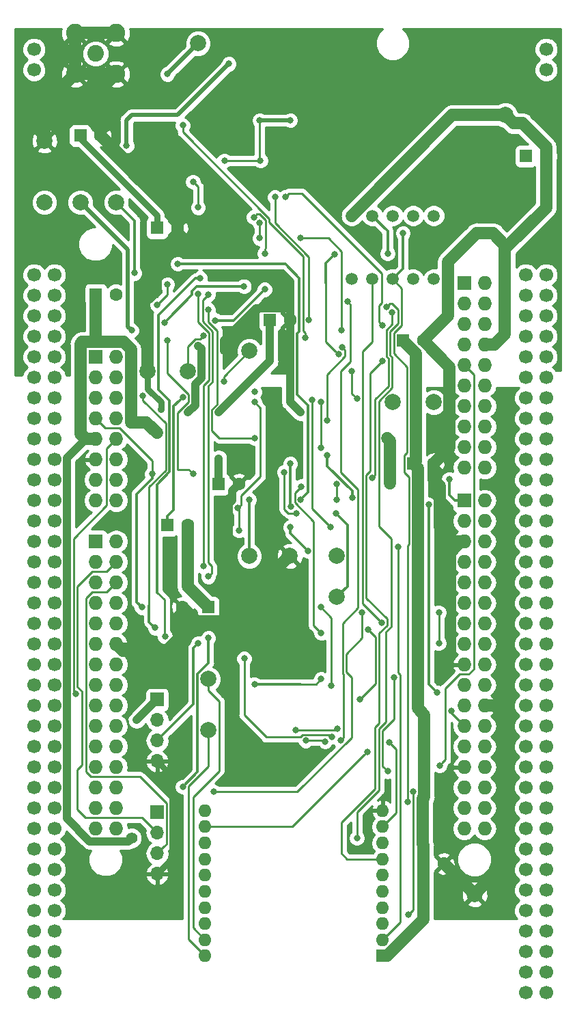
<source format=gbr>
G04 #@! TF.GenerationSoftware,KiCad,Pcbnew,(5.0.1)-3*
G04 #@! TF.CreationDate,2019-01-05T13:11:41+10:00*
G04 #@! TF.ProjectId,stmsplat1,73746D73706C6174312E6B696361645F,rev?*
G04 #@! TF.SameCoordinates,Original*
G04 #@! TF.FileFunction,Copper,L2,Bot,Signal*
G04 #@! TF.FilePolarity,Positive*
%FSLAX46Y46*%
G04 Gerber Fmt 4.6, Leading zero omitted, Abs format (unit mm)*
G04 Created by KiCad (PCBNEW (5.0.1)-3) date 05/01/2019 13:11:41*
%MOMM*%
%LPD*%
G01*
G04 APERTURE LIST*
G04 #@! TA.AperFunction,ComponentPad*
%ADD10C,1.520000*%
G04 #@! TD*
G04 #@! TA.AperFunction,ComponentPad*
%ADD11R,1.600000X1.600000*%
G04 #@! TD*
G04 #@! TA.AperFunction,ComponentPad*
%ADD12O,1.600000X1.600000*%
G04 #@! TD*
G04 #@! TA.AperFunction,ComponentPad*
%ADD13C,1.700000*%
G04 #@! TD*
G04 #@! TA.AperFunction,ComponentPad*
%ADD14C,2.000000*%
G04 #@! TD*
G04 #@! TA.AperFunction,ComponentPad*
%ADD15C,1.600000*%
G04 #@! TD*
G04 #@! TA.AperFunction,ComponentPad*
%ADD16R,1.700000X1.700000*%
G04 #@! TD*
G04 #@! TA.AperFunction,ComponentPad*
%ADD17O,1.700000X1.700000*%
G04 #@! TD*
G04 #@! TA.AperFunction,ComponentPad*
%ADD18C,2.050000*%
G04 #@! TD*
G04 #@! TA.AperFunction,ComponentPad*
%ADD19C,2.250000*%
G04 #@! TD*
G04 #@! TA.AperFunction,ComponentPad*
%ADD20R,1.727200X1.727200*%
G04 #@! TD*
G04 #@! TA.AperFunction,ComponentPad*
%ADD21O,1.727200X1.727200*%
G04 #@! TD*
G04 #@! TA.AperFunction,ViaPad*
%ADD22C,0.800000*%
G04 #@! TD*
G04 #@! TA.AperFunction,ViaPad*
%ADD23C,1.400000*%
G04 #@! TD*
G04 #@! TA.AperFunction,ViaPad*
%ADD24C,0.900000*%
G04 #@! TD*
G04 #@! TA.AperFunction,Conductor*
%ADD25C,0.250000*%
G04 #@! TD*
G04 #@! TA.AperFunction,Conductor*
%ADD26C,1.500000*%
G04 #@! TD*
G04 #@! TA.AperFunction,Conductor*
%ADD27C,1.000000*%
G04 #@! TD*
G04 #@! TA.AperFunction,Conductor*
%ADD28C,0.300000*%
G04 #@! TD*
G04 #@! TA.AperFunction,Conductor*
%ADD29C,0.750000*%
G04 #@! TD*
G04 #@! TA.AperFunction,Conductor*
%ADD30C,0.500000*%
G04 #@! TD*
G04 #@! TA.AperFunction,Conductor*
%ADD31C,0.254000*%
G04 #@! TD*
G04 APERTURE END LIST*
D10*
G04 #@! TO.P,U2,8*
G04 #@! TO.N,N/C*
X105410000Y-58170000D03*
G04 #@! TO.P,U2,2*
G04 #@! TO.N,GND*
X97790000Y-58170000D03*
G04 #@! TO.P,U2,4*
G04 #@! TO.N,/PC6*
X100330000Y-58170000D03*
G04 #@! TO.P,U2,10*
G04 #@! TO.N,N/C*
X107950000Y-58170000D03*
G04 #@! TO.P,U2,6*
X102870000Y-58170000D03*
G04 #@! TO.P,U2,9*
X107950000Y-66040000D03*
G04 #@! TO.P,U2,7*
X105410000Y-66040000D03*
G04 #@! TO.P,U2,5*
G04 #@! TO.N,/PB10*
X102870000Y-66040000D03*
G04 #@! TO.P,U2,3*
G04 #@! TO.N,/PG9*
X100330000Y-66040000D03*
G04 #@! TO.P,U2,1*
G04 #@! TO.N,/P3V3*
X97790000Y-66040000D03*
G04 #@! TD*
D11*
G04 #@! TO.P,U11,1*
G04 #@! TO.N,/P3V3*
X101600000Y-149860000D03*
D12*
G04 #@! TO.P,U11,11*
G04 #@! TO.N,Net-(U11-Pad11)*
X79600000Y-131860000D03*
G04 #@! TO.P,U11,2*
G04 #@! TO.N,/PC11*
X101600000Y-147860000D03*
G04 #@! TO.P,U11,12*
G04 #@! TO.N,/PA15*
X79600000Y-133860000D03*
G04 #@! TO.P,U11,3*
G04 #@! TO.N,/PA0*
X101600000Y-145860000D03*
G04 #@! TO.P,U11,13*
G04 #@! TO.N,Net-(D8-Pad2)*
X79600000Y-135860000D03*
G04 #@! TO.P,U11,4*
G04 #@! TO.N,Net-(U11-Pad4)*
X101600000Y-143860000D03*
G04 #@! TO.P,U11,14*
G04 #@! TO.N,Net-(U11-Pad14)*
X79600000Y-137860000D03*
G04 #@! TO.P,U11,5*
G04 #@! TO.N,/PE15*
X101600000Y-141860000D03*
G04 #@! TO.P,U11,15*
G04 #@! TO.N,Net-(U11-Pad15)*
X79600000Y-139860000D03*
G04 #@! TO.P,U11,6*
G04 #@! TO.N,Net-(U11-Pad6)*
X101600000Y-139860000D03*
G04 #@! TO.P,U11,16*
G04 #@! TO.N,/PB15*
X79600000Y-141860000D03*
G04 #@! TO.P,U11,7*
G04 #@! TO.N,Net-(U11-Pad7)*
X101600000Y-137860000D03*
G04 #@! TO.P,U11,17*
G04 #@! TO.N,Net-(U11-Pad17)*
X79600000Y-143860000D03*
G04 #@! TO.P,U11,8*
G04 #@! TO.N,Net-(U11-Pad8)*
X101600000Y-135860000D03*
G04 #@! TO.P,U11,18*
G04 #@! TO.N,Net-(U11-Pad18)*
X79600000Y-145860000D03*
G04 #@! TO.P,U11,9*
G04 #@! TO.N,/PE10*
X101600000Y-133860000D03*
G04 #@! TO.P,U11,19*
G04 #@! TO.N,Net-(TP12-Pad1)*
X79600000Y-147860000D03*
G04 #@! TO.P,U11,10*
G04 #@! TO.N,GND*
X101600000Y-131860000D03*
G04 #@! TO.P,U11,20*
G04 #@! TO.N,Net-(TP11-Pad1)*
X79600000Y-149860000D03*
G04 #@! TD*
D13*
G04 #@! TO.P,U1,148*
G04 #@! TO.N,N/C*
X121885001Y-40115001D03*
G04 #@! TO.P,U1,147*
X121885001Y-37575001D03*
G04 #@! TO.P,U1,146*
X58385001Y-40115001D03*
G04 #@! TO.P,U1,145*
X58385001Y-37575001D03*
G04 #@! TO.P,U1,144*
G04 #@! TO.N,Net-(U1-Pad144)*
X121885001Y-154415001D03*
G04 #@! TO.P,U1,143*
G04 #@! TO.N,Net-(U1-Pad143)*
X119345001Y-154415001D03*
G04 #@! TO.P,U1,142*
G04 #@! TO.N,Net-(U1-Pad142)*
X121885001Y-151875001D03*
G04 #@! TO.P,U1,141*
G04 #@! TO.N,Net-(U1-Pad141)*
X119345001Y-151875001D03*
G04 #@! TO.P,U1,140*
G04 #@! TO.N,Net-(U1-Pad140)*
X121885001Y-149335001D03*
G04 #@! TO.P,U1,139*
G04 #@! TO.N,Net-(U1-Pad139)*
X119345001Y-149335001D03*
G04 #@! TO.P,U1,138*
G04 #@! TO.N,Net-(U1-Pad138)*
X121885001Y-146795001D03*
G04 #@! TO.P,U1,137*
G04 #@! TO.N,Net-(U1-Pad137)*
X119345001Y-146795001D03*
G04 #@! TO.P,U1,136*
G04 #@! TO.N,Net-(U1-Pad136)*
X121885001Y-144255001D03*
G04 #@! TO.P,U1,135*
G04 #@! TO.N,Net-(U1-Pad135)*
X119345001Y-144255001D03*
G04 #@! TO.P,U1,134*
G04 #@! TO.N,Net-(U1-Pad134)*
X121885001Y-141715001D03*
G04 #@! TO.P,U1,133*
G04 #@! TO.N,Net-(U1-Pad133)*
X119345001Y-141715001D03*
G04 #@! TO.P,U1,132*
G04 #@! TO.N,Net-(U1-Pad132)*
X121885001Y-139175001D03*
G04 #@! TO.P,U1,131*
G04 #@! TO.N,Net-(U1-Pad131)*
X119345001Y-139175001D03*
G04 #@! TO.P,U1,130*
G04 #@! TO.N,Net-(U1-Pad130)*
X121885001Y-136635001D03*
G04 #@! TO.P,U1,129*
G04 #@! TO.N,Net-(U1-Pad129)*
X119345001Y-136635001D03*
G04 #@! TO.P,U1,128*
G04 #@! TO.N,Net-(U1-Pad128)*
X121885001Y-134095001D03*
G04 #@! TO.P,U1,127*
G04 #@! TO.N,Net-(U1-Pad127)*
X119345001Y-134095001D03*
G04 #@! TO.P,U1,126*
G04 #@! TO.N,Net-(U1-Pad126)*
X121885001Y-131555001D03*
G04 #@! TO.P,U1,125*
G04 #@! TO.N,Net-(U1-Pad125)*
X119345001Y-131555001D03*
G04 #@! TO.P,U1,124*
G04 #@! TO.N,Net-(U1-Pad124)*
X121885001Y-129015001D03*
G04 #@! TO.P,U1,123*
G04 #@! TO.N,Net-(U1-Pad123)*
X119345001Y-129015001D03*
G04 #@! TO.P,U1,122*
G04 #@! TO.N,Net-(U1-Pad122)*
X121885001Y-126475001D03*
G04 #@! TO.P,U1,121*
G04 #@! TO.N,Net-(U1-Pad121)*
X119345001Y-126475001D03*
G04 #@! TO.P,U1,120*
G04 #@! TO.N,Net-(U1-Pad120)*
X121885001Y-123935001D03*
G04 #@! TO.P,U1,119*
G04 #@! TO.N,Net-(U1-Pad119)*
X119345001Y-123935001D03*
G04 #@! TO.P,U1,118*
G04 #@! TO.N,Net-(U1-Pad118)*
X121885001Y-121395001D03*
G04 #@! TO.P,U1,117*
G04 #@! TO.N,Net-(U1-Pad117)*
X119345001Y-121395001D03*
G04 #@! TO.P,U1,116*
G04 #@! TO.N,Net-(U1-Pad116)*
X121885001Y-118855001D03*
G04 #@! TO.P,U1,115*
G04 #@! TO.N,Net-(U1-Pad115)*
X119345001Y-118855001D03*
G04 #@! TO.P,U1,114*
G04 #@! TO.N,Net-(U1-Pad114)*
X121885001Y-116315001D03*
G04 #@! TO.P,U1,113*
G04 #@! TO.N,Net-(U1-Pad113)*
X119345001Y-116315001D03*
G04 #@! TO.P,U1,112*
G04 #@! TO.N,Net-(U1-Pad112)*
X121885001Y-113775001D03*
G04 #@! TO.P,U1,111*
G04 #@! TO.N,Net-(U1-Pad111)*
X119345001Y-113775001D03*
G04 #@! TO.P,U1,110*
G04 #@! TO.N,Net-(U1-Pad110)*
X121885001Y-111235001D03*
G04 #@! TO.P,U1,109*
G04 #@! TO.N,Net-(U1-Pad109)*
X119345001Y-111235001D03*
G04 #@! TO.P,U1,108*
G04 #@! TO.N,Net-(U1-Pad108)*
X121885001Y-108695001D03*
G04 #@! TO.P,U1,107*
G04 #@! TO.N,Net-(U1-Pad107)*
X119345001Y-108695001D03*
G04 #@! TO.P,U1,106*
G04 #@! TO.N,Net-(U1-Pad106)*
X121885001Y-106155001D03*
G04 #@! TO.P,U1,105*
G04 #@! TO.N,Net-(U1-Pad105)*
X119345001Y-106155001D03*
G04 #@! TO.P,U1,104*
G04 #@! TO.N,Net-(U1-Pad104)*
X121885001Y-103615001D03*
G04 #@! TO.P,U1,103*
G04 #@! TO.N,Net-(U1-Pad103)*
X119345001Y-103615001D03*
G04 #@! TO.P,U1,102*
G04 #@! TO.N,Net-(U1-Pad102)*
X121885001Y-101075001D03*
G04 #@! TO.P,U1,101*
G04 #@! TO.N,Net-(U1-Pad101)*
X119345001Y-101075001D03*
G04 #@! TO.P,U1,100*
G04 #@! TO.N,Net-(U1-Pad100)*
X121885001Y-98535001D03*
G04 #@! TO.P,U1,99*
G04 #@! TO.N,Net-(U1-Pad99)*
X119345001Y-98535001D03*
G04 #@! TO.P,U1,98*
G04 #@! TO.N,Net-(U1-Pad98)*
X121885001Y-95995001D03*
G04 #@! TO.P,U1,97*
G04 #@! TO.N,Net-(U1-Pad97)*
X119345001Y-95995001D03*
G04 #@! TO.P,U1,96*
G04 #@! TO.N,Net-(U1-Pad96)*
X121885001Y-93455001D03*
G04 #@! TO.P,U1,95*
G04 #@! TO.N,Net-(U1-Pad95)*
X119345001Y-93455001D03*
G04 #@! TO.P,U1,94*
G04 #@! TO.N,Net-(U1-Pad94)*
X121885001Y-90915001D03*
G04 #@! TO.P,U1,93*
G04 #@! TO.N,Net-(U1-Pad93)*
X119345001Y-90915001D03*
G04 #@! TO.P,U1,92*
G04 #@! TO.N,Net-(U1-Pad92)*
X121885001Y-88375001D03*
G04 #@! TO.P,U1,91*
G04 #@! TO.N,Net-(U1-Pad91)*
X119345001Y-88375001D03*
G04 #@! TO.P,U1,90*
G04 #@! TO.N,Net-(U1-Pad90)*
X121885001Y-85835001D03*
G04 #@! TO.P,U1,89*
G04 #@! TO.N,Net-(U1-Pad89)*
X119345001Y-85835001D03*
G04 #@! TO.P,U1,88*
G04 #@! TO.N,Net-(U1-Pad88)*
X121885001Y-83295001D03*
G04 #@! TO.P,U1,87*
G04 #@! TO.N,Net-(U1-Pad87)*
X119345001Y-83295001D03*
G04 #@! TO.P,U1,86*
G04 #@! TO.N,Net-(U1-Pad86)*
X121885001Y-80755001D03*
G04 #@! TO.P,U1,85*
G04 #@! TO.N,Net-(U1-Pad85)*
X119345001Y-80755001D03*
G04 #@! TO.P,U1,84*
G04 #@! TO.N,Net-(U1-Pad84)*
X121885001Y-78215001D03*
G04 #@! TO.P,U1,83*
G04 #@! TO.N,Net-(U1-Pad83)*
X119345001Y-78215001D03*
G04 #@! TO.P,U1,82*
G04 #@! TO.N,Net-(U1-Pad82)*
X121885001Y-75675001D03*
G04 #@! TO.P,U1,81*
G04 #@! TO.N,Net-(U1-Pad81)*
X119345001Y-75675001D03*
G04 #@! TO.P,U1,80*
G04 #@! TO.N,Net-(U1-Pad80)*
X121885001Y-73135001D03*
G04 #@! TO.P,U1,79*
G04 #@! TO.N,Net-(U1-Pad79)*
X119345001Y-73135001D03*
G04 #@! TO.P,U1,78*
G04 #@! TO.N,Net-(U1-Pad78)*
X121885001Y-70595001D03*
G04 #@! TO.P,U1,77*
G04 #@! TO.N,Net-(U1-Pad77)*
X119345001Y-70595001D03*
G04 #@! TO.P,U1,76*
G04 #@! TO.N,Net-(U1-Pad76)*
X121885001Y-68055001D03*
G04 #@! TO.P,U1,75*
G04 #@! TO.N,Net-(U1-Pad75)*
X119345001Y-68055001D03*
G04 #@! TO.P,U1,74*
G04 #@! TO.N,Net-(U1-Pad74)*
X121885001Y-65515001D03*
G04 #@! TO.P,U1,73*
G04 #@! TO.N,Net-(U1-Pad73)*
X119345001Y-65515001D03*
G04 #@! TO.P,U1,72*
G04 #@! TO.N,Net-(U1-Pad72)*
X60925001Y-154415001D03*
G04 #@! TO.P,U1,71*
G04 #@! TO.N,Net-(U1-Pad71)*
X58385001Y-154415001D03*
G04 #@! TO.P,U1,70*
G04 #@! TO.N,Net-(U1-Pad70)*
X60925001Y-151875001D03*
G04 #@! TO.P,U1,69*
G04 #@! TO.N,Net-(U1-Pad69)*
X58385001Y-151875001D03*
G04 #@! TO.P,U1,68*
G04 #@! TO.N,Net-(U1-Pad68)*
X60925001Y-149335001D03*
G04 #@! TO.P,U1,67*
G04 #@! TO.N,Net-(U1-Pad67)*
X58385001Y-149335001D03*
G04 #@! TO.P,U1,66*
G04 #@! TO.N,Net-(U1-Pad66)*
X60925001Y-146795001D03*
G04 #@! TO.P,U1,65*
G04 #@! TO.N,Net-(U1-Pad65)*
X58385001Y-146795001D03*
G04 #@! TO.P,U1,64*
G04 #@! TO.N,Net-(U1-Pad64)*
X60925001Y-144255001D03*
G04 #@! TO.P,U1,63*
G04 #@! TO.N,Net-(U1-Pad63)*
X58385001Y-144255001D03*
G04 #@! TO.P,U1,62*
G04 #@! TO.N,Net-(U1-Pad62)*
X60925001Y-141715001D03*
G04 #@! TO.P,U1,61*
G04 #@! TO.N,Net-(U1-Pad61)*
X58385001Y-141715001D03*
G04 #@! TO.P,U1,60*
G04 #@! TO.N,Net-(U1-Pad60)*
X60925001Y-139175001D03*
G04 #@! TO.P,U1,59*
G04 #@! TO.N,Net-(U1-Pad59)*
X58385001Y-139175001D03*
G04 #@! TO.P,U1,58*
G04 #@! TO.N,Net-(U1-Pad58)*
X60925001Y-136635001D03*
G04 #@! TO.P,U1,57*
G04 #@! TO.N,Net-(U1-Pad57)*
X58385001Y-136635001D03*
G04 #@! TO.P,U1,56*
G04 #@! TO.N,Net-(U1-Pad56)*
X60925001Y-134095001D03*
G04 #@! TO.P,U1,55*
G04 #@! TO.N,Net-(U1-Pad55)*
X58385001Y-134095001D03*
G04 #@! TO.P,U1,54*
G04 #@! TO.N,Net-(U1-Pad54)*
X60925001Y-131555001D03*
G04 #@! TO.P,U1,53*
G04 #@! TO.N,Net-(U1-Pad53)*
X58385001Y-131555001D03*
G04 #@! TO.P,U1,52*
G04 #@! TO.N,Net-(U1-Pad52)*
X60925001Y-129015001D03*
G04 #@! TO.P,U1,51*
G04 #@! TO.N,Net-(U1-Pad51)*
X58385001Y-129015001D03*
G04 #@! TO.P,U1,50*
G04 #@! TO.N,Net-(U1-Pad50)*
X60925001Y-126475001D03*
G04 #@! TO.P,U1,49*
G04 #@! TO.N,Net-(U1-Pad49)*
X58385001Y-126475001D03*
G04 #@! TO.P,U1,48*
G04 #@! TO.N,Net-(U1-Pad48)*
X60925001Y-123935001D03*
G04 #@! TO.P,U1,47*
G04 #@! TO.N,Net-(U1-Pad47)*
X58385001Y-123935001D03*
G04 #@! TO.P,U1,46*
G04 #@! TO.N,Net-(U1-Pad46)*
X60925001Y-121395001D03*
G04 #@! TO.P,U1,45*
G04 #@! TO.N,Net-(U1-Pad45)*
X58385001Y-121395001D03*
G04 #@! TO.P,U1,44*
G04 #@! TO.N,Net-(U1-Pad44)*
X60925001Y-118855001D03*
G04 #@! TO.P,U1,43*
G04 #@! TO.N,Net-(U1-Pad43)*
X58385001Y-118855001D03*
G04 #@! TO.P,U1,42*
G04 #@! TO.N,Net-(U1-Pad42)*
X60925001Y-116315001D03*
G04 #@! TO.P,U1,41*
G04 #@! TO.N,Net-(U1-Pad41)*
X58385001Y-116315001D03*
G04 #@! TO.P,U1,40*
G04 #@! TO.N,Net-(U1-Pad40)*
X60925001Y-113775001D03*
G04 #@! TO.P,U1,39*
G04 #@! TO.N,Net-(U1-Pad39)*
X58385001Y-113775001D03*
G04 #@! TO.P,U1,38*
G04 #@! TO.N,Net-(U1-Pad38)*
X60925001Y-111235001D03*
G04 #@! TO.P,U1,37*
G04 #@! TO.N,Net-(U1-Pad37)*
X58385001Y-111235001D03*
G04 #@! TO.P,U1,36*
G04 #@! TO.N,Net-(U1-Pad36)*
X60925001Y-108695001D03*
G04 #@! TO.P,U1,35*
G04 #@! TO.N,Net-(U1-Pad35)*
X58385001Y-108695001D03*
G04 #@! TO.P,U1,34*
G04 #@! TO.N,Net-(U1-Pad34)*
X60925001Y-106155001D03*
G04 #@! TO.P,U1,33*
G04 #@! TO.N,Net-(U1-Pad33)*
X58385001Y-106155001D03*
G04 #@! TO.P,U1,32*
G04 #@! TO.N,Net-(U1-Pad32)*
X60925001Y-103615001D03*
G04 #@! TO.P,U1,31*
G04 #@! TO.N,Net-(U1-Pad31)*
X58385001Y-103615001D03*
G04 #@! TO.P,U1,30*
G04 #@! TO.N,Net-(U1-Pad30)*
X60925001Y-101075001D03*
G04 #@! TO.P,U1,29*
G04 #@! TO.N,Net-(U1-Pad29)*
X58385001Y-101075001D03*
G04 #@! TO.P,U1,28*
G04 #@! TO.N,Net-(U1-Pad28)*
X60925001Y-98535001D03*
G04 #@! TO.P,U1,27*
G04 #@! TO.N,Net-(U1-Pad27)*
X58385001Y-98535001D03*
G04 #@! TO.P,U1,26*
G04 #@! TO.N,Net-(U1-Pad26)*
X60925001Y-95995001D03*
G04 #@! TO.P,U1,25*
G04 #@! TO.N,Net-(U1-Pad25)*
X58385001Y-95995001D03*
G04 #@! TO.P,U1,24*
G04 #@! TO.N,Net-(U1-Pad24)*
X60925001Y-93455001D03*
G04 #@! TO.P,U1,23*
G04 #@! TO.N,Net-(U1-Pad23)*
X58385001Y-93455001D03*
G04 #@! TO.P,U1,22*
G04 #@! TO.N,Net-(U1-Pad22)*
X60925001Y-90915001D03*
G04 #@! TO.P,U1,21*
G04 #@! TO.N,Net-(U1-Pad21)*
X58385001Y-90915001D03*
G04 #@! TO.P,U1,20*
G04 #@! TO.N,Net-(U1-Pad20)*
X60925001Y-88375001D03*
G04 #@! TO.P,U1,19*
G04 #@! TO.N,Net-(U1-Pad19)*
X58385001Y-88375001D03*
G04 #@! TO.P,U1,18*
G04 #@! TO.N,Net-(U1-Pad18)*
X60925001Y-85835001D03*
G04 #@! TO.P,U1,17*
G04 #@! TO.N,Net-(U1-Pad17)*
X58385001Y-85835001D03*
G04 #@! TO.P,U1,16*
G04 #@! TO.N,Net-(U1-Pad16)*
X60925001Y-83295001D03*
G04 #@! TO.P,U1,15*
G04 #@! TO.N,Net-(U1-Pad15)*
X58385001Y-83295001D03*
G04 #@! TO.P,U1,14*
G04 #@! TO.N,Net-(U1-Pad14)*
X60925001Y-80755001D03*
G04 #@! TO.P,U1,13*
G04 #@! TO.N,Net-(U1-Pad13)*
X58385001Y-80755001D03*
G04 #@! TO.P,U1,12*
G04 #@! TO.N,Net-(U1-Pad12)*
X60925001Y-78215001D03*
G04 #@! TO.P,U1,11*
G04 #@! TO.N,Net-(U1-Pad11)*
X58385001Y-78215001D03*
G04 #@! TO.P,U1,10*
G04 #@! TO.N,Net-(U1-Pad10)*
X60925001Y-75675001D03*
G04 #@! TO.P,U1,9*
G04 #@! TO.N,Net-(U1-Pad9)*
X58385001Y-75675001D03*
G04 #@! TO.P,U1,8*
G04 #@! TO.N,Net-(U1-Pad8)*
X60925001Y-73135001D03*
G04 #@! TO.P,U1,7*
G04 #@! TO.N,Net-(U1-Pad7)*
X58385001Y-73135001D03*
G04 #@! TO.P,U1,6*
G04 #@! TO.N,Net-(U1-Pad6)*
X60925001Y-70595001D03*
G04 #@! TO.P,U1,5*
G04 #@! TO.N,Net-(U1-Pad5)*
X58385001Y-70595001D03*
G04 #@! TO.P,U1,4*
G04 #@! TO.N,Net-(U1-Pad4)*
X60925001Y-68055001D03*
G04 #@! TO.P,U1,3*
G04 #@! TO.N,Net-(U1-Pad3)*
X58385001Y-68055001D03*
G04 #@! TO.P,U1,2*
G04 #@! TO.N,Net-(U1-Pad2)*
X60925001Y-65515001D03*
G04 #@! TO.P,U1,1*
G04 #@! TO.N,Net-(U1-Pad1)*
X58385001Y-65515001D03*
G04 #@! TD*
D14*
G04 #@! TO.P,TP14,1*
G04 #@! TO.N,Net-(TP14-Pad1)*
X95885000Y-100330000D03*
G04 #@! TD*
D11*
G04 #@! TO.P,C21,1*
G04 #@! TO.N,/+5V*
X66040000Y-67945000D03*
D15*
G04 #@! TO.P,C21,2*
G04 #@! TO.N,GND*
X68540000Y-67945000D03*
G04 #@! TD*
D16*
G04 #@! TO.P,J3,1*
G04 #@! TO.N,/+3V3*
X73660000Y-132080000D03*
D17*
G04 #@! TO.P,J3,2*
G04 #@! TO.N,/PD6*
X73660000Y-134620000D03*
G04 #@! TO.P,J3,3*
G04 #@! TO.N,/PD5*
X73660000Y-137160000D03*
G04 #@! TO.P,J3,4*
G04 #@! TO.N,GND*
X73660000Y-139700000D03*
G04 #@! TD*
D14*
G04 #@! TO.P,TP7,1*
G04 #@! TO.N,Net-(TP7-Pad1)*
X102870000Y-81280000D03*
G04 #@! TD*
D11*
G04 #@! TO.P,LS1,1*
G04 #@! TO.N,Net-(C19-Pad2)*
X80010000Y-106680000D03*
D15*
G04 #@! TO.P,LS1,2*
G04 #@! TO.N,GND*
X76810000Y-106680000D03*
G04 #@! TD*
D11*
G04 #@! TO.P,C19,1*
G04 #@! TO.N,Net-(C19-Pad1)*
X74930000Y-96520000D03*
D15*
G04 #@! TO.P,C19,2*
G04 #@! TO.N,Net-(C19-Pad2)*
X77430000Y-96520000D03*
G04 #@! TD*
D14*
G04 #@! TO.P,TP1,1*
G04 #@! TO.N,GND*
X113030000Y-142240000D03*
G04 #@! TD*
G04 #@! TO.P,TP2,1*
G04 #@! TO.N,AGND*
X59690000Y-48895000D03*
G04 #@! TD*
D11*
G04 #@! TO.P,C18,1*
G04 #@! TO.N,/P3V3*
X106680000Y-138430000D03*
D15*
G04 #@! TO.P,C18,2*
G04 #@! TO.N,GND*
X109180000Y-138430000D03*
G04 #@! TD*
G04 #@! TO.P,C16,2*
G04 #@! TO.N,GND*
X83780000Y-91440000D03*
D11*
G04 #@! TO.P,C16,1*
G04 #@! TO.N,/P3V3*
X81280000Y-91440000D03*
G04 #@! TD*
G04 #@! TO.P,C17,1*
G04 #@! TO.N,/A3V3*
X64135000Y-48260000D03*
D15*
G04 #@! TO.P,C17,2*
G04 #@! TO.N,AGND*
X66635000Y-48260000D03*
G04 #@! TD*
D14*
G04 #@! TO.P,C15,1*
G04 #@! TO.N,Net-(C15-Pad1)*
X85090000Y-100330000D03*
G04 #@! TO.P,C15,2*
G04 #@! TO.N,GND*
X90090000Y-100330000D03*
G04 #@! TD*
D16*
G04 #@! TO.P,J2,1*
G04 #@! TO.N,/+5V*
X73660000Y-118110000D03*
D17*
G04 #@! TO.P,J2,2*
G04 #@! TO.N,/PC12*
X73660000Y-120650000D03*
G04 #@! TO.P,J2,3*
G04 #@! TO.N,/PB12*
X73660000Y-123190000D03*
G04 #@! TO.P,J2,4*
G04 #@! TO.N,GND*
X73660000Y-125730000D03*
G04 #@! TD*
D11*
G04 #@! TO.P,C13,1*
G04 #@! TO.N,/P3V3*
X105410000Y-88900000D03*
D15*
G04 #@! TO.P,C13,2*
G04 #@! TO.N,GND*
X107910000Y-88900000D03*
G04 #@! TD*
G04 #@! TO.P,C12,2*
G04 #@! TO.N,GND*
X121880000Y-50800000D03*
D11*
G04 #@! TO.P,C12,1*
G04 #@! TO.N,/P3V3*
X119380000Y-50800000D03*
G04 #@! TD*
G04 #@! TO.P,C14,1*
G04 #@! TO.N,/A3V3*
X73660000Y-59690000D03*
D15*
G04 #@! TO.P,C14,2*
G04 #@! TO.N,AGND*
X76160000Y-59690000D03*
G04 #@! TD*
D14*
G04 #@! TO.P,C8,1*
G04 #@! TO.N,Net-(C8-Pad1)*
X77470000Y-77470000D03*
G04 #@! TO.P,C8,2*
G04 #@! TO.N,AGND*
X72470000Y-77470000D03*
G04 #@! TD*
G04 #@! TO.P,TP6,1*
G04 #@! TO.N,/LOGOUT*
X64135000Y-56515000D03*
G04 #@! TD*
G04 #@! TO.P,TP13,1*
G04 #@! TO.N,GND*
X116840000Y-45720000D03*
G04 #@! TD*
G04 #@! TO.P,TP12,1*
G04 #@! TO.N,Net-(TP12-Pad1)*
X80010000Y-115570000D03*
G04 #@! TD*
G04 #@! TO.P,TP11,1*
G04 #@! TO.N,Net-(TP11-Pad1)*
X80010000Y-121920000D03*
G04 #@! TD*
G04 #@! TO.P,TP10,1*
G04 #@! TO.N,Net-(TP10-Pad1)*
X95885000Y-105410000D03*
G04 #@! TD*
G04 #@! TO.P,TP8,1*
G04 #@! TO.N,/AMPOUT*
X59690000Y-56515000D03*
G04 #@! TD*
G04 #@! TO.P,TP5,1*
G04 #@! TO.N,Net-(C5-Pad1)*
X78740000Y-36830000D03*
G04 #@! TD*
G04 #@! TO.P,TP4,1*
G04 #@! TO.N,Net-(C11-Pad1)*
X68580000Y-56515000D03*
G04 #@! TD*
G04 #@! TO.P,TP3,1*
G04 #@! TO.N,Net-(TP3-Pad1)*
X85090000Y-74930000D03*
G04 #@! TD*
G04 #@! TO.P,TP9,1*
G04 #@! TO.N,Net-(TP9-Pad1)*
X107950000Y-81280000D03*
G04 #@! TD*
D11*
G04 #@! TO.P,C1,1*
G04 #@! TO.N,/P3V3*
X104140000Y-73660000D03*
D15*
G04 #@! TO.P,C1,2*
G04 #@! TO.N,GND*
X106640000Y-73660000D03*
G04 #@! TD*
D18*
G04 #@! TO.P,J1,1*
G04 #@! TO.N,Net-(C5-Pad2)*
X66040000Y-38100000D03*
D19*
G04 #@! TO.P,J1,2*
G04 #@! TO.N,AGND*
X68580000Y-40640000D03*
X68580000Y-35560000D03*
X63500000Y-35560000D03*
X63500000Y-40640000D03*
G04 #@! TD*
D11*
G04 #@! TO.P,C4,1*
G04 #@! TO.N,/A3V3*
X87630000Y-71120000D03*
D15*
G04 #@! TO.P,C4,2*
G04 #@! TO.N,AGND*
X90130000Y-71120000D03*
G04 #@! TD*
D20*
G04 #@! TO.P,CN2,1*
G04 #@! TO.N,/PA3*
X66040000Y-98526600D03*
D21*
G04 #@! TO.P,CN2,2*
G04 #@! TO.N,/PD7*
X68580000Y-98526600D03*
G04 #@! TO.P,CN2,3*
G04 #@! TO.N,/PC0*
X66040000Y-101066600D03*
G04 #@! TO.P,CN2,4*
G04 #@! TO.N,/PD6*
X68580000Y-101066600D03*
G04 #@! TO.P,CN2,5*
G04 #@! TO.N,/PC3*
X66040000Y-103606600D03*
G04 #@! TO.P,CN2,6*
G04 #@! TO.N,/PD5*
X68580000Y-103606600D03*
G04 #@! TO.P,CN2,7*
G04 #@! TO.N,/PF3*
X66040000Y-106146600D03*
G04 #@! TO.P,CN2,8*
G04 #@! TO.N,/PD4*
X68580000Y-106146600D03*
G04 #@! TO.P,CN2,9*
G04 #@! TO.N,/PF5*
X66040000Y-108686600D03*
G04 #@! TO.P,CN2,10*
G04 #@! TO.N,/PD3*
X68580000Y-108686600D03*
G04 #@! TO.P,CN2,11*
G04 #@! TO.N,/PF10*
X66040000Y-111226600D03*
G04 #@! TO.P,CN2,12*
G04 #@! TO.N,GND*
X68580000Y-111226600D03*
G04 #@! TO.P,CN2,13*
G04 #@! TO.N,Net-(CN2-Pad13)*
X66040000Y-113766600D03*
G04 #@! TO.P,CN2,14*
G04 #@! TO.N,/PE2*
X68580000Y-113766600D03*
G04 #@! TO.P,CN2,15*
G04 #@! TO.N,/PA7*
X66040000Y-116306600D03*
G04 #@! TO.P,CN2,16*
G04 #@! TO.N,/PE4*
X68580000Y-116306600D03*
G04 #@! TO.P,CN2,17*
G04 #@! TO.N,/PF2*
X66040000Y-118846600D03*
G04 #@! TO.P,CN2,18*
G04 #@! TO.N,/PE5*
X68580000Y-118846600D03*
G04 #@! TO.P,CN2,19*
G04 #@! TO.N,/PF1*
X66040000Y-121386600D03*
G04 #@! TO.P,CN2,20*
G04 #@! TO.N,/PE6*
X68580000Y-121386600D03*
G04 #@! TO.P,CN2,21*
G04 #@! TO.N,/PF0*
X66040000Y-123926600D03*
G04 #@! TO.P,CN2,22*
G04 #@! TO.N,/PE3*
X68580000Y-123926600D03*
G04 #@! TO.P,CN2,23*
G04 #@! TO.N,GND*
X66040000Y-126466600D03*
G04 #@! TO.P,CN2,24*
G04 #@! TO.N,/PF8*
X68580000Y-126466600D03*
G04 #@! TO.P,CN2,25*
G04 #@! TO.N,/PD0*
X66040000Y-129006600D03*
G04 #@! TO.P,CN2,26*
G04 #@! TO.N,/PF7*
X68580000Y-129006600D03*
G04 #@! TO.P,CN2,27*
G04 #@! TO.N,/PD1*
X66040000Y-131546600D03*
G04 #@! TO.P,CN2,28*
G04 #@! TO.N,/PF9*
X68580000Y-131546600D03*
G04 #@! TO.P,CN2,29*
G04 #@! TO.N,/PG0*
X66040000Y-134086600D03*
G04 #@! TO.P,CN2,30*
G04 #@! TO.N,/PG1*
X68580000Y-134086600D03*
G04 #@! TD*
D20*
G04 #@! TO.P,CN3,1*
G04 #@! TO.N,/PC6*
X111760000Y-66531001D03*
D21*
G04 #@! TO.P,CN3,2*
G04 #@! TO.N,/PB8*
X114300000Y-66531001D03*
G04 #@! TO.P,CN3,3*
G04 #@! TO.N,/PB15*
X111760000Y-69071001D03*
G04 #@! TO.P,CN3,4*
G04 #@! TO.N,/PB9*
X114300000Y-69071001D03*
G04 #@! TO.P,CN3,5*
G04 #@! TO.N,/PB13*
X111760000Y-71611001D03*
G04 #@! TO.P,CN3,6*
G04 #@! TO.N,/AVDD*
X114300000Y-71611001D03*
G04 #@! TO.P,CN3,7*
G04 #@! TO.N,/PB12*
X111760000Y-74151001D03*
G04 #@! TO.P,CN3,8*
G04 #@! TO.N,GND*
X114300000Y-74151001D03*
G04 #@! TO.P,CN3,9*
G04 #@! TO.N,/PA15*
X111760000Y-76691001D03*
G04 #@! TO.P,CN3,10*
G04 #@! TO.N,/PA5*
X114300000Y-76691001D03*
G04 #@! TO.P,CN3,11*
G04 #@! TO.N,/PC7*
X111760000Y-79231001D03*
G04 #@! TO.P,CN3,12*
G04 #@! TO.N,/PA6*
X114300000Y-79231001D03*
G04 #@! TO.P,CN3,13*
G04 #@! TO.N,/PB5*
X111760000Y-81771001D03*
G04 #@! TO.P,CN3,14*
G04 #@! TO.N,/PA7*
X114300000Y-81771001D03*
G04 #@! TO.P,CN3,15*
G04 #@! TO.N,/PB3*
X111760000Y-84311001D03*
G04 #@! TO.P,CN3,16*
G04 #@! TO.N,/PD14*
X114300000Y-84311001D03*
G04 #@! TO.P,CN3,17*
G04 #@! TO.N,/PA4*
X111760000Y-86851001D03*
G04 #@! TO.P,CN3,18*
G04 #@! TO.N,/PD15*
X114300000Y-86851001D03*
G04 #@! TO.P,CN3,19*
G04 #@! TO.N,/PB4*
X111760000Y-89391001D03*
G04 #@! TO.P,CN3,20*
G04 #@! TO.N,/PF12*
X114300000Y-89391001D03*
G04 #@! TD*
G04 #@! TO.P,CN4,30*
G04 #@! TO.N,/PE15*
X114265001Y-129015001D03*
G04 #@! TO.P,CN4,29*
G04 #@! TO.N,/PA0*
X111725001Y-129015001D03*
G04 #@! TO.P,CN4,28*
G04 #@! TO.N,/PE14*
X114265001Y-126475001D03*
G04 #@! TO.P,CN4,27*
G04 #@! TO.N,GND*
X111725001Y-126475001D03*
G04 #@! TO.P,CN4,26*
G04 #@! TO.N,/PE12*
X114265001Y-123935001D03*
G04 #@! TO.P,CN4,25*
G04 #@! TO.N,/PE2*
X111725001Y-123935001D03*
G04 #@! TO.P,CN4,24*
G04 #@! TO.N,/PE10*
X114265001Y-121395001D03*
G04 #@! TO.P,CN4,23*
G04 #@! TO.N,/PD11*
X111725001Y-121395001D03*
G04 #@! TO.P,CN4,22*
G04 #@! TO.N,GND*
X114265001Y-118855001D03*
G04 #@! TO.P,CN4,21*
G04 #@! TO.N,/PD12*
X111725001Y-118855001D03*
G04 #@! TO.P,CN4,20*
G04 #@! TO.N,/PE7*
X114265001Y-116315001D03*
G04 #@! TO.P,CN4,19*
G04 #@! TO.N,/PD13*
X111725001Y-116315001D03*
G04 #@! TO.P,CN4,18*
G04 #@! TO.N,/PE8*
X114265001Y-113775001D03*
G04 #@! TO.P,CN4,17*
G04 #@! TO.N,GND*
X111725001Y-113775001D03*
G04 #@! TO.P,CN4,16*
G04 #@! TO.N,/PG9*
X114265001Y-111235001D03*
G04 #@! TO.P,CN4,15*
G04 #@! TO.N,/PB2*
X111725001Y-111235001D03*
G04 #@! TO.P,CN4,14*
G04 #@! TO.N,/PG14*
X114265001Y-108695001D03*
G04 #@! TO.P,CN4,13*
G04 #@! TO.N,/PB6*
X111725001Y-108695001D03*
G04 #@! TO.P,CN4,12*
G04 #@! TO.N,/PF15*
X114265001Y-106155001D03*
G04 #@! TO.P,CN4,11*
G04 #@! TO.N,/PF4*
X111725001Y-106155001D03*
G04 #@! TO.P,CN4,10*
G04 #@! TO.N,/PE13*
X114265001Y-103615001D03*
G04 #@! TO.P,CN4,9*
G04 #@! TO.N,/PC2*
X111725001Y-103615001D03*
G04 #@! TO.P,CN4,8*
G04 #@! TO.N,/PF14*
X114265001Y-101075001D03*
G04 #@! TO.P,CN4,7*
G04 #@! TO.N,/PB1*
X111725001Y-101075001D03*
G04 #@! TO.P,CN4,6*
G04 #@! TO.N,/PE11*
X114265001Y-98535001D03*
G04 #@! TO.P,CN4,5*
G04 #@! TO.N,GND*
X111725001Y-98535001D03*
G04 #@! TO.P,CN4,4*
G04 #@! TO.N,/PE9*
X114265001Y-95995001D03*
G04 #@! TO.P,CN4,3*
G04 #@! TO.N,AGND*
X111725001Y-95995001D03*
G04 #@! TO.P,CN4,2*
G04 #@! TO.N,/PF13*
X114265001Y-93455001D03*
D20*
G04 #@! TO.P,CN4,1*
G04 #@! TO.N,/AVDD*
X111725001Y-93455001D03*
D21*
G04 #@! TO.P,CN4,31*
G04 #@! TO.N,/PB0*
X111725001Y-131555001D03*
G04 #@! TO.P,CN4,32*
G04 #@! TO.N,/PB10*
X114265001Y-131555001D03*
G04 #@! TO.P,CN4,33*
G04 #@! TO.N,/PE0*
X111725001Y-134095001D03*
G04 #@! TO.P,CN4,34*
G04 #@! TO.N,/PB11*
X114265001Y-134095001D03*
G04 #@! TD*
G04 #@! TO.P,CN1,16*
G04 #@! TO.N,/PG3*
X68580000Y-93446600D03*
G04 #@! TO.P,CN1,15*
G04 #@! TO.N,/VIN*
X66040000Y-93446600D03*
G04 #@! TO.P,CN1,14*
G04 #@! TO.N,/PG2*
X68580000Y-90906600D03*
G04 #@! TO.P,CN1,13*
G04 #@! TO.N,Net-(CN1-Pad13)*
X66040000Y-90906600D03*
G04 #@! TO.P,CN1,12*
G04 #@! TO.N,/PD2*
X68580000Y-88366600D03*
G04 #@! TO.P,CN1,11*
G04 #@! TO.N,GND*
X66040000Y-88366600D03*
G04 #@! TO.P,CN1,10*
G04 #@! TO.N,/PC12*
X68580000Y-85826600D03*
G04 #@! TO.P,CN1,9*
G04 #@! TO.N,/+5V*
X66040000Y-85826600D03*
G04 #@! TO.P,CN1,8*
G04 #@! TO.N,/PC11*
X68580000Y-83286600D03*
G04 #@! TO.P,CN1,7*
G04 #@! TO.N,/+3V3*
X66040000Y-83286600D03*
G04 #@! TO.P,CN1,6*
G04 #@! TO.N,/PC10*
X68580000Y-80746600D03*
G04 #@! TO.P,CN1,5*
G04 #@! TO.N,/RESET*
X66040000Y-80746600D03*
G04 #@! TO.P,CN1,4*
G04 #@! TO.N,/PC9*
X68580000Y-78206600D03*
G04 #@! TO.P,CN1,3*
G04 #@! TO.N,/IOREF*
X66040000Y-78206600D03*
G04 #@! TO.P,CN1,2*
G04 #@! TO.N,/PC8*
X68580000Y-75666600D03*
D20*
G04 #@! TO.P,CN1,1*
G04 #@! TO.N,Net-(CN1-Pad1)*
X66040000Y-75666600D03*
G04 #@! TD*
D22*
G04 #@! TO.N,Net-(U3-Pad4)*
X96520000Y-72390000D03*
X91440000Y-60960000D03*
X86360000Y-60960000D03*
X86360000Y-59055000D03*
G04 #@! TO.N,Net-(U3-Pad6)*
X101600000Y-71755000D03*
X89535000Y-55880000D03*
G04 #@! TO.N,/PG2*
X74930000Y-66675000D03*
X73662102Y-69217102D03*
G04 #@! TO.N,/PC12*
X63575012Y-117434509D03*
D23*
G04 #@! TO.N,/+5V*
X70485000Y-135255000D03*
D22*
X71120000Y-120650000D03*
D24*
X73660000Y-85090000D03*
D22*
G04 #@! TO.N,/PC11*
X103505000Y-99150010D03*
G04 #@! TO.N,/+3V3*
X73025000Y-90170000D03*
X71755000Y-106680000D03*
X80010000Y-110490000D03*
X76835000Y-128905000D03*
G04 #@! TO.N,/PA0*
X104775000Y-144780000D03*
X105410000Y-129540000D03*
G04 #@! TO.N,/PE14*
X96390918Y-123176125D03*
X97245010Y-68775476D03*
G04 #@! TO.N,/PE2*
X84455000Y-113030000D03*
X95314807Y-122734873D03*
G04 #@! TO.N,/PE10*
X102412462Y-123375010D03*
G04 #@! TO.N,/PD11*
X110135020Y-119511382D03*
G04 #@! TO.N,/PG9*
X101477660Y-108556412D03*
G04 #@! TO.N,/PB6*
X91555010Y-91697409D03*
X93980000Y-109855000D03*
G04 #@! TO.N,/PC2*
X79985000Y-67945000D03*
X80010000Y-102870000D03*
G04 #@! TO.N,/AVDD*
X109855000Y-90805000D03*
G04 #@! TO.N,/PB10*
X104140000Y-60325000D03*
X104684990Y-130810000D03*
G04 #@! TO.N,/PA3*
X85725000Y-81280000D03*
X83678994Y-94394092D03*
X83777802Y-97157905D03*
G04 #@! TO.N,/PC3*
X79375000Y-101600000D03*
X78740000Y-67854990D03*
G04 #@! TO.N,/PD3*
X78998479Y-65906749D03*
X74641609Y-110302174D03*
G04 #@! TO.N,/PA7*
X107315000Y-93980000D03*
X85725000Y-116205000D03*
X93980000Y-115570000D03*
X108327973Y-117208653D03*
G04 #@! TO.N,/PC6*
X102235000Y-62865000D03*
G04 #@! TO.N,/PB15*
X98425000Y-135255000D03*
X102083433Y-69455396D03*
G04 #@! TO.N,/PB9*
X100328077Y-90629420D03*
X95885000Y-91440000D03*
X95885000Y-93345000D03*
X102809701Y-70142824D03*
G04 #@! TO.N,/PB12*
X71907784Y-80491081D03*
X78740000Y-111125000D03*
X73406000Y-109220000D03*
G04 #@! TO.N,/PA15*
X108675010Y-126270021D03*
X99695793Y-124549994D03*
D23*
G04 #@! TO.N,GND*
X82550000Y-109855000D03*
X82980001Y-104140000D03*
D22*
X109855000Y-113030000D03*
D24*
G04 #@! TO.N,/A3V3*
X77470000Y-82550000D03*
X81280000Y-82550000D03*
D22*
X78749367Y-74262141D03*
X94728060Y-87834980D03*
X97827545Y-93105010D03*
G04 #@! TO.N,Net-(RN1-Pad1)*
X94705010Y-83508372D03*
X96577005Y-74437564D03*
G04 #@! TO.N,/AMPOUT*
X76200000Y-64135000D03*
X91440088Y-93345000D03*
G04 #@! TO.N,/LOGOUT*
X70485000Y-72390000D03*
X74930000Y-73660000D03*
X78105000Y-90170000D03*
X89419990Y-89936452D03*
X90920010Y-95021089D03*
G04 #@! TO.N,Net-(U4-Pad12)*
X95123000Y-96774000D03*
X92837000Y-81026000D03*
G04 #@! TO.N,Net-(C5-Pad1)*
X74930000Y-40640000D03*
G04 #@! TO.N,Net-(TP10-Pad1)*
X95840253Y-95079979D03*
G04 #@! TO.N,Net-(C6-Pad1)*
X86995000Y-62865000D03*
X85652885Y-58347885D03*
G04 #@! TO.N,Net-(C6-Pad2)*
X86995000Y-67310000D03*
X86995000Y-67310000D03*
X80851090Y-71129947D03*
G04 #@! TO.N,Net-(C8-Pad1)*
X79375000Y-73025000D03*
G04 #@! TO.N,Net-(C7-Pad2)*
X84421334Y-66917990D03*
X74570011Y-71390343D03*
G04 #@! TO.N,/HALF3V3*
X80010000Y-69850000D03*
X85725000Y-85725000D03*
G04 #@! TO.N,Net-(C11-Pad1)*
X86360000Y-46355000D03*
X90170000Y-46355000D03*
X86470102Y-51355155D03*
X81994845Y-51355155D03*
X70866000Y-65278000D03*
G04 #@! TO.N,Net-(C9-Pad2)*
X78105000Y-53975000D03*
X78740000Y-57150000D03*
G04 #@! TO.N,Net-(C10-Pad1)*
X82550000Y-39370000D03*
X69867450Y-49512550D03*
G04 #@! TO.N,Net-(D3-Pad2)*
X90805000Y-121920000D03*
X95967932Y-121730011D03*
G04 #@! TO.N,Net-(D4-Pad2)*
X92075000Y-123190000D03*
X94476491Y-123280080D03*
G04 #@! TO.N,Net-(D6-Pad2)*
X102235000Y-127000000D03*
X102992619Y-115356659D03*
G04 #@! TO.N,Net-(D5-Pad2)*
X98837026Y-118071552D03*
X99785010Y-109397274D03*
D24*
G04 #@! TO.N,AGND*
X81915000Y-74930000D03*
X91440000Y-82550000D03*
D23*
X102210000Y-85750000D03*
X102485001Y-91336448D03*
D24*
X74126073Y-82179025D03*
D22*
X72390000Y-68492092D03*
G04 #@! TO.N,Net-(C15-Pad1)*
X85090000Y-93345000D03*
G04 #@! TO.N,Net-(U11-Pad7)*
X101600000Y-76200000D03*
G04 #@! TO.N,Net-(D1-Pad2)*
X93980000Y-106680000D03*
X95282537Y-116390012D03*
G04 #@! TO.N,/XB_PIO4*
X80645000Y-129540000D03*
X99060000Y-107315000D03*
X108585000Y-111125000D03*
X108585000Y-107315000D03*
G04 #@! TO.N,Net-(TP9-Pad1)*
X93980000Y-81280000D03*
X93980000Y-86884969D03*
G04 #@! TO.N,Net-(RN4-Pad2)*
X96153991Y-75343700D03*
X95653583Y-62991997D03*
G04 #@! TO.N,Net-(C19-Pad1)*
X85725000Y-80010000D03*
X76835000Y-80645000D03*
G04 #@! TO.N,Net-(TP3-Pad1)*
X81915000Y-78740000D03*
D24*
G04 #@! TO.N,/P3V3*
X81280000Y-88265000D03*
D22*
X105964998Y-114935000D03*
X90170000Y-88900000D03*
X90221170Y-94224577D03*
G04 #@! TO.N,Net-(TP7-Pad1)*
X97790000Y-77470000D03*
X98425000Y-80820066D03*
G04 #@! TO.N,Net-(TP14-Pad1)*
X90169992Y-96749968D03*
X92329000Y-99695000D03*
G04 #@! TO.N,Net-(U8-Pad2)*
X88265000Y-55880000D03*
X92480022Y-71120000D03*
G04 #@! TO.N,Net-(U8-Pad4)*
X76835000Y-46990000D03*
X92016251Y-73243479D03*
G04 #@! TD*
D25*
G04 #@! TO.N,Net-(U3-Pad4)*
X86360000Y-60960000D02*
X86360000Y-59055000D01*
X94867444Y-60960000D02*
X92005685Y-60960000D01*
X92005685Y-60960000D02*
X91440000Y-60960000D01*
X96520000Y-62612556D02*
X94867444Y-60960000D01*
X96520000Y-72390000D02*
X96520000Y-62612556D01*
G04 #@! TO.N,Net-(U3-Pad6)*
X89985011Y-55429989D02*
X89934999Y-55480001D01*
X101509999Y-68955828D02*
X101509999Y-65313588D01*
X101509999Y-65313588D02*
X91626400Y-55429989D01*
X101600000Y-71755000D02*
X101200001Y-71355001D01*
X101200001Y-71355001D02*
X101200001Y-69265826D01*
X91626400Y-55429989D02*
X89985011Y-55429989D01*
X101200001Y-69265826D02*
X101509999Y-68955828D01*
X89934999Y-55480001D02*
X89535000Y-55880000D01*
G04 #@! TO.N,/PG2*
X74930000Y-67949204D02*
X74062101Y-68817103D01*
X74930000Y-66675000D02*
X74930000Y-67949204D01*
X74062101Y-68817103D02*
X73662102Y-69217102D01*
G04 #@! TO.N,/PC12*
X63300013Y-98132748D02*
X63300013Y-117159510D01*
X67391399Y-94041362D02*
X63300013Y-98132748D01*
X68580000Y-85826600D02*
X67391399Y-87015201D01*
X63300013Y-117159510D02*
X63575012Y-117434509D01*
X67391399Y-87015201D02*
X67391399Y-94041362D01*
D26*
G04 #@! TO.N,/+5V*
X64176399Y-74002999D02*
X64376399Y-73802999D01*
X64176399Y-85184313D02*
X64176399Y-74002999D01*
X64818686Y-85826600D02*
X64176399Y-85184313D01*
X66040000Y-85826600D02*
X64818686Y-85826600D01*
X64376399Y-73802999D02*
X66040000Y-73802999D01*
D27*
X64818686Y-85826600D02*
X62475002Y-88170284D01*
X62475002Y-88170284D02*
X62475002Y-115324998D01*
X62475002Y-132835732D02*
X65289471Y-135650201D01*
X62475002Y-115324998D02*
X62475002Y-132835732D01*
X65289471Y-135650201D02*
X70089799Y-135650201D01*
X70089799Y-135650201D02*
X70485000Y-135255000D01*
X71120000Y-120650000D02*
X73660000Y-118110000D01*
D26*
X69474529Y-73802999D02*
X70414430Y-74742900D01*
X70414430Y-74742900D02*
X70414430Y-83750836D01*
X66040000Y-73802999D02*
X69474529Y-73802999D01*
X73660000Y-85090000D02*
X72320836Y-83750836D01*
X72320836Y-83750836D02*
X70414430Y-83750836D01*
X66040000Y-67945000D02*
X66040000Y-73802999D01*
D25*
G04 #@! TO.N,/PC11*
X103505000Y-99715695D02*
X103505000Y-99150010D01*
X103770022Y-115061060D02*
X103505000Y-114796038D01*
X103505000Y-114796038D02*
X103505000Y-99715695D01*
X103770022Y-145689978D02*
X103770022Y-115061060D01*
X101600000Y-147860000D02*
X103770022Y-145689978D01*
G04 #@! TO.N,/+3V3*
X68987731Y-84475201D02*
X73025000Y-88512470D01*
X66040000Y-83286600D02*
X67228601Y-84475201D01*
X67228601Y-84475201D02*
X68987731Y-84475201D01*
X73025000Y-88512470D02*
X73025000Y-90170000D01*
D28*
X73025000Y-90735685D02*
X71120000Y-92640685D01*
X73025000Y-90170000D02*
X73025000Y-90735685D01*
X71120000Y-92640685D02*
X71120000Y-106045000D01*
X71120000Y-106045000D02*
X71755000Y-106680000D01*
X78659999Y-114921999D02*
X78659999Y-127080001D01*
X80010000Y-113571998D02*
X78659999Y-114921999D01*
X80010000Y-110490000D02*
X80010000Y-113571998D01*
X78659999Y-127080001D02*
X76835000Y-128905000D01*
D25*
G04 #@! TO.N,/PA0*
X105410000Y-144145000D02*
X105410000Y-129540000D01*
X104775000Y-144780000D02*
X105410000Y-144145000D01*
G04 #@! TO.N,/PE14*
X97645009Y-76227991D02*
X97645009Y-69175475D01*
X96790917Y-122776126D02*
X96790917Y-115008330D01*
X98552547Y-106749449D02*
X98552547Y-92115129D01*
X96429998Y-89992580D02*
X96429998Y-77443002D01*
X96390918Y-123176125D02*
X96790917Y-122776126D01*
X97645009Y-69175475D02*
X97245010Y-68775476D01*
X96429998Y-77443002D02*
X97645009Y-76227991D01*
X96659989Y-114877402D02*
X96659989Y-108642007D01*
X98552547Y-92115129D02*
X96429998Y-89992580D01*
X96659989Y-108642007D02*
X98552547Y-106749449D01*
X96790917Y-115008330D02*
X96659989Y-114877402D01*
G04 #@! TO.N,/PE2*
X91436600Y-122755396D02*
X91726998Y-122464998D01*
X84455000Y-113030000D02*
X84455000Y-120015000D01*
X91726998Y-122464998D02*
X95044932Y-122464998D01*
X84455000Y-120015000D02*
X87195396Y-122755396D01*
X87195396Y-122755396D02*
X91436600Y-122755396D01*
X95044932Y-122464998D02*
X95314807Y-122734873D01*
G04 #@! TO.N,/PE10*
X102812461Y-123775009D02*
X102412462Y-123375010D01*
X103320011Y-132139989D02*
X103320011Y-124282559D01*
X101600000Y-133860000D02*
X103320011Y-132139989D01*
X103320011Y-124282559D02*
X102812461Y-123775009D01*
G04 #@! TO.N,/PD11*
X110135020Y-119805020D02*
X110135020Y-119511382D01*
X111725001Y-121395001D02*
X110135020Y-119805020D01*
G04 #@! TO.N,/PG9*
X100330000Y-66040000D02*
X100330000Y-73804873D01*
X100330000Y-73804873D02*
X99153065Y-74981808D01*
X101077661Y-108156413D02*
X101477660Y-108556412D01*
X99153065Y-74981808D02*
X99153065Y-106231817D01*
X99153065Y-106231817D02*
X101077661Y-108156413D01*
G04 #@! TO.N,/PB6*
X91555010Y-91697409D02*
X90714914Y-92537505D01*
X90714914Y-92537505D02*
X90714914Y-93693002D01*
X93580001Y-109455001D02*
X93980000Y-109855000D01*
X90714914Y-93693002D02*
X93072001Y-96050089D01*
X93072001Y-108947001D02*
X93580001Y-109455001D01*
X93072001Y-96050089D02*
X93072001Y-108947001D01*
G04 #@! TO.N,/PC2*
X79985000Y-101136996D02*
X80409999Y-101561995D01*
X79985000Y-67945000D02*
X79284999Y-68645001D01*
X79284999Y-71225586D02*
X80550012Y-72490599D01*
X80550012Y-78709141D02*
X79985000Y-79274153D01*
X80550012Y-72490599D02*
X80550012Y-78709141D01*
X80409999Y-102470001D02*
X80010000Y-102870000D01*
X80409999Y-101561995D02*
X80409999Y-102470001D01*
X79284999Y-68645001D02*
X79284999Y-71225586D01*
X79985000Y-79274153D02*
X79985000Y-101136996D01*
D28*
G04 #@! TO.N,/AVDD*
X110561401Y-93455001D02*
X111725001Y-93455001D01*
X109855000Y-92748600D02*
X110561401Y-93455001D01*
X109855000Y-90805000D02*
X109855000Y-92748600D01*
G04 #@! TO.N,/PB10*
X104140000Y-60325000D02*
X104140000Y-64770000D01*
X103629999Y-65280001D02*
X102870000Y-66040000D01*
X104140000Y-64770000D02*
X103629999Y-65280001D01*
D25*
X104284999Y-87839999D02*
X104284999Y-89960001D01*
X104284999Y-89960001D02*
X104865002Y-90540004D01*
X104865002Y-98863010D02*
X104684990Y-99043022D01*
X104645011Y-87479987D02*
X104284999Y-87839999D01*
X104684990Y-99043022D02*
X104684990Y-130244315D01*
X102870000Y-66040000D02*
X103984714Y-67154714D01*
X103984714Y-67154714D02*
X103984714Y-71716110D01*
X103984714Y-71716110D02*
X103014999Y-72685825D01*
X103014999Y-72685825D02*
X103014999Y-75269175D01*
X103014999Y-75269175D02*
X104645011Y-76899187D01*
X104645011Y-76899187D02*
X104645011Y-87479987D01*
X104865002Y-90540004D02*
X104865002Y-98863010D01*
X104684990Y-130244315D02*
X104684990Y-130810000D01*
G04 #@! TO.N,/PA3*
X84078993Y-93994093D02*
X83678994Y-94394092D01*
X83777802Y-94492900D02*
X83678994Y-94394092D01*
X83777802Y-97157905D02*
X83777802Y-94492900D01*
X84078993Y-92806009D02*
X84078993Y-93994093D01*
X86450002Y-90435000D02*
X84078993Y-92806009D01*
X86450002Y-82005002D02*
X86450002Y-90435000D01*
X85725000Y-81280000D02*
X86450002Y-82005002D01*
G04 #@! TO.N,/PD6*
X67391399Y-102255201D02*
X68580000Y-101066600D01*
X63750024Y-116536519D02*
X63750024Y-104137446D01*
X65632269Y-102255201D02*
X67391399Y-102255201D01*
X63750024Y-104137446D02*
X65632269Y-102255201D01*
X64300013Y-117086508D02*
X63750024Y-116536519D01*
X71775201Y-132735201D02*
X64790201Y-132735201D01*
X64300013Y-126199987D02*
X64300013Y-117086508D01*
X73660000Y-134620000D02*
X71775201Y-132735201D01*
X64790201Y-132735201D02*
X63750024Y-131695024D01*
X63750024Y-131695024D02*
X63750024Y-126749976D01*
X63750024Y-126749976D02*
X64300013Y-126199987D01*
G04 #@! TO.N,/PC3*
X79375000Y-79247742D02*
X80100001Y-78522741D01*
X80100001Y-78522741D02*
X80100001Y-72676999D01*
X78740000Y-68420675D02*
X78740000Y-67854990D01*
X79375000Y-101600000D02*
X79375000Y-79247742D01*
X80100001Y-72676999D02*
X78740000Y-71316998D01*
X78740000Y-71316998D02*
X78740000Y-68420675D01*
G04 #@! TO.N,/PD5*
X74509999Y-136310001D02*
X73660000Y-137160000D01*
X74835001Y-130969999D02*
X74835001Y-135984999D01*
X71520203Y-127655201D02*
X74835001Y-130969999D01*
X67391399Y-104795201D02*
X65632269Y-104795201D01*
X68580000Y-103606600D02*
X67391399Y-104795201D01*
X74835001Y-135984999D02*
X74509999Y-136310001D01*
X65632269Y-104795201D02*
X64851399Y-105576071D01*
X64851399Y-105576071D02*
X64851399Y-127037129D01*
X64851399Y-127037129D02*
X65469471Y-127655201D01*
X65469471Y-127655201D02*
X71520203Y-127655201D01*
D28*
G04 #@! TO.N,/PD3*
X73660000Y-91444217D02*
X75210021Y-89894196D01*
X75210021Y-81085017D02*
X73820001Y-79694997D01*
X73820001Y-79694997D02*
X73820001Y-70519542D01*
X75210021Y-89894196D02*
X75210021Y-81085017D01*
X78432794Y-65906749D02*
X78998479Y-65906749D01*
X73820001Y-70519542D02*
X78432794Y-65906749D01*
X73660000Y-104827914D02*
X73660000Y-91444217D01*
D25*
X74549000Y-110209565D02*
X74641609Y-110302174D01*
X73660000Y-104827914D02*
X74549000Y-105716914D01*
X74549000Y-105716914D02*
X74549000Y-110209565D01*
D28*
G04 #@! TO.N,/PA7*
X85725000Y-116205000D02*
X91393388Y-116205000D01*
D25*
X93345000Y-116205000D02*
X91393388Y-116205000D01*
X93980000Y-115570000D02*
X93345000Y-116205000D01*
D28*
X107927974Y-116808654D02*
X108327973Y-117208653D01*
X107315000Y-93980000D02*
X107315000Y-116195680D01*
X107315000Y-116195680D02*
X107927974Y-116808654D01*
G04 #@! TO.N,/PC6*
X102235000Y-60075000D02*
X100330000Y-58170000D01*
X102235000Y-62865000D02*
X102235000Y-60075000D01*
D25*
G04 #@! TO.N,/PB15*
X102775012Y-75665599D02*
X102564988Y-75455575D01*
X103534703Y-69794822D02*
X102795278Y-69055397D01*
X101134990Y-96667370D02*
X101134990Y-81112831D01*
X101134990Y-81112831D02*
X102775012Y-79472809D01*
X102795278Y-69055397D02*
X102483432Y-69055397D01*
X103534703Y-71529710D02*
X103534703Y-69794822D01*
X102046911Y-109696576D02*
X102652673Y-109090814D01*
X102564988Y-72499425D02*
X103534703Y-71529710D01*
X102775012Y-79472809D02*
X102775012Y-75665599D01*
X102564988Y-75455575D02*
X102564988Y-72499425D01*
X102483432Y-69055397D02*
X102083433Y-69455396D01*
X102652673Y-98185053D02*
X101134990Y-96667370D01*
X102652673Y-109090814D02*
X102652673Y-98185053D01*
X102046911Y-120840910D02*
X102046911Y-109696576D01*
X101149989Y-129356422D02*
X101149989Y-121737832D01*
X98425000Y-132081410D02*
X101149989Y-129356422D01*
X98425000Y-135255000D02*
X98425000Y-132081410D01*
X101149989Y-121737832D02*
X102046911Y-120840910D01*
G04 #@! TO.N,/PB9*
X95885000Y-91440000D02*
X95885000Y-93345000D01*
X102325001Y-79286409D02*
X102325001Y-75852000D01*
X102325001Y-75852000D02*
X102114977Y-75641975D01*
X102809701Y-70708509D02*
X102809701Y-70142824D01*
X100684979Y-90272518D02*
X100684979Y-80926431D01*
X102809701Y-71618301D02*
X102809701Y-70708509D01*
X102114977Y-72313025D02*
X102809701Y-71618301D01*
X102114977Y-75641975D02*
X102114977Y-72313025D01*
X100684979Y-80926431D02*
X102325001Y-79286409D01*
X100328077Y-90629420D02*
X100684979Y-90272518D01*
G04 #@! TO.N,/PB12*
X72671112Y-91761339D02*
X74735010Y-89697441D01*
X72671112Y-106488567D02*
X72671112Y-91761339D01*
X74735010Y-89697441D02*
X74735010Y-83883992D01*
X71907784Y-81056766D02*
X71907784Y-80491081D01*
X74735010Y-83883992D02*
X71907784Y-81056766D01*
D28*
X74509999Y-122340001D02*
X73660000Y-123190000D01*
X78159988Y-111705012D02*
X78159988Y-118690012D01*
X78740000Y-111125000D02*
X78159988Y-111705012D01*
X78159988Y-118690012D02*
X74509999Y-122340001D01*
X73006001Y-108820001D02*
X73406000Y-109220000D01*
X72671112Y-108485112D02*
X73006001Y-108820001D01*
X72671112Y-106488567D02*
X72671112Y-108485112D01*
D25*
G04 #@! TO.N,/PA15*
X99295794Y-124949993D02*
X99695793Y-124549994D01*
X90385787Y-133860000D02*
X99295794Y-124949993D01*
X79600000Y-133860000D02*
X90385787Y-133860000D01*
X112295530Y-114963602D02*
X111154472Y-114963602D01*
X111760000Y-76691001D02*
X112948601Y-77879602D01*
X109075009Y-125870022D02*
X108675010Y-126270021D01*
X109410010Y-116708064D02*
X109410010Y-125535021D01*
X111154472Y-114963602D02*
X109410010Y-116708064D01*
X109410010Y-125535021D02*
X109075009Y-125870022D01*
X112948601Y-114310531D02*
X112295530Y-114963602D01*
X112948601Y-77879602D02*
X112948601Y-114310531D01*
D26*
G04 #@! TO.N,GND*
X115521314Y-74151001D02*
X116785002Y-72887313D01*
X114300000Y-74151001D02*
X115521314Y-74151001D01*
D27*
X82980001Y-109424999D02*
X82550000Y-109855000D01*
X82980001Y-104140000D02*
X82980001Y-109424999D01*
D26*
X121880000Y-50800000D02*
X121880000Y-57190000D01*
X116785002Y-62284998D02*
X116785002Y-62865000D01*
X121880000Y-57190000D02*
X116785002Y-62284998D01*
X116785002Y-72887313D02*
X116785002Y-62865000D01*
X112990000Y-142240000D02*
X109180000Y-138430000D01*
X113030000Y-142240000D02*
X112990000Y-142240000D01*
X109900001Y-76920001D02*
X109900001Y-86909999D01*
X106640000Y-73660000D02*
X109900001Y-76920001D01*
X108709999Y-88100001D02*
X107910000Y-88900000D01*
X109900001Y-86909999D02*
X108709999Y-88100001D01*
X110240000Y-45720000D02*
X97790000Y-58170000D01*
X116840000Y-45720000D02*
X110240000Y-45720000D01*
X121880000Y-49668630D02*
X121880000Y-50800000D01*
X118931369Y-46719999D02*
X121880000Y-49668630D01*
X117839999Y-46719999D02*
X118931369Y-46719999D01*
X116840000Y-45720000D02*
X117839999Y-46719999D01*
X89090001Y-101329999D02*
X90090000Y-100330000D01*
X81989999Y-108430001D02*
X89090001Y-101329999D01*
X78560001Y-108430001D02*
X81989999Y-108430001D01*
X76810000Y-106680000D02*
X78560001Y-108430001D01*
D27*
X83780000Y-91440000D02*
X82980001Y-92239999D01*
X82580002Y-103740001D02*
X82980001Y-104140000D01*
X82980001Y-92239999D02*
X82980001Y-93465081D01*
X82578992Y-93866090D02*
X82578992Y-103738991D01*
X82980001Y-93465081D02*
X82578992Y-93866090D01*
X82578992Y-103738991D02*
X82580002Y-103740001D01*
D29*
X74509999Y-138850001D02*
X73660000Y-139700000D01*
X75535012Y-137824988D02*
X74509999Y-138850001D01*
X75535012Y-127605012D02*
X75535012Y-137824988D01*
X73660000Y-125730000D02*
X75535012Y-127605012D01*
D26*
X108709999Y-91658001D02*
X108709999Y-96741313D01*
X108709999Y-96741313D02*
X110503687Y-98535001D01*
X107910000Y-88900000D02*
X107910000Y-90858002D01*
X110503687Y-98535001D02*
X111725001Y-98535001D01*
X107910000Y-90858002D02*
X108709999Y-91658001D01*
D29*
X110286400Y-112598600D02*
X109855000Y-113030000D01*
X111725001Y-98535001D02*
X110286400Y-99973602D01*
X110286400Y-99973602D02*
X110286400Y-112598600D01*
D26*
X76810000Y-106680000D02*
X76810000Y-110131785D01*
X74851586Y-112090199D02*
X69443599Y-112090199D01*
X69443599Y-112090199D02*
X68580000Y-111226600D01*
X76810000Y-110131785D02*
X74851586Y-112090199D01*
X76858217Y-110131785D02*
X78560001Y-108430001D01*
X76810000Y-110131785D02*
X76858217Y-110131785D01*
X109710001Y-63889999D02*
X109710001Y-70589999D01*
X109710001Y-70589999D02*
X106640000Y-73660000D01*
X113275000Y-60325000D02*
X109710001Y-63889999D01*
X115295002Y-60325000D02*
X113275000Y-60325000D01*
X116785002Y-62865000D02*
X116785002Y-61815000D01*
X116785002Y-61815000D02*
X115295002Y-60325000D01*
X115486315Y-118855001D02*
X114265001Y-118855001D01*
X116586000Y-119954686D02*
X115486315Y-118855001D01*
X113030000Y-142240000D02*
X116586000Y-138684000D01*
X116586000Y-138684000D02*
X116586000Y-119954686D01*
D29*
G04 #@! TO.N,/A3V3*
X64135000Y-48615000D02*
X64135000Y-48260000D01*
X73660000Y-58140000D02*
X64135000Y-48615000D01*
X73660000Y-59690000D02*
X73660000Y-58140000D01*
D27*
X87630000Y-76200000D02*
X81280000Y-82550000D01*
X87630000Y-71120000D02*
X87630000Y-76200000D01*
X78385013Y-79070989D02*
X79170001Y-78286001D01*
X79170001Y-78286001D02*
X79170001Y-74682775D01*
D30*
X78920001Y-74475001D02*
X78749367Y-74304367D01*
D27*
X79149366Y-74662140D02*
X78749367Y-74262141D01*
X78385013Y-81634987D02*
X78385013Y-79070989D01*
X79170001Y-74682775D02*
X79149366Y-74662140D01*
D30*
X78749367Y-74304367D02*
X78749367Y-74262141D01*
D27*
X77470000Y-82550000D02*
X78385013Y-81634987D01*
D28*
X97827545Y-92272543D02*
X97827545Y-92539325D01*
X94728060Y-87834980D02*
X94728060Y-89173058D01*
X97827545Y-92539325D02*
X97827545Y-93105010D01*
X94728060Y-89173058D02*
X97827545Y-92272543D01*
D25*
G04 #@! TO.N,Net-(RN1-Pad1)*
X96977004Y-74837563D02*
X96577005Y-74437564D01*
X94705010Y-77817994D02*
X96977004Y-75546000D01*
X94705010Y-83508372D02*
X94705010Y-77817994D01*
X96977004Y-75546000D02*
X96977004Y-74837563D01*
D28*
G04 #@! TO.N,/AMPOUT*
X91280001Y-72482095D02*
X90980011Y-72782085D01*
X89535000Y-64135000D02*
X91280001Y-65880001D01*
X91280001Y-65880001D02*
X91280001Y-72482095D01*
X90980011Y-72782085D02*
X90980011Y-80279015D01*
X90980011Y-80279015D02*
X92361989Y-81660993D01*
X91840087Y-92945001D02*
X91440088Y-93345000D01*
X92361989Y-92423099D02*
X91840087Y-92945001D01*
X92361989Y-81660993D02*
X92361989Y-92423099D01*
X76200000Y-64135000D02*
X89535000Y-64135000D01*
D25*
G04 #@! TO.N,/LOGOUT*
X74930000Y-77666996D02*
X74930000Y-73660000D01*
X76200000Y-89604315D02*
X76200000Y-82586766D01*
X76200000Y-82586766D02*
X77560002Y-81226764D01*
X77560002Y-81226764D02*
X77560002Y-80296998D01*
X77560002Y-80296998D02*
X74930000Y-77666996D01*
X77539315Y-89604315D02*
X78105000Y-90170000D01*
X76200000Y-89604315D02*
X77539315Y-89604315D01*
X89419990Y-94496319D02*
X89944760Y-95021089D01*
X90354325Y-95021089D02*
X90920010Y-95021089D01*
X89944760Y-95021089D02*
X90354325Y-95021089D01*
X89419990Y-89936452D02*
X89419990Y-94496319D01*
D30*
X70015998Y-71920998D02*
X70085001Y-71990001D01*
X70085001Y-71990001D02*
X70485000Y-72390000D01*
X70015998Y-62395998D02*
X70015998Y-71920998D01*
X64135000Y-56515000D02*
X70015998Y-62395998D01*
D25*
G04 #@! TO.N,Net-(U4-Pad12)*
X95123000Y-96774000D02*
X92837000Y-94488000D01*
X92837000Y-94488000D02*
X92837000Y-81026000D01*
D30*
G04 #@! TO.N,Net-(C5-Pad1)*
X78740000Y-36830000D02*
X74930000Y-40640000D01*
D28*
G04 #@! TO.N,Net-(TP10-Pad1)*
X97235001Y-96474727D02*
X95840253Y-95079979D01*
X95885000Y-105410000D02*
X97235001Y-104059999D01*
X97235001Y-104059999D02*
X97235001Y-96474727D01*
D25*
G04 #@! TO.N,Net-(TP11-Pad1)*
X78800001Y-149060001D02*
X79600000Y-149860000D01*
X77560002Y-147820002D02*
X78800001Y-149060001D01*
X77560002Y-128851764D02*
X77560002Y-147820002D01*
X80010000Y-121920000D02*
X80010000Y-126401766D01*
X80010000Y-126401766D02*
X77560002Y-128851764D01*
G04 #@! TO.N,Net-(TP12-Pad1)*
X81335001Y-118309214D02*
X81335001Y-126944999D01*
X80010000Y-115570000D02*
X80010000Y-116984213D01*
X80010000Y-116984213D02*
X81335001Y-118309214D01*
X81335001Y-126944999D02*
X78105000Y-130175000D01*
X78105000Y-130175000D02*
X78105000Y-146365000D01*
X78105000Y-146365000D02*
X79600000Y-147860000D01*
G04 #@! TO.N,Net-(C6-Pad1)*
X86325890Y-57947886D02*
X86052884Y-57947886D01*
X86052884Y-57947886D02*
X85652885Y-58347885D01*
X87085002Y-58706998D02*
X86325890Y-57947886D01*
X86995000Y-62865000D02*
X86995000Y-62299315D01*
X87085002Y-62209313D02*
X87085002Y-58706998D01*
X86995000Y-62299315D02*
X87085002Y-62209313D01*
D28*
G04 #@! TO.N,Net-(C6-Pad2)*
X86995000Y-67310000D02*
X83175053Y-71129947D01*
X81416775Y-71129947D02*
X80851090Y-71129947D01*
X83175053Y-71129947D02*
X81416775Y-71129947D01*
D25*
G04 #@! TO.N,Net-(C8-Pad1)*
X77470000Y-74374768D02*
X77470000Y-77470000D01*
X78407636Y-73437132D02*
X77470000Y-74374768D01*
X79375000Y-73025000D02*
X78962868Y-73437132D01*
X78962868Y-73437132D02*
X78407636Y-73437132D01*
D28*
G04 #@! TO.N,Net-(C7-Pad2)*
X77989999Y-67494989D02*
X77989999Y-67970355D01*
X74970010Y-70990344D02*
X74570011Y-71390343D01*
X77989999Y-67970355D02*
X74970010Y-70990344D01*
X78566998Y-66917990D02*
X77989999Y-67494989D01*
X84421334Y-66917990D02*
X78566998Y-66917990D01*
D25*
G04 #@! TO.N,/HALF3V3*
X85159315Y-85725000D02*
X85725000Y-85725000D01*
X80454991Y-82208269D02*
X80454991Y-84825558D01*
X80010000Y-71314176D02*
X81089989Y-72394165D01*
X81089989Y-81573271D02*
X80454991Y-82208269D01*
X81354433Y-85725000D02*
X85159315Y-85725000D01*
X80454991Y-84825558D02*
X81354433Y-85725000D01*
X81089989Y-72394165D02*
X81089989Y-81573271D01*
X80010000Y-69850000D02*
X80010000Y-71314176D01*
D30*
G04 #@! TO.N,Net-(C11-Pad1)*
X86360000Y-46355000D02*
X90170000Y-46355000D01*
D25*
X86360000Y-51245053D02*
X86470102Y-51355155D01*
X86360000Y-50165000D02*
X86360000Y-51245053D01*
X86360000Y-46355000D02*
X86360000Y-50165000D01*
X86470102Y-51355155D02*
X81994845Y-51355155D01*
D28*
X70866000Y-64712315D02*
X70866000Y-65278000D01*
X68580000Y-56515000D02*
X70866000Y-58801000D01*
X70866000Y-58801000D02*
X70866000Y-64712315D01*
D25*
G04 #@! TO.N,Net-(C9-Pad2)*
X78105000Y-53975000D02*
X78740000Y-54610000D01*
X78740000Y-54610000D02*
X78740000Y-57150000D01*
D30*
G04 #@! TO.N,Net-(C10-Pad1)*
X82550000Y-39370000D02*
X76200000Y-45720000D01*
X76200000Y-45720000D02*
X70485000Y-45720000D01*
X70485000Y-45720000D02*
X69850000Y-46355000D01*
X69850000Y-49530000D02*
X69867450Y-49512550D01*
X69850000Y-46355000D02*
X69867450Y-49512550D01*
D25*
G04 #@! TO.N,Net-(D3-Pad2)*
X90805000Y-121920000D02*
X95777943Y-121920000D01*
X95777943Y-121920000D02*
X95967932Y-121730011D01*
G04 #@! TO.N,Net-(D4-Pad2)*
X94386411Y-123190000D02*
X94476491Y-123280080D01*
X92075000Y-123190000D02*
X94386411Y-123190000D01*
G04 #@! TO.N,Net-(D6-Pad2)*
X101600000Y-126365000D02*
X101600000Y-121924232D01*
X102235000Y-127000000D02*
X101600000Y-126365000D01*
X102992619Y-115922344D02*
X102992619Y-115356659D01*
X102992619Y-120531613D02*
X102992619Y-115922344D01*
X101600000Y-121924232D02*
X102992619Y-120531613D01*
G04 #@! TO.N,Net-(D5-Pad2)*
X100760002Y-110372266D02*
X100185009Y-109797273D01*
X100185009Y-109797273D02*
X99785010Y-109397274D01*
X98837026Y-118071552D02*
X100760002Y-116148576D01*
X100760002Y-116148576D02*
X100760002Y-110372266D01*
D26*
G04 #@! TO.N,AGND*
X68540000Y-40680000D02*
X68580000Y-40640000D01*
X68580000Y-40640000D02*
X63500000Y-40640000D01*
X63500000Y-40640000D02*
X63500000Y-35560000D01*
X63500000Y-35560000D02*
X68580000Y-35560000D01*
X59690000Y-44450000D02*
X63500000Y-40640000D01*
X59690000Y-48895000D02*
X59690000Y-44450000D01*
X66635000Y-42585000D02*
X68580000Y-40640000D01*
X66635000Y-48260000D02*
X66635000Y-42585000D01*
D27*
X89761369Y-69619999D02*
X85955001Y-69619999D01*
X90130000Y-69988630D02*
X89761369Y-69619999D01*
X90130000Y-71120000D02*
X90130000Y-69988630D01*
X81915000Y-73660000D02*
X81915000Y-74930000D01*
X85955001Y-69619999D02*
X81915000Y-73660000D01*
D26*
X102485001Y-91336448D02*
X102485001Y-86025001D01*
X102485001Y-86025001D02*
X102210000Y-85750000D01*
X76160000Y-57785000D02*
X76160000Y-59690000D01*
X66635000Y-48260000D02*
X76160000Y-57785000D01*
D29*
X74126073Y-81542629D02*
X74126073Y-82179025D01*
X72470000Y-77470000D02*
X72470000Y-79610293D01*
X72470000Y-79610293D02*
X74126073Y-81266366D01*
X74126073Y-81266366D02*
X74126073Y-81542629D01*
D27*
X90130000Y-81240000D02*
X90990001Y-82100001D01*
X90130000Y-71120000D02*
X90130000Y-81240000D01*
X90990001Y-82100001D02*
X91440000Y-82550000D01*
D26*
X72470000Y-71485650D02*
X71990001Y-71005651D01*
X72470000Y-77470000D02*
X72470000Y-71485650D01*
X71990001Y-71005651D02*
X71990001Y-68892091D01*
X76160000Y-60821370D02*
X73481370Y-63500000D01*
X73481370Y-67400722D02*
X72789999Y-68092093D01*
X76160000Y-59690000D02*
X76160000Y-60821370D01*
X72789999Y-68092093D02*
X72390000Y-68492092D01*
X71990001Y-68892091D02*
X72390000Y-68492092D01*
X73481370Y-63500000D02*
X73481370Y-67400722D01*
D28*
G04 #@! TO.N,Net-(C15-Pad1)*
X85090000Y-100330000D02*
X85090000Y-93345000D01*
D25*
G04 #@! TO.N,Net-(U11-Pad7)*
X99603076Y-105515072D02*
X102202662Y-108114658D01*
X96520000Y-137160000D02*
X97220000Y-137860000D01*
X100699978Y-129170022D02*
X96520000Y-133350000D01*
X100095000Y-77705000D02*
X100095000Y-89789495D01*
X99603076Y-90281419D02*
X99603076Y-105515072D01*
X101210013Y-121041397D02*
X100699978Y-121551432D01*
X102202662Y-108904414D02*
X101210013Y-109897063D01*
X100468630Y-137860000D02*
X101600000Y-137860000D01*
X96520000Y-133350000D02*
X96520000Y-137160000D01*
X101600000Y-76200000D02*
X100095000Y-77705000D01*
X100699978Y-121551432D02*
X100699978Y-129170022D01*
X102202662Y-108114658D02*
X102202662Y-108904414D01*
X101210013Y-109897063D02*
X101210013Y-121041397D01*
X97220000Y-137860000D02*
X100468630Y-137860000D01*
X100095000Y-89789495D02*
X99603076Y-90281419D01*
G04 #@! TO.N,Net-(D1-Pad2)*
X93980000Y-106680000D02*
X95282537Y-107982537D01*
X95282537Y-107982537D02*
X95282537Y-115824327D01*
X95282537Y-115824327D02*
X95282537Y-116390012D01*
G04 #@! TO.N,/XB_PIO4*
X91052362Y-129540000D02*
X97790000Y-122802362D01*
X80645000Y-129540000D02*
X91052362Y-129540000D01*
X97110000Y-114691002D02*
X97110000Y-112440000D01*
X97790000Y-115371002D02*
X97110000Y-114691002D01*
X97790000Y-122802362D02*
X97790000Y-115371002D01*
X97110000Y-112440000D02*
X99060000Y-110490000D01*
X99060000Y-110490000D02*
X99060000Y-107315000D01*
X108585000Y-111125000D02*
X108585000Y-107315000D01*
G04 #@! TO.N,Net-(TP9-Pad1)*
X93980000Y-81280000D02*
X93980000Y-86884969D01*
G04 #@! TO.N,Net-(RN4-Pad2)*
X94607812Y-73797521D02*
X95753992Y-74943701D01*
X94607812Y-66543533D02*
X94607812Y-73797521D01*
X95753992Y-74943701D02*
X96153991Y-75343700D01*
D28*
X94607812Y-64037768D02*
X95253584Y-63391996D01*
X94607812Y-66543533D02*
X94607812Y-64037768D01*
X95253584Y-63391996D02*
X95653583Y-62991997D01*
G04 #@! TO.N,Net-(C19-Pad1)*
X74930000Y-96520000D02*
X74930000Y-95420000D01*
X76435001Y-81044999D02*
X76835000Y-80645000D01*
X75710031Y-94639969D02*
X75710031Y-81769969D01*
X75710031Y-81769969D02*
X76435001Y-81044999D01*
X74930000Y-95420000D02*
X75710031Y-94639969D01*
D26*
G04 #@! TO.N,Net-(C19-Pad2)*
X77430000Y-104100000D02*
X80010000Y-106680000D01*
X77430000Y-96520000D02*
X77430000Y-104100000D01*
D25*
G04 #@! TO.N,Net-(TP3-Pad1)*
X81915000Y-78105000D02*
X85090000Y-74930000D01*
X81915000Y-78740000D02*
X81915000Y-78105000D01*
D27*
G04 #@! TO.N,/P3V3*
X81280000Y-88265000D02*
X81280000Y-91440000D01*
D26*
X106680000Y-138430000D02*
X106680000Y-136130000D01*
X106680000Y-136130000D02*
X106599999Y-136049999D01*
X106599999Y-136049999D02*
X106599999Y-130348005D01*
X106760002Y-120004712D02*
X105964998Y-119209708D01*
X105964998Y-89454998D02*
X105410000Y-88900000D01*
X106599999Y-130348005D02*
X106760002Y-130188002D01*
X105964998Y-119209708D02*
X105964998Y-89454998D01*
X106760002Y-130188002D02*
X106760002Y-120004712D01*
D28*
X90170000Y-88900000D02*
X90170000Y-94173407D01*
X90170000Y-94173407D02*
X90221170Y-94224577D01*
D26*
X102190002Y-149860000D02*
X101600000Y-149860000D01*
X106680000Y-138430000D02*
X106680000Y-145370002D01*
X106680000Y-145370002D02*
X102190002Y-149860000D01*
X104140000Y-73660000D02*
X105720023Y-75240023D01*
X105720023Y-75240023D02*
X105720023Y-88589977D01*
X105720023Y-88589977D02*
X105410000Y-88900000D01*
D25*
G04 #@! TO.N,Net-(TP7-Pad1)*
X97790000Y-77470000D02*
X97790000Y-80185066D01*
X97790000Y-80185066D02*
X98425000Y-80820066D01*
D28*
G04 #@! TO.N,Net-(TP14-Pad1)*
X90169992Y-96749968D02*
X90169992Y-97535992D01*
X91929001Y-99295001D02*
X92329000Y-99695000D01*
X90169992Y-97535992D02*
X91929001Y-99295001D01*
D25*
G04 #@! TO.N,Net-(U8-Pad2)*
X88265000Y-59056411D02*
X92480022Y-63271433D01*
X92480022Y-63271433D02*
X92480022Y-70554315D01*
X92480022Y-70554315D02*
X92480022Y-71120000D01*
X88265000Y-55880000D02*
X88265000Y-59056411D01*
G04 #@! TO.N,Net-(U8-Pad4)*
X76835000Y-46990000D02*
X76835000Y-47820585D01*
X76835000Y-47820585D02*
X87535013Y-58520598D01*
X87535013Y-58520598D02*
X87535013Y-58962835D01*
X87535013Y-58962835D02*
X91755012Y-63182834D01*
X91755012Y-72416555D02*
X92016251Y-72677794D01*
X91755012Y-63182834D02*
X91755012Y-72416555D01*
X92016251Y-72677794D02*
X92016251Y-73243479D01*
G04 #@! TD*
D31*
G04 #@! TO.N,GND*
G36*
X88995001Y-81128212D02*
X88972765Y-81240000D01*
X89060854Y-81682854D01*
X89103561Y-81746769D01*
X89311712Y-82058289D01*
X89406479Y-82121611D01*
X90266477Y-82981609D01*
X90266480Y-82981611D01*
X90716477Y-83431608D01*
X90997145Y-83619146D01*
X91440000Y-83707235D01*
X91576989Y-83679986D01*
X91576990Y-90662409D01*
X91349136Y-90662409D01*
X90968730Y-90819978D01*
X90955000Y-90833708D01*
X90955000Y-89578711D01*
X91047431Y-89486280D01*
X91205000Y-89105874D01*
X91205000Y-88694126D01*
X91047431Y-88313720D01*
X90756280Y-88022569D01*
X90375874Y-87865000D01*
X89964126Y-87865000D01*
X89583720Y-88022569D01*
X89292569Y-88313720D01*
X89135000Y-88694126D01*
X89135000Y-88934223D01*
X88833710Y-89059021D01*
X88542559Y-89350172D01*
X88384990Y-89730578D01*
X88384990Y-90142326D01*
X88542559Y-90522732D01*
X88659990Y-90640163D01*
X88659991Y-94421467D01*
X88645102Y-94496319D01*
X88704087Y-94792856D01*
X88824981Y-94973786D01*
X88872062Y-95044248D01*
X88935518Y-95086648D01*
X89354431Y-95505561D01*
X89396831Y-95569018D01*
X89460287Y-95611418D01*
X89648222Y-95736993D01*
X89696365Y-95746569D01*
X89825711Y-95772298D01*
X89583712Y-95872537D01*
X89292561Y-96163688D01*
X89134992Y-96544094D01*
X89134992Y-96955842D01*
X89292561Y-97336248D01*
X89384992Y-97428679D01*
X89384992Y-97458680D01*
X89369614Y-97535992D01*
X89384992Y-97613304D01*
X89384992Y-97613308D01*
X89402352Y-97700580D01*
X89430538Y-97842283D01*
X89560243Y-98036400D01*
X89560246Y-98036403D01*
X89604040Y-98101945D01*
X89669582Y-98145739D01*
X90213166Y-98689323D01*
X89704540Y-98708144D01*
X89215736Y-98910613D01*
X89117073Y-99177468D01*
X90090000Y-100150395D01*
X90104143Y-100136253D01*
X90283748Y-100315858D01*
X90269605Y-100330000D01*
X91242532Y-101302927D01*
X91509387Y-101204264D01*
X91735908Y-100594539D01*
X91734797Y-100564508D01*
X91742720Y-100572431D01*
X92123126Y-100730000D01*
X92312001Y-100730000D01*
X92312002Y-108872149D01*
X92297113Y-108947001D01*
X92356098Y-109243538D01*
X92471932Y-109416895D01*
X92524073Y-109494930D01*
X92587528Y-109537329D01*
X92945000Y-109894803D01*
X92945000Y-110060874D01*
X93102569Y-110441280D01*
X93393720Y-110732431D01*
X93774126Y-110890000D01*
X94185874Y-110890000D01*
X94522537Y-110750550D01*
X94522538Y-114674450D01*
X94185874Y-114535000D01*
X93774126Y-114535000D01*
X93393720Y-114692569D01*
X93102569Y-114983720D01*
X92945000Y-115364126D01*
X92945000Y-115445000D01*
X91596388Y-115445000D01*
X91470704Y-115420000D01*
X86403711Y-115420000D01*
X86311280Y-115327569D01*
X85930874Y-115170000D01*
X85519126Y-115170000D01*
X85215000Y-115295973D01*
X85215000Y-113733711D01*
X85332431Y-113616280D01*
X85490000Y-113235874D01*
X85490000Y-112824126D01*
X85332431Y-112443720D01*
X85041280Y-112152569D01*
X84660874Y-111995000D01*
X84249126Y-111995000D01*
X83868720Y-112152569D01*
X83577569Y-112443720D01*
X83420000Y-112824126D01*
X83420000Y-113235874D01*
X83577569Y-113616280D01*
X83695000Y-113733711D01*
X83695001Y-119940148D01*
X83680112Y-120015000D01*
X83695001Y-120089852D01*
X83739097Y-120311537D01*
X83907072Y-120562929D01*
X83970528Y-120605329D01*
X86605067Y-123239869D01*
X86647467Y-123303325D01*
X86898859Y-123471300D01*
X87120544Y-123515396D01*
X87120548Y-123515396D01*
X87195395Y-123530284D01*
X87270242Y-123515396D01*
X91089508Y-123515396D01*
X91197569Y-123776280D01*
X91488720Y-124067431D01*
X91869126Y-124225000D01*
X92280874Y-124225000D01*
X92661280Y-124067431D01*
X92778711Y-123950000D01*
X93682700Y-123950000D01*
X93890211Y-124157511D01*
X94270617Y-124315080D01*
X94682365Y-124315080D01*
X95062771Y-124157511D01*
X95353922Y-123866360D01*
X95393888Y-123769873D01*
X95520681Y-123769873D01*
X95520875Y-123769793D01*
X95634321Y-123883239D01*
X90737561Y-128780000D01*
X81348711Y-128780000D01*
X81231280Y-128662569D01*
X80850874Y-128505000D01*
X80849802Y-128505000D01*
X81819474Y-127535328D01*
X81882930Y-127492928D01*
X82050905Y-127241536D01*
X82095001Y-127019851D01*
X82095001Y-127019847D01*
X82109889Y-126945000D01*
X82095001Y-126870153D01*
X82095001Y-118384060D01*
X82109889Y-118309213D01*
X82095001Y-118234366D01*
X82095001Y-118234362D01*
X82050905Y-118012677D01*
X81979002Y-117905067D01*
X81925330Y-117824740D01*
X81925328Y-117824738D01*
X81882930Y-117761285D01*
X81819477Y-117718887D01*
X80996414Y-116895825D01*
X81396086Y-116496153D01*
X81645000Y-115895222D01*
X81645000Y-115244778D01*
X81396086Y-114643847D01*
X80936153Y-114183914D01*
X80629981Y-114057093D01*
X80749454Y-113878290D01*
X80795000Y-113649314D01*
X80795000Y-113649310D01*
X80810378Y-113571998D01*
X80795000Y-113494686D01*
X80795000Y-111168711D01*
X80887431Y-111076280D01*
X81045000Y-110695874D01*
X81045000Y-110284126D01*
X80887431Y-109903720D01*
X80596280Y-109612569D01*
X80215874Y-109455000D01*
X79804126Y-109455000D01*
X79423720Y-109612569D01*
X79132569Y-109903720D01*
X79039368Y-110128727D01*
X78945874Y-110090000D01*
X78534126Y-110090000D01*
X78153720Y-110247569D01*
X77862569Y-110538720D01*
X77705000Y-110919126D01*
X77705000Y-111049843D01*
X77659580Y-111095263D01*
X77594035Y-111139059D01*
X77420534Y-111398721D01*
X77374988Y-111627697D01*
X77374988Y-111627700D01*
X77359610Y-111705012D01*
X77374988Y-111782324D01*
X77374989Y-118364853D01*
X75160114Y-120579728D01*
X75058839Y-120070582D01*
X74730625Y-119579375D01*
X74712381Y-119567184D01*
X74757765Y-119558157D01*
X74967809Y-119417809D01*
X75108157Y-119207765D01*
X75157440Y-118960000D01*
X75157440Y-117260000D01*
X75108157Y-117012235D01*
X74967809Y-116802191D01*
X74757765Y-116661843D01*
X74510000Y-116612560D01*
X72810000Y-116612560D01*
X72562235Y-116661843D01*
X72352191Y-116802191D01*
X72211843Y-117012235D01*
X72162560Y-117260000D01*
X72162560Y-118002308D01*
X70238392Y-119926477D01*
X70050854Y-120207146D01*
X69962765Y-120650000D01*
X70050854Y-121092854D01*
X70301712Y-121468288D01*
X70677146Y-121719146D01*
X71120000Y-121807235D01*
X71562854Y-121719146D01*
X71843523Y-121531608D01*
X72242007Y-121133124D01*
X72261161Y-121229418D01*
X72589375Y-121720625D01*
X72887761Y-121920000D01*
X72589375Y-122119375D01*
X72261161Y-122610582D01*
X72145908Y-123190000D01*
X72261161Y-123769418D01*
X72589375Y-124260625D01*
X72908478Y-124473843D01*
X72778642Y-124534817D01*
X72388355Y-124963076D01*
X72218524Y-125373110D01*
X72339845Y-125603000D01*
X73533000Y-125603000D01*
X73533000Y-125583000D01*
X73787000Y-125583000D01*
X73787000Y-125603000D01*
X74980155Y-125603000D01*
X75101476Y-125373110D01*
X74931645Y-124963076D01*
X74541358Y-124534817D01*
X74411522Y-124473843D01*
X74730625Y-124260625D01*
X75058839Y-123769418D01*
X75174092Y-123190000D01*
X75107075Y-122853083D01*
X75119748Y-122840410D01*
X75119750Y-122840407D01*
X77874999Y-120085158D01*
X77875000Y-126754842D01*
X76759843Y-127870000D01*
X76629126Y-127870000D01*
X76248720Y-128027569D01*
X75957569Y-128318720D01*
X75800000Y-128699126D01*
X75800000Y-129110874D01*
X75957569Y-129491280D01*
X76248720Y-129782431D01*
X76629126Y-129940000D01*
X76800002Y-129940000D01*
X76800003Y-145288000D01*
X61992109Y-145288000D01*
X62183923Y-145096186D01*
X62410001Y-144550386D01*
X62410001Y-143959616D01*
X62183923Y-143413816D01*
X61766186Y-142996079D01*
X61739441Y-142985001D01*
X61766186Y-142973923D01*
X62183923Y-142556186D01*
X62410001Y-142010386D01*
X62410001Y-141419616D01*
X62183923Y-140873816D01*
X61766186Y-140456079D01*
X61739441Y-140445001D01*
X61766186Y-140433923D01*
X62143219Y-140056890D01*
X72218524Y-140056890D01*
X72388355Y-140466924D01*
X72778642Y-140895183D01*
X73303108Y-141141486D01*
X73533000Y-141020819D01*
X73533000Y-139827000D01*
X73787000Y-139827000D01*
X73787000Y-141020819D01*
X74016892Y-141141486D01*
X74541358Y-140895183D01*
X74931645Y-140466924D01*
X75101476Y-140056890D01*
X74980155Y-139827000D01*
X73787000Y-139827000D01*
X73533000Y-139827000D01*
X72339845Y-139827000D01*
X72218524Y-140056890D01*
X62143219Y-140056890D01*
X62183923Y-140016186D01*
X62410001Y-139470386D01*
X62410001Y-138879616D01*
X62183923Y-138333816D01*
X61766186Y-137916079D01*
X61739441Y-137905001D01*
X61766186Y-137893923D01*
X62183923Y-137476186D01*
X62410001Y-136930386D01*
X62410001Y-136339616D01*
X62183923Y-135793816D01*
X61766186Y-135376079D01*
X61739441Y-135365001D01*
X61766186Y-135353923D01*
X62183923Y-134936186D01*
X62410001Y-134390386D01*
X62410001Y-134375862D01*
X64407860Y-136373722D01*
X64471182Y-136468490D01*
X64846616Y-136719347D01*
X65177688Y-136785201D01*
X65289470Y-136807436D01*
X65401252Y-136785201D01*
X65427930Y-136785201D01*
X65140001Y-137480323D01*
X65140001Y-138329679D01*
X65465035Y-139114381D01*
X66065621Y-139714967D01*
X66850323Y-140040001D01*
X67699679Y-140040001D01*
X68484381Y-139714967D01*
X69084967Y-139114381D01*
X69410001Y-138329679D01*
X69410001Y-137480323D01*
X69122072Y-136785201D01*
X69978016Y-136785201D01*
X70089799Y-136807436D01*
X70201582Y-136785201D01*
X70532654Y-136719347D01*
X70726235Y-136590000D01*
X70750548Y-136590000D01*
X71241217Y-136386758D01*
X71616758Y-136011217D01*
X71820000Y-135520548D01*
X71820000Y-134989452D01*
X71616758Y-134498783D01*
X71241217Y-134123242D01*
X70750548Y-133920000D01*
X70219452Y-133920000D01*
X70085830Y-133975348D01*
X69991650Y-133501875D01*
X69987191Y-133495201D01*
X71460400Y-133495201D01*
X72218791Y-134253593D01*
X72145908Y-134620000D01*
X72261161Y-135199418D01*
X72589375Y-135690625D01*
X72887761Y-135890000D01*
X72589375Y-136089375D01*
X72261161Y-136580582D01*
X72145908Y-137160000D01*
X72261161Y-137739418D01*
X72589375Y-138230625D01*
X72908478Y-138443843D01*
X72778642Y-138504817D01*
X72388355Y-138933076D01*
X72218524Y-139343110D01*
X72339845Y-139573000D01*
X73533000Y-139573000D01*
X73533000Y-139553000D01*
X73787000Y-139553000D01*
X73787000Y-139573000D01*
X74980155Y-139573000D01*
X75101476Y-139343110D01*
X74931645Y-138933076D01*
X74541358Y-138504817D01*
X74411522Y-138443843D01*
X74730625Y-138230625D01*
X75058839Y-137739418D01*
X75174092Y-137160000D01*
X75101209Y-136793592D01*
X75319471Y-136575330D01*
X75382930Y-136532928D01*
X75550905Y-136281536D01*
X75595001Y-136059851D01*
X75595001Y-136059847D01*
X75609889Y-135985000D01*
X75595001Y-135910153D01*
X75595001Y-131044845D01*
X75609889Y-130969998D01*
X75595001Y-130895151D01*
X75595001Y-130895147D01*
X75550905Y-130673462D01*
X75462298Y-130540852D01*
X75425330Y-130485525D01*
X75425328Y-130485523D01*
X75382930Y-130422070D01*
X75319477Y-130379672D01*
X72110534Y-127170731D01*
X72068132Y-127107272D01*
X71816740Y-126939297D01*
X71595055Y-126895201D01*
X71595050Y-126895201D01*
X71520203Y-126880313D01*
X71445356Y-126895201D01*
X70022705Y-126895201D01*
X70107959Y-126466600D01*
X70032431Y-126086890D01*
X72218524Y-126086890D01*
X72388355Y-126496924D01*
X72778642Y-126925183D01*
X73303108Y-127171486D01*
X73533000Y-127050819D01*
X73533000Y-125857000D01*
X73787000Y-125857000D01*
X73787000Y-127050819D01*
X74016892Y-127171486D01*
X74541358Y-126925183D01*
X74931645Y-126496924D01*
X75101476Y-126086890D01*
X74980155Y-125857000D01*
X73787000Y-125857000D01*
X73533000Y-125857000D01*
X72339845Y-125857000D01*
X72218524Y-126086890D01*
X70032431Y-126086890D01*
X69991650Y-125881875D01*
X69660430Y-125386170D01*
X69376719Y-125196600D01*
X69660430Y-125007030D01*
X69991650Y-124511325D01*
X70107959Y-123926600D01*
X69991650Y-123341875D01*
X69660430Y-122846170D01*
X69376719Y-122656600D01*
X69660430Y-122467030D01*
X69991650Y-121971325D01*
X70107959Y-121386600D01*
X69991650Y-120801875D01*
X69660430Y-120306170D01*
X69376719Y-120116600D01*
X69660430Y-119927030D01*
X69991650Y-119431325D01*
X70107959Y-118846600D01*
X69991650Y-118261875D01*
X69660430Y-117766170D01*
X69376719Y-117576600D01*
X69660430Y-117387030D01*
X69991650Y-116891325D01*
X70107959Y-116306600D01*
X69991650Y-115721875D01*
X69660430Y-115226170D01*
X69376719Y-115036600D01*
X69660430Y-114847030D01*
X69991650Y-114351325D01*
X70107959Y-113766600D01*
X69991650Y-113181875D01*
X69660430Y-112686170D01*
X69358979Y-112484746D01*
X69468490Y-112433421D01*
X69862688Y-112001547D01*
X70034958Y-111585626D01*
X69913817Y-111353600D01*
X68707000Y-111353600D01*
X68707000Y-111373600D01*
X68453000Y-111373600D01*
X68453000Y-111353600D01*
X68433000Y-111353600D01*
X68433000Y-111099600D01*
X68453000Y-111099600D01*
X68453000Y-111079600D01*
X68707000Y-111079600D01*
X68707000Y-111099600D01*
X69913817Y-111099600D01*
X70034958Y-110867574D01*
X69862688Y-110451653D01*
X69468490Y-110019779D01*
X69358979Y-109968454D01*
X69660430Y-109767030D01*
X69991650Y-109271325D01*
X70107959Y-108686600D01*
X69991650Y-108101875D01*
X69660430Y-107606170D01*
X69376719Y-107416600D01*
X69660430Y-107227030D01*
X69991650Y-106731325D01*
X70107959Y-106146600D01*
X69991650Y-105561875D01*
X69660430Y-105066170D01*
X69376719Y-104876600D01*
X69660430Y-104687030D01*
X69991650Y-104191325D01*
X70107959Y-103606600D01*
X69991650Y-103021875D01*
X69660430Y-102526170D01*
X69376719Y-102336600D01*
X69660430Y-102147030D01*
X69991650Y-101651325D01*
X70107959Y-101066600D01*
X69991650Y-100481875D01*
X69660430Y-99986170D01*
X69376719Y-99796600D01*
X69660430Y-99607030D01*
X69991650Y-99111325D01*
X70107959Y-98526600D01*
X69991650Y-97941875D01*
X69660430Y-97446170D01*
X69164725Y-97114950D01*
X68727598Y-97028000D01*
X68432402Y-97028000D01*
X67995275Y-97114950D01*
X67506932Y-97441251D01*
X67501757Y-97415235D01*
X67361409Y-97205191D01*
X67151365Y-97064843D01*
X66903600Y-97015560D01*
X65492002Y-97015560D01*
X67787886Y-94719677D01*
X67995275Y-94858250D01*
X68432402Y-94945200D01*
X68727598Y-94945200D01*
X69164725Y-94858250D01*
X69660430Y-94527030D01*
X69991650Y-94031325D01*
X70107959Y-93446600D01*
X69991650Y-92861875D01*
X69660430Y-92366170D01*
X69376719Y-92176600D01*
X69660430Y-91987030D01*
X69991650Y-91491325D01*
X70107959Y-90906600D01*
X69991650Y-90321875D01*
X69660430Y-89826170D01*
X69376719Y-89636600D01*
X69660430Y-89447030D01*
X69991650Y-88951325D01*
X70107959Y-88366600D01*
X69991650Y-87781875D01*
X69660430Y-87286170D01*
X69376719Y-87096600D01*
X69660430Y-86907030D01*
X69934534Y-86496805D01*
X72265000Y-88827272D01*
X72265001Y-89466288D01*
X72147569Y-89583720D01*
X71990000Y-89964126D01*
X71990000Y-90375874D01*
X72073373Y-90577154D01*
X70619592Y-92030936D01*
X70554047Y-92074732D01*
X70510251Y-92140277D01*
X70431398Y-92258289D01*
X70380546Y-92334394D01*
X70335000Y-92563370D01*
X70335000Y-92563373D01*
X70319622Y-92640685D01*
X70335000Y-92717997D01*
X70335001Y-105967683D01*
X70319622Y-106045000D01*
X70380546Y-106351291D01*
X70510251Y-106545408D01*
X70510254Y-106545411D01*
X70554048Y-106610953D01*
X70619590Y-106654747D01*
X70720000Y-106755157D01*
X70720000Y-106885874D01*
X70877569Y-107266280D01*
X71168720Y-107557431D01*
X71549126Y-107715000D01*
X71886113Y-107715000D01*
X71886113Y-108407796D01*
X71870734Y-108485112D01*
X71931658Y-108791403D01*
X72061363Y-108985520D01*
X72061366Y-108985523D01*
X72105160Y-109051065D01*
X72170703Y-109094860D01*
X72371000Y-109295156D01*
X72371000Y-109425874D01*
X72528569Y-109806280D01*
X72819720Y-110097431D01*
X73200126Y-110255000D01*
X73606609Y-110255000D01*
X73606609Y-110508048D01*
X73764178Y-110888454D01*
X74055329Y-111179605D01*
X74435735Y-111337174D01*
X74847483Y-111337174D01*
X75227889Y-111179605D01*
X75519040Y-110888454D01*
X75676609Y-110508048D01*
X75676609Y-110096300D01*
X75519040Y-109715894D01*
X75309000Y-109505854D01*
X75309000Y-107687745D01*
X75981861Y-107687745D01*
X76055995Y-107933864D01*
X76593223Y-108126965D01*
X77163454Y-108099778D01*
X77564005Y-107933864D01*
X77638139Y-107687745D01*
X76810000Y-106859605D01*
X75981861Y-107687745D01*
X75309000Y-107687745D01*
X75309000Y-106463223D01*
X75363035Y-106463223D01*
X75390222Y-107033454D01*
X75556136Y-107434005D01*
X75802255Y-107508139D01*
X76630395Y-106680000D01*
X75802255Y-105851861D01*
X75556136Y-105925995D01*
X75363035Y-106463223D01*
X75309000Y-106463223D01*
X75309000Y-105791761D01*
X75323888Y-105716914D01*
X75309000Y-105642067D01*
X75309000Y-105642062D01*
X75264904Y-105420377D01*
X75096929Y-105168985D01*
X75033473Y-105126585D01*
X74445000Y-104538113D01*
X74445000Y-97967440D01*
X75730000Y-97967440D01*
X75977765Y-97918157D01*
X76045000Y-97873232D01*
X76045001Y-103963588D01*
X76017867Y-104100000D01*
X76125359Y-104640399D01*
X76281395Y-104873923D01*
X76431472Y-105098529D01*
X76547112Y-105175797D01*
X76623574Y-105252259D01*
X76456546Y-105260222D01*
X76055995Y-105426136D01*
X75981861Y-105672255D01*
X76810000Y-106500395D01*
X76824143Y-106486253D01*
X77003748Y-106665858D01*
X76989605Y-106680000D01*
X77817745Y-107508139D01*
X78063864Y-107434005D01*
X78256965Y-106896777D01*
X78256408Y-106885094D01*
X78562560Y-107191246D01*
X78562560Y-107480000D01*
X78611843Y-107727765D01*
X78752191Y-107937809D01*
X78962235Y-108078157D01*
X79210000Y-108127440D01*
X80810000Y-108127440D01*
X81057765Y-108078157D01*
X81267809Y-107937809D01*
X81408157Y-107727765D01*
X81457440Y-107480000D01*
X81457440Y-105880000D01*
X81408157Y-105632235D01*
X81267809Y-105422191D01*
X81057765Y-105281843D01*
X80810000Y-105232560D01*
X80521246Y-105232560D01*
X78815000Y-103526315D01*
X78815000Y-102488317D01*
X79013727Y-102570632D01*
X78975000Y-102664126D01*
X78975000Y-103075874D01*
X79132569Y-103456280D01*
X79423720Y-103747431D01*
X79804126Y-103905000D01*
X80215874Y-103905000D01*
X80596280Y-103747431D01*
X80887431Y-103456280D01*
X81045000Y-103075874D01*
X81045000Y-102887618D01*
X81125903Y-102766538D01*
X81169999Y-102544853D01*
X81169999Y-102544849D01*
X81184887Y-102470002D01*
X81169999Y-102395155D01*
X81169999Y-101636841D01*
X81184887Y-101561994D01*
X81169999Y-101487147D01*
X81169999Y-101487143D01*
X81125903Y-101265458D01*
X80957928Y-101014066D01*
X80894472Y-100971666D01*
X80745000Y-100822194D01*
X80745000Y-92887440D01*
X82080000Y-92887440D01*
X82327765Y-92838157D01*
X82537809Y-92697809D01*
X82678157Y-92487765D01*
X82724693Y-92253813D01*
X82772255Y-92268139D01*
X83600395Y-91440000D01*
X82772255Y-90611861D01*
X82724693Y-90626187D01*
X82686118Y-90432255D01*
X82951861Y-90432255D01*
X83780000Y-91260395D01*
X84608139Y-90432255D01*
X84534005Y-90186136D01*
X83996777Y-89993035D01*
X83426546Y-90020222D01*
X83025995Y-90186136D01*
X82951861Y-90432255D01*
X82686118Y-90432255D01*
X82678157Y-90392235D01*
X82537809Y-90182191D01*
X82415000Y-90100132D01*
X82415000Y-88153217D01*
X82349146Y-87822145D01*
X82098289Y-87446711D01*
X81722854Y-87195854D01*
X81280000Y-87107765D01*
X80837145Y-87195854D01*
X80745000Y-87257423D01*
X80745000Y-86190369D01*
X80764104Y-86209473D01*
X80806504Y-86272929D01*
X81057896Y-86440904D01*
X81279581Y-86485000D01*
X81279585Y-86485000D01*
X81354432Y-86499888D01*
X81429279Y-86485000D01*
X85021289Y-86485000D01*
X85138720Y-86602431D01*
X85519126Y-86760000D01*
X85690003Y-86760000D01*
X85690003Y-90120197D01*
X85060324Y-90749876D01*
X85033864Y-90685995D01*
X84787745Y-90611861D01*
X83959605Y-91440000D01*
X83973748Y-91454143D01*
X83794143Y-91633748D01*
X83780000Y-91619605D01*
X82951861Y-92447745D01*
X83025995Y-92693864D01*
X83306366Y-92794641D01*
X83304105Y-92806009D01*
X83318993Y-92880856D01*
X83318994Y-93422933D01*
X83092714Y-93516661D01*
X82801563Y-93807812D01*
X82643994Y-94188218D01*
X82643994Y-94599966D01*
X82801563Y-94980372D01*
X83017803Y-95196612D01*
X83017802Y-96454194D01*
X82900371Y-96571625D01*
X82742802Y-96952031D01*
X82742802Y-97363779D01*
X82900371Y-97744185D01*
X83191522Y-98035336D01*
X83571928Y-98192905D01*
X83983676Y-98192905D01*
X84305000Y-98059808D01*
X84305000Y-98885446D01*
X84163847Y-98943914D01*
X83703914Y-99403847D01*
X83455000Y-100004778D01*
X83455000Y-100655222D01*
X83703914Y-101256153D01*
X84163847Y-101716086D01*
X84764778Y-101965000D01*
X85415222Y-101965000D01*
X86016153Y-101716086D01*
X86249707Y-101482532D01*
X89117073Y-101482532D01*
X89215736Y-101749387D01*
X89825461Y-101975908D01*
X90475460Y-101951856D01*
X90964264Y-101749387D01*
X91062927Y-101482532D01*
X90090000Y-100509605D01*
X89117073Y-101482532D01*
X86249707Y-101482532D01*
X86476086Y-101256153D01*
X86725000Y-100655222D01*
X86725000Y-100065461D01*
X88444092Y-100065461D01*
X88468144Y-100715460D01*
X88670613Y-101204264D01*
X88937468Y-101302927D01*
X89910395Y-100330000D01*
X88937468Y-99357073D01*
X88670613Y-99455736D01*
X88444092Y-100065461D01*
X86725000Y-100065461D01*
X86725000Y-100004778D01*
X86476086Y-99403847D01*
X86016153Y-98943914D01*
X85875000Y-98885446D01*
X85875000Y-94023711D01*
X85967431Y-93931280D01*
X86125000Y-93550874D01*
X86125000Y-93139126D01*
X85967431Y-92758720D01*
X85676280Y-92467569D01*
X85546140Y-92413663D01*
X86934475Y-91025329D01*
X86997931Y-90982929D01*
X87165906Y-90731537D01*
X87210002Y-90509852D01*
X87210002Y-90509848D01*
X87224890Y-90435001D01*
X87210002Y-90360154D01*
X87210002Y-82079850D01*
X87224890Y-82005002D01*
X87210002Y-81930154D01*
X87210002Y-81930150D01*
X87168956Y-81723797D01*
X87165906Y-81708464D01*
X87040331Y-81520529D01*
X86997931Y-81457073D01*
X86934475Y-81414673D01*
X86760000Y-81240198D01*
X86760000Y-81074126D01*
X86602431Y-80693720D01*
X86553711Y-80645000D01*
X86602431Y-80596280D01*
X86760000Y-80215874D01*
X86760000Y-79804126D01*
X86634856Y-79502000D01*
X88995001Y-79502000D01*
X88995001Y-81128212D01*
X88995001Y-81128212D01*
G37*
X88995001Y-81128212D02*
X88972765Y-81240000D01*
X89060854Y-81682854D01*
X89103561Y-81746769D01*
X89311712Y-82058289D01*
X89406479Y-82121611D01*
X90266477Y-82981609D01*
X90266480Y-82981611D01*
X90716477Y-83431608D01*
X90997145Y-83619146D01*
X91440000Y-83707235D01*
X91576989Y-83679986D01*
X91576990Y-90662409D01*
X91349136Y-90662409D01*
X90968730Y-90819978D01*
X90955000Y-90833708D01*
X90955000Y-89578711D01*
X91047431Y-89486280D01*
X91205000Y-89105874D01*
X91205000Y-88694126D01*
X91047431Y-88313720D01*
X90756280Y-88022569D01*
X90375874Y-87865000D01*
X89964126Y-87865000D01*
X89583720Y-88022569D01*
X89292569Y-88313720D01*
X89135000Y-88694126D01*
X89135000Y-88934223D01*
X88833710Y-89059021D01*
X88542559Y-89350172D01*
X88384990Y-89730578D01*
X88384990Y-90142326D01*
X88542559Y-90522732D01*
X88659990Y-90640163D01*
X88659991Y-94421467D01*
X88645102Y-94496319D01*
X88704087Y-94792856D01*
X88824981Y-94973786D01*
X88872062Y-95044248D01*
X88935518Y-95086648D01*
X89354431Y-95505561D01*
X89396831Y-95569018D01*
X89460287Y-95611418D01*
X89648222Y-95736993D01*
X89696365Y-95746569D01*
X89825711Y-95772298D01*
X89583712Y-95872537D01*
X89292561Y-96163688D01*
X89134992Y-96544094D01*
X89134992Y-96955842D01*
X89292561Y-97336248D01*
X89384992Y-97428679D01*
X89384992Y-97458680D01*
X89369614Y-97535992D01*
X89384992Y-97613304D01*
X89384992Y-97613308D01*
X89402352Y-97700580D01*
X89430538Y-97842283D01*
X89560243Y-98036400D01*
X89560246Y-98036403D01*
X89604040Y-98101945D01*
X89669582Y-98145739D01*
X90213166Y-98689323D01*
X89704540Y-98708144D01*
X89215736Y-98910613D01*
X89117073Y-99177468D01*
X90090000Y-100150395D01*
X90104143Y-100136253D01*
X90283748Y-100315858D01*
X90269605Y-100330000D01*
X91242532Y-101302927D01*
X91509387Y-101204264D01*
X91735908Y-100594539D01*
X91734797Y-100564508D01*
X91742720Y-100572431D01*
X92123126Y-100730000D01*
X92312001Y-100730000D01*
X92312002Y-108872149D01*
X92297113Y-108947001D01*
X92356098Y-109243538D01*
X92471932Y-109416895D01*
X92524073Y-109494930D01*
X92587528Y-109537329D01*
X92945000Y-109894803D01*
X92945000Y-110060874D01*
X93102569Y-110441280D01*
X93393720Y-110732431D01*
X93774126Y-110890000D01*
X94185874Y-110890000D01*
X94522537Y-110750550D01*
X94522538Y-114674450D01*
X94185874Y-114535000D01*
X93774126Y-114535000D01*
X93393720Y-114692569D01*
X93102569Y-114983720D01*
X92945000Y-115364126D01*
X92945000Y-115445000D01*
X91596388Y-115445000D01*
X91470704Y-115420000D01*
X86403711Y-115420000D01*
X86311280Y-115327569D01*
X85930874Y-115170000D01*
X85519126Y-115170000D01*
X85215000Y-115295973D01*
X85215000Y-113733711D01*
X85332431Y-113616280D01*
X85490000Y-113235874D01*
X85490000Y-112824126D01*
X85332431Y-112443720D01*
X85041280Y-112152569D01*
X84660874Y-111995000D01*
X84249126Y-111995000D01*
X83868720Y-112152569D01*
X83577569Y-112443720D01*
X83420000Y-112824126D01*
X83420000Y-113235874D01*
X83577569Y-113616280D01*
X83695000Y-113733711D01*
X83695001Y-119940148D01*
X83680112Y-120015000D01*
X83695001Y-120089852D01*
X83739097Y-120311537D01*
X83907072Y-120562929D01*
X83970528Y-120605329D01*
X86605067Y-123239869D01*
X86647467Y-123303325D01*
X86898859Y-123471300D01*
X87120544Y-123515396D01*
X87120548Y-123515396D01*
X87195395Y-123530284D01*
X87270242Y-123515396D01*
X91089508Y-123515396D01*
X91197569Y-123776280D01*
X91488720Y-124067431D01*
X91869126Y-124225000D01*
X92280874Y-124225000D01*
X92661280Y-124067431D01*
X92778711Y-123950000D01*
X93682700Y-123950000D01*
X93890211Y-124157511D01*
X94270617Y-124315080D01*
X94682365Y-124315080D01*
X95062771Y-124157511D01*
X95353922Y-123866360D01*
X95393888Y-123769873D01*
X95520681Y-123769873D01*
X95520875Y-123769793D01*
X95634321Y-123883239D01*
X90737561Y-128780000D01*
X81348711Y-128780000D01*
X81231280Y-128662569D01*
X80850874Y-128505000D01*
X80849802Y-128505000D01*
X81819474Y-127535328D01*
X81882930Y-127492928D01*
X82050905Y-127241536D01*
X82095001Y-127019851D01*
X82095001Y-127019847D01*
X82109889Y-126945000D01*
X82095001Y-126870153D01*
X82095001Y-118384060D01*
X82109889Y-118309213D01*
X82095001Y-118234366D01*
X82095001Y-118234362D01*
X82050905Y-118012677D01*
X81979002Y-117905067D01*
X81925330Y-117824740D01*
X81925328Y-117824738D01*
X81882930Y-117761285D01*
X81819477Y-117718887D01*
X80996414Y-116895825D01*
X81396086Y-116496153D01*
X81645000Y-115895222D01*
X81645000Y-115244778D01*
X81396086Y-114643847D01*
X80936153Y-114183914D01*
X80629981Y-114057093D01*
X80749454Y-113878290D01*
X80795000Y-113649314D01*
X80795000Y-113649310D01*
X80810378Y-113571998D01*
X80795000Y-113494686D01*
X80795000Y-111168711D01*
X80887431Y-111076280D01*
X81045000Y-110695874D01*
X81045000Y-110284126D01*
X80887431Y-109903720D01*
X80596280Y-109612569D01*
X80215874Y-109455000D01*
X79804126Y-109455000D01*
X79423720Y-109612569D01*
X79132569Y-109903720D01*
X79039368Y-110128727D01*
X78945874Y-110090000D01*
X78534126Y-110090000D01*
X78153720Y-110247569D01*
X77862569Y-110538720D01*
X77705000Y-110919126D01*
X77705000Y-111049843D01*
X77659580Y-111095263D01*
X77594035Y-111139059D01*
X77420534Y-111398721D01*
X77374988Y-111627697D01*
X77374988Y-111627700D01*
X77359610Y-111705012D01*
X77374988Y-111782324D01*
X77374989Y-118364853D01*
X75160114Y-120579728D01*
X75058839Y-120070582D01*
X74730625Y-119579375D01*
X74712381Y-119567184D01*
X74757765Y-119558157D01*
X74967809Y-119417809D01*
X75108157Y-119207765D01*
X75157440Y-118960000D01*
X75157440Y-117260000D01*
X75108157Y-117012235D01*
X74967809Y-116802191D01*
X74757765Y-116661843D01*
X74510000Y-116612560D01*
X72810000Y-116612560D01*
X72562235Y-116661843D01*
X72352191Y-116802191D01*
X72211843Y-117012235D01*
X72162560Y-117260000D01*
X72162560Y-118002308D01*
X70238392Y-119926477D01*
X70050854Y-120207146D01*
X69962765Y-120650000D01*
X70050854Y-121092854D01*
X70301712Y-121468288D01*
X70677146Y-121719146D01*
X71120000Y-121807235D01*
X71562854Y-121719146D01*
X71843523Y-121531608D01*
X72242007Y-121133124D01*
X72261161Y-121229418D01*
X72589375Y-121720625D01*
X72887761Y-121920000D01*
X72589375Y-122119375D01*
X72261161Y-122610582D01*
X72145908Y-123190000D01*
X72261161Y-123769418D01*
X72589375Y-124260625D01*
X72908478Y-124473843D01*
X72778642Y-124534817D01*
X72388355Y-124963076D01*
X72218524Y-125373110D01*
X72339845Y-125603000D01*
X73533000Y-125603000D01*
X73533000Y-125583000D01*
X73787000Y-125583000D01*
X73787000Y-125603000D01*
X74980155Y-125603000D01*
X75101476Y-125373110D01*
X74931645Y-124963076D01*
X74541358Y-124534817D01*
X74411522Y-124473843D01*
X74730625Y-124260625D01*
X75058839Y-123769418D01*
X75174092Y-123190000D01*
X75107075Y-122853083D01*
X75119748Y-122840410D01*
X75119750Y-122840407D01*
X77874999Y-120085158D01*
X77875000Y-126754842D01*
X76759843Y-127870000D01*
X76629126Y-127870000D01*
X76248720Y-128027569D01*
X75957569Y-128318720D01*
X75800000Y-128699126D01*
X75800000Y-129110874D01*
X75957569Y-129491280D01*
X76248720Y-129782431D01*
X76629126Y-129940000D01*
X76800002Y-129940000D01*
X76800003Y-145288000D01*
X61992109Y-145288000D01*
X62183923Y-145096186D01*
X62410001Y-144550386D01*
X62410001Y-143959616D01*
X62183923Y-143413816D01*
X61766186Y-142996079D01*
X61739441Y-142985001D01*
X61766186Y-142973923D01*
X62183923Y-142556186D01*
X62410001Y-142010386D01*
X62410001Y-141419616D01*
X62183923Y-140873816D01*
X61766186Y-140456079D01*
X61739441Y-140445001D01*
X61766186Y-140433923D01*
X62143219Y-140056890D01*
X72218524Y-140056890D01*
X72388355Y-140466924D01*
X72778642Y-140895183D01*
X73303108Y-141141486D01*
X73533000Y-141020819D01*
X73533000Y-139827000D01*
X73787000Y-139827000D01*
X73787000Y-141020819D01*
X74016892Y-141141486D01*
X74541358Y-140895183D01*
X74931645Y-140466924D01*
X75101476Y-140056890D01*
X74980155Y-139827000D01*
X73787000Y-139827000D01*
X73533000Y-139827000D01*
X72339845Y-139827000D01*
X72218524Y-140056890D01*
X62143219Y-140056890D01*
X62183923Y-140016186D01*
X62410001Y-139470386D01*
X62410001Y-138879616D01*
X62183923Y-138333816D01*
X61766186Y-137916079D01*
X61739441Y-137905001D01*
X61766186Y-137893923D01*
X62183923Y-137476186D01*
X62410001Y-136930386D01*
X62410001Y-136339616D01*
X62183923Y-135793816D01*
X61766186Y-135376079D01*
X61739441Y-135365001D01*
X61766186Y-135353923D01*
X62183923Y-134936186D01*
X62410001Y-134390386D01*
X62410001Y-134375862D01*
X64407860Y-136373722D01*
X64471182Y-136468490D01*
X64846616Y-136719347D01*
X65177688Y-136785201D01*
X65289470Y-136807436D01*
X65401252Y-136785201D01*
X65427930Y-136785201D01*
X65140001Y-137480323D01*
X65140001Y-138329679D01*
X65465035Y-139114381D01*
X66065621Y-139714967D01*
X66850323Y-140040001D01*
X67699679Y-140040001D01*
X68484381Y-139714967D01*
X69084967Y-139114381D01*
X69410001Y-138329679D01*
X69410001Y-137480323D01*
X69122072Y-136785201D01*
X69978016Y-136785201D01*
X70089799Y-136807436D01*
X70201582Y-136785201D01*
X70532654Y-136719347D01*
X70726235Y-136590000D01*
X70750548Y-136590000D01*
X71241217Y-136386758D01*
X71616758Y-136011217D01*
X71820000Y-135520548D01*
X71820000Y-134989452D01*
X71616758Y-134498783D01*
X71241217Y-134123242D01*
X70750548Y-133920000D01*
X70219452Y-133920000D01*
X70085830Y-133975348D01*
X69991650Y-133501875D01*
X69987191Y-133495201D01*
X71460400Y-133495201D01*
X72218791Y-134253593D01*
X72145908Y-134620000D01*
X72261161Y-135199418D01*
X72589375Y-135690625D01*
X72887761Y-135890000D01*
X72589375Y-136089375D01*
X72261161Y-136580582D01*
X72145908Y-137160000D01*
X72261161Y-137739418D01*
X72589375Y-138230625D01*
X72908478Y-138443843D01*
X72778642Y-138504817D01*
X72388355Y-138933076D01*
X72218524Y-139343110D01*
X72339845Y-139573000D01*
X73533000Y-139573000D01*
X73533000Y-139553000D01*
X73787000Y-139553000D01*
X73787000Y-139573000D01*
X74980155Y-139573000D01*
X75101476Y-139343110D01*
X74931645Y-138933076D01*
X74541358Y-138504817D01*
X74411522Y-138443843D01*
X74730625Y-138230625D01*
X75058839Y-137739418D01*
X75174092Y-137160000D01*
X75101209Y-136793592D01*
X75319471Y-136575330D01*
X75382930Y-136532928D01*
X75550905Y-136281536D01*
X75595001Y-136059851D01*
X75595001Y-136059847D01*
X75609889Y-135985000D01*
X75595001Y-135910153D01*
X75595001Y-131044845D01*
X75609889Y-130969998D01*
X75595001Y-130895151D01*
X75595001Y-130895147D01*
X75550905Y-130673462D01*
X75462298Y-130540852D01*
X75425330Y-130485525D01*
X75425328Y-130485523D01*
X75382930Y-130422070D01*
X75319477Y-130379672D01*
X72110534Y-127170731D01*
X72068132Y-127107272D01*
X71816740Y-126939297D01*
X71595055Y-126895201D01*
X71595050Y-126895201D01*
X71520203Y-126880313D01*
X71445356Y-126895201D01*
X70022705Y-126895201D01*
X70107959Y-126466600D01*
X70032431Y-126086890D01*
X72218524Y-126086890D01*
X72388355Y-126496924D01*
X72778642Y-126925183D01*
X73303108Y-127171486D01*
X73533000Y-127050819D01*
X73533000Y-125857000D01*
X73787000Y-125857000D01*
X73787000Y-127050819D01*
X74016892Y-127171486D01*
X74541358Y-126925183D01*
X74931645Y-126496924D01*
X75101476Y-126086890D01*
X74980155Y-125857000D01*
X73787000Y-125857000D01*
X73533000Y-125857000D01*
X72339845Y-125857000D01*
X72218524Y-126086890D01*
X70032431Y-126086890D01*
X69991650Y-125881875D01*
X69660430Y-125386170D01*
X69376719Y-125196600D01*
X69660430Y-125007030D01*
X69991650Y-124511325D01*
X70107959Y-123926600D01*
X69991650Y-123341875D01*
X69660430Y-122846170D01*
X69376719Y-122656600D01*
X69660430Y-122467030D01*
X69991650Y-121971325D01*
X70107959Y-121386600D01*
X69991650Y-120801875D01*
X69660430Y-120306170D01*
X69376719Y-120116600D01*
X69660430Y-119927030D01*
X69991650Y-119431325D01*
X70107959Y-118846600D01*
X69991650Y-118261875D01*
X69660430Y-117766170D01*
X69376719Y-117576600D01*
X69660430Y-117387030D01*
X69991650Y-116891325D01*
X70107959Y-116306600D01*
X69991650Y-115721875D01*
X69660430Y-115226170D01*
X69376719Y-115036600D01*
X69660430Y-114847030D01*
X69991650Y-114351325D01*
X70107959Y-113766600D01*
X69991650Y-113181875D01*
X69660430Y-112686170D01*
X69358979Y-112484746D01*
X69468490Y-112433421D01*
X69862688Y-112001547D01*
X70034958Y-111585626D01*
X69913817Y-111353600D01*
X68707000Y-111353600D01*
X68707000Y-111373600D01*
X68453000Y-111373600D01*
X68453000Y-111353600D01*
X68433000Y-111353600D01*
X68433000Y-111099600D01*
X68453000Y-111099600D01*
X68453000Y-111079600D01*
X68707000Y-111079600D01*
X68707000Y-111099600D01*
X69913817Y-111099600D01*
X70034958Y-110867574D01*
X69862688Y-110451653D01*
X69468490Y-110019779D01*
X69358979Y-109968454D01*
X69660430Y-109767030D01*
X69991650Y-109271325D01*
X70107959Y-108686600D01*
X69991650Y-108101875D01*
X69660430Y-107606170D01*
X69376719Y-107416600D01*
X69660430Y-107227030D01*
X69991650Y-106731325D01*
X70107959Y-106146600D01*
X69991650Y-105561875D01*
X69660430Y-105066170D01*
X69376719Y-104876600D01*
X69660430Y-104687030D01*
X69991650Y-104191325D01*
X70107959Y-103606600D01*
X69991650Y-103021875D01*
X69660430Y-102526170D01*
X69376719Y-102336600D01*
X69660430Y-102147030D01*
X69991650Y-101651325D01*
X70107959Y-101066600D01*
X69991650Y-100481875D01*
X69660430Y-99986170D01*
X69376719Y-99796600D01*
X69660430Y-99607030D01*
X69991650Y-99111325D01*
X70107959Y-98526600D01*
X69991650Y-97941875D01*
X69660430Y-97446170D01*
X69164725Y-97114950D01*
X68727598Y-97028000D01*
X68432402Y-97028000D01*
X67995275Y-97114950D01*
X67506932Y-97441251D01*
X67501757Y-97415235D01*
X67361409Y-97205191D01*
X67151365Y-97064843D01*
X66903600Y-97015560D01*
X65492002Y-97015560D01*
X67787886Y-94719677D01*
X67995275Y-94858250D01*
X68432402Y-94945200D01*
X68727598Y-94945200D01*
X69164725Y-94858250D01*
X69660430Y-94527030D01*
X69991650Y-94031325D01*
X70107959Y-93446600D01*
X69991650Y-92861875D01*
X69660430Y-92366170D01*
X69376719Y-92176600D01*
X69660430Y-91987030D01*
X69991650Y-91491325D01*
X70107959Y-90906600D01*
X69991650Y-90321875D01*
X69660430Y-89826170D01*
X69376719Y-89636600D01*
X69660430Y-89447030D01*
X69991650Y-88951325D01*
X70107959Y-88366600D01*
X69991650Y-87781875D01*
X69660430Y-87286170D01*
X69376719Y-87096600D01*
X69660430Y-86907030D01*
X69934534Y-86496805D01*
X72265000Y-88827272D01*
X72265001Y-89466288D01*
X72147569Y-89583720D01*
X71990000Y-89964126D01*
X71990000Y-90375874D01*
X72073373Y-90577154D01*
X70619592Y-92030936D01*
X70554047Y-92074732D01*
X70510251Y-92140277D01*
X70431398Y-92258289D01*
X70380546Y-92334394D01*
X70335000Y-92563370D01*
X70335000Y-92563373D01*
X70319622Y-92640685D01*
X70335000Y-92717997D01*
X70335001Y-105967683D01*
X70319622Y-106045000D01*
X70380546Y-106351291D01*
X70510251Y-106545408D01*
X70510254Y-106545411D01*
X70554048Y-106610953D01*
X70619590Y-106654747D01*
X70720000Y-106755157D01*
X70720000Y-106885874D01*
X70877569Y-107266280D01*
X71168720Y-107557431D01*
X71549126Y-107715000D01*
X71886113Y-107715000D01*
X71886113Y-108407796D01*
X71870734Y-108485112D01*
X71931658Y-108791403D01*
X72061363Y-108985520D01*
X72061366Y-108985523D01*
X72105160Y-109051065D01*
X72170703Y-109094860D01*
X72371000Y-109295156D01*
X72371000Y-109425874D01*
X72528569Y-109806280D01*
X72819720Y-110097431D01*
X73200126Y-110255000D01*
X73606609Y-110255000D01*
X73606609Y-110508048D01*
X73764178Y-110888454D01*
X74055329Y-111179605D01*
X74435735Y-111337174D01*
X74847483Y-111337174D01*
X75227889Y-111179605D01*
X75519040Y-110888454D01*
X75676609Y-110508048D01*
X75676609Y-110096300D01*
X75519040Y-109715894D01*
X75309000Y-109505854D01*
X75309000Y-107687745D01*
X75981861Y-107687745D01*
X76055995Y-107933864D01*
X76593223Y-108126965D01*
X77163454Y-108099778D01*
X77564005Y-107933864D01*
X77638139Y-107687745D01*
X76810000Y-106859605D01*
X75981861Y-107687745D01*
X75309000Y-107687745D01*
X75309000Y-106463223D01*
X75363035Y-106463223D01*
X75390222Y-107033454D01*
X75556136Y-107434005D01*
X75802255Y-107508139D01*
X76630395Y-106680000D01*
X75802255Y-105851861D01*
X75556136Y-105925995D01*
X75363035Y-106463223D01*
X75309000Y-106463223D01*
X75309000Y-105791761D01*
X75323888Y-105716914D01*
X75309000Y-105642067D01*
X75309000Y-105642062D01*
X75264904Y-105420377D01*
X75096929Y-105168985D01*
X75033473Y-105126585D01*
X74445000Y-104538113D01*
X74445000Y-97967440D01*
X75730000Y-97967440D01*
X75977765Y-97918157D01*
X76045000Y-97873232D01*
X76045001Y-103963588D01*
X76017867Y-104100000D01*
X76125359Y-104640399D01*
X76281395Y-104873923D01*
X76431472Y-105098529D01*
X76547112Y-105175797D01*
X76623574Y-105252259D01*
X76456546Y-105260222D01*
X76055995Y-105426136D01*
X75981861Y-105672255D01*
X76810000Y-106500395D01*
X76824143Y-106486253D01*
X77003748Y-106665858D01*
X76989605Y-106680000D01*
X77817745Y-107508139D01*
X78063864Y-107434005D01*
X78256965Y-106896777D01*
X78256408Y-106885094D01*
X78562560Y-107191246D01*
X78562560Y-107480000D01*
X78611843Y-107727765D01*
X78752191Y-107937809D01*
X78962235Y-108078157D01*
X79210000Y-108127440D01*
X80810000Y-108127440D01*
X81057765Y-108078157D01*
X81267809Y-107937809D01*
X81408157Y-107727765D01*
X81457440Y-107480000D01*
X81457440Y-105880000D01*
X81408157Y-105632235D01*
X81267809Y-105422191D01*
X81057765Y-105281843D01*
X80810000Y-105232560D01*
X80521246Y-105232560D01*
X78815000Y-103526315D01*
X78815000Y-102488317D01*
X79013727Y-102570632D01*
X78975000Y-102664126D01*
X78975000Y-103075874D01*
X79132569Y-103456280D01*
X79423720Y-103747431D01*
X79804126Y-103905000D01*
X80215874Y-103905000D01*
X80596280Y-103747431D01*
X80887431Y-103456280D01*
X81045000Y-103075874D01*
X81045000Y-102887618D01*
X81125903Y-102766538D01*
X81169999Y-102544853D01*
X81169999Y-102544849D01*
X81184887Y-102470002D01*
X81169999Y-102395155D01*
X81169999Y-101636841D01*
X81184887Y-101561994D01*
X81169999Y-101487147D01*
X81169999Y-101487143D01*
X81125903Y-101265458D01*
X80957928Y-101014066D01*
X80894472Y-100971666D01*
X80745000Y-100822194D01*
X80745000Y-92887440D01*
X82080000Y-92887440D01*
X82327765Y-92838157D01*
X82537809Y-92697809D01*
X82678157Y-92487765D01*
X82724693Y-92253813D01*
X82772255Y-92268139D01*
X83600395Y-91440000D01*
X82772255Y-90611861D01*
X82724693Y-90626187D01*
X82686118Y-90432255D01*
X82951861Y-90432255D01*
X83780000Y-91260395D01*
X84608139Y-90432255D01*
X84534005Y-90186136D01*
X83996777Y-89993035D01*
X83426546Y-90020222D01*
X83025995Y-90186136D01*
X82951861Y-90432255D01*
X82686118Y-90432255D01*
X82678157Y-90392235D01*
X82537809Y-90182191D01*
X82415000Y-90100132D01*
X82415000Y-88153217D01*
X82349146Y-87822145D01*
X82098289Y-87446711D01*
X81722854Y-87195854D01*
X81280000Y-87107765D01*
X80837145Y-87195854D01*
X80745000Y-87257423D01*
X80745000Y-86190369D01*
X80764104Y-86209473D01*
X80806504Y-86272929D01*
X81057896Y-86440904D01*
X81279581Y-86485000D01*
X81279585Y-86485000D01*
X81354432Y-86499888D01*
X81429279Y-86485000D01*
X85021289Y-86485000D01*
X85138720Y-86602431D01*
X85519126Y-86760000D01*
X85690003Y-86760000D01*
X85690003Y-90120197D01*
X85060324Y-90749876D01*
X85033864Y-90685995D01*
X84787745Y-90611861D01*
X83959605Y-91440000D01*
X83973748Y-91454143D01*
X83794143Y-91633748D01*
X83780000Y-91619605D01*
X82951861Y-92447745D01*
X83025995Y-92693864D01*
X83306366Y-92794641D01*
X83304105Y-92806009D01*
X83318993Y-92880856D01*
X83318994Y-93422933D01*
X83092714Y-93516661D01*
X82801563Y-93807812D01*
X82643994Y-94188218D01*
X82643994Y-94599966D01*
X82801563Y-94980372D01*
X83017803Y-95196612D01*
X83017802Y-96454194D01*
X82900371Y-96571625D01*
X82742802Y-96952031D01*
X82742802Y-97363779D01*
X82900371Y-97744185D01*
X83191522Y-98035336D01*
X83571928Y-98192905D01*
X83983676Y-98192905D01*
X84305000Y-98059808D01*
X84305000Y-98885446D01*
X84163847Y-98943914D01*
X83703914Y-99403847D01*
X83455000Y-100004778D01*
X83455000Y-100655222D01*
X83703914Y-101256153D01*
X84163847Y-101716086D01*
X84764778Y-101965000D01*
X85415222Y-101965000D01*
X86016153Y-101716086D01*
X86249707Y-101482532D01*
X89117073Y-101482532D01*
X89215736Y-101749387D01*
X89825461Y-101975908D01*
X90475460Y-101951856D01*
X90964264Y-101749387D01*
X91062927Y-101482532D01*
X90090000Y-100509605D01*
X89117073Y-101482532D01*
X86249707Y-101482532D01*
X86476086Y-101256153D01*
X86725000Y-100655222D01*
X86725000Y-100065461D01*
X88444092Y-100065461D01*
X88468144Y-100715460D01*
X88670613Y-101204264D01*
X88937468Y-101302927D01*
X89910395Y-100330000D01*
X88937468Y-99357073D01*
X88670613Y-99455736D01*
X88444092Y-100065461D01*
X86725000Y-100065461D01*
X86725000Y-100004778D01*
X86476086Y-99403847D01*
X86016153Y-98943914D01*
X85875000Y-98885446D01*
X85875000Y-94023711D01*
X85967431Y-93931280D01*
X86125000Y-93550874D01*
X86125000Y-93139126D01*
X85967431Y-92758720D01*
X85676280Y-92467569D01*
X85546140Y-92413663D01*
X86934475Y-91025329D01*
X86997931Y-90982929D01*
X87165906Y-90731537D01*
X87210002Y-90509852D01*
X87210002Y-90509848D01*
X87224890Y-90435001D01*
X87210002Y-90360154D01*
X87210002Y-82079850D01*
X87224890Y-82005002D01*
X87210002Y-81930154D01*
X87210002Y-81930150D01*
X87168956Y-81723797D01*
X87165906Y-81708464D01*
X87040331Y-81520529D01*
X86997931Y-81457073D01*
X86934475Y-81414673D01*
X86760000Y-81240198D01*
X86760000Y-81074126D01*
X86602431Y-80693720D01*
X86553711Y-80645000D01*
X86602431Y-80596280D01*
X86760000Y-80215874D01*
X86760000Y-79804126D01*
X86634856Y-79502000D01*
X88995001Y-79502000D01*
X88995001Y-81128212D01*
G36*
X118086079Y-79913816D02*
X117860001Y-80459616D01*
X117860001Y-81050386D01*
X118086079Y-81596186D01*
X118503816Y-82013923D01*
X118530561Y-82025001D01*
X118503816Y-82036079D01*
X118086079Y-82453816D01*
X117860001Y-82999616D01*
X117860001Y-83590386D01*
X118086079Y-84136186D01*
X118503816Y-84553923D01*
X118530561Y-84565001D01*
X118503816Y-84576079D01*
X118086079Y-84993816D01*
X117860001Y-85539616D01*
X117860001Y-86130386D01*
X118086079Y-86676186D01*
X118503816Y-87093923D01*
X118530561Y-87105001D01*
X118503816Y-87116079D01*
X118086079Y-87533816D01*
X117860001Y-88079616D01*
X117860001Y-88670386D01*
X118086079Y-89216186D01*
X118503816Y-89633923D01*
X118530561Y-89645001D01*
X118503816Y-89656079D01*
X118086079Y-90073816D01*
X117860001Y-90619616D01*
X117860001Y-91210386D01*
X118086079Y-91756186D01*
X118503816Y-92173923D01*
X118530561Y-92185001D01*
X118503816Y-92196079D01*
X118086079Y-92613816D01*
X117860001Y-93159616D01*
X117860001Y-93750386D01*
X118086079Y-94296186D01*
X118503816Y-94713923D01*
X118530561Y-94725001D01*
X118503816Y-94736079D01*
X118086079Y-95153816D01*
X117860001Y-95699616D01*
X117860001Y-96290386D01*
X118086079Y-96836186D01*
X118503816Y-97253923D01*
X118530561Y-97265001D01*
X118503816Y-97276079D01*
X118086079Y-97693816D01*
X117860001Y-98239616D01*
X117860001Y-98830386D01*
X118086079Y-99376186D01*
X118503816Y-99793923D01*
X118530561Y-99805001D01*
X118503816Y-99816079D01*
X118086079Y-100233816D01*
X117860001Y-100779616D01*
X117860001Y-101370386D01*
X118086079Y-101916186D01*
X118503816Y-102333923D01*
X118530561Y-102345001D01*
X118503816Y-102356079D01*
X118086079Y-102773816D01*
X117860001Y-103319616D01*
X117860001Y-103910386D01*
X118086079Y-104456186D01*
X118503816Y-104873923D01*
X118530561Y-104885001D01*
X118503816Y-104896079D01*
X118086079Y-105313816D01*
X117860001Y-105859616D01*
X117860001Y-106450386D01*
X118086079Y-106996186D01*
X118503816Y-107413923D01*
X118530561Y-107425001D01*
X118503816Y-107436079D01*
X118086079Y-107853816D01*
X117860001Y-108399616D01*
X117860001Y-108990386D01*
X118086079Y-109536186D01*
X118503816Y-109953923D01*
X118530561Y-109965001D01*
X118503816Y-109976079D01*
X118086079Y-110393816D01*
X117860001Y-110939616D01*
X117860001Y-111530386D01*
X118086079Y-112076186D01*
X118503816Y-112493923D01*
X118530561Y-112505001D01*
X118503816Y-112516079D01*
X118086079Y-112933816D01*
X117860001Y-113479616D01*
X117860001Y-114070386D01*
X118086079Y-114616186D01*
X118503816Y-115033923D01*
X118530561Y-115045001D01*
X118503816Y-115056079D01*
X118086079Y-115473816D01*
X117860001Y-116019616D01*
X117860001Y-116610386D01*
X118086079Y-117156186D01*
X118503816Y-117573923D01*
X118530561Y-117585001D01*
X118503816Y-117596079D01*
X118086079Y-118013816D01*
X117860001Y-118559616D01*
X117860001Y-119150386D01*
X118086079Y-119696186D01*
X118503816Y-120113923D01*
X118530561Y-120125001D01*
X118503816Y-120136079D01*
X118086079Y-120553816D01*
X117860001Y-121099616D01*
X117860001Y-121690386D01*
X118086079Y-122236186D01*
X118503816Y-122653923D01*
X118530561Y-122665001D01*
X118503816Y-122676079D01*
X118086079Y-123093816D01*
X117860001Y-123639616D01*
X117860001Y-124230386D01*
X118086079Y-124776186D01*
X118503816Y-125193923D01*
X118530561Y-125205001D01*
X118503816Y-125216079D01*
X118086079Y-125633816D01*
X117860001Y-126179616D01*
X117860001Y-126770386D01*
X118086079Y-127316186D01*
X118503816Y-127733923D01*
X118530561Y-127745001D01*
X118503816Y-127756079D01*
X118086079Y-128173816D01*
X117860001Y-128719616D01*
X117860001Y-129310386D01*
X118086079Y-129856186D01*
X118503816Y-130273923D01*
X118530561Y-130285001D01*
X118503816Y-130296079D01*
X118086079Y-130713816D01*
X117860001Y-131259616D01*
X117860001Y-131850386D01*
X118086079Y-132396186D01*
X118503816Y-132813923D01*
X118530561Y-132825001D01*
X118503816Y-132836079D01*
X118086079Y-133253816D01*
X117860001Y-133799616D01*
X117860001Y-134390386D01*
X118086079Y-134936186D01*
X118503816Y-135353923D01*
X118530561Y-135365001D01*
X118503816Y-135376079D01*
X118086079Y-135793816D01*
X117860001Y-136339616D01*
X117860001Y-136930386D01*
X118086079Y-137476186D01*
X118503816Y-137893923D01*
X118530561Y-137905001D01*
X118503816Y-137916079D01*
X118086079Y-138333816D01*
X117860001Y-138879616D01*
X117860001Y-139470386D01*
X118086079Y-140016186D01*
X118503816Y-140433923D01*
X118530561Y-140445001D01*
X118503816Y-140456079D01*
X118086079Y-140873816D01*
X117860001Y-141419616D01*
X117860001Y-142010386D01*
X118086079Y-142556186D01*
X118503816Y-142973923D01*
X118530561Y-142985001D01*
X118503816Y-142996079D01*
X118086079Y-143413816D01*
X117860001Y-143959616D01*
X117860001Y-144550386D01*
X118086079Y-145096186D01*
X118277893Y-145288000D01*
X108075821Y-145288000D01*
X108065000Y-145233597D01*
X108065000Y-143392532D01*
X112057073Y-143392532D01*
X112155736Y-143659387D01*
X112765461Y-143885908D01*
X113415460Y-143861856D01*
X113904264Y-143659387D01*
X114002927Y-143392532D01*
X113030000Y-142419605D01*
X112057073Y-143392532D01*
X108065000Y-143392532D01*
X108065000Y-141975461D01*
X111384092Y-141975461D01*
X111408144Y-142625460D01*
X111610613Y-143114264D01*
X111877468Y-143212927D01*
X112850395Y-142240000D01*
X113209605Y-142240000D01*
X114182532Y-143212927D01*
X114449387Y-143114264D01*
X114675908Y-142504539D01*
X114651856Y-141854540D01*
X114449387Y-141365736D01*
X114182532Y-141267073D01*
X113209605Y-142240000D01*
X112850395Y-142240000D01*
X111877468Y-141267073D01*
X111610613Y-141365736D01*
X111384092Y-141975461D01*
X108065000Y-141975461D01*
X108065000Y-141087468D01*
X112057073Y-141087468D01*
X113030000Y-142060395D01*
X114002927Y-141087468D01*
X113904264Y-140820613D01*
X113294539Y-140594092D01*
X112644540Y-140618144D01*
X112155736Y-140820613D01*
X112057073Y-141087468D01*
X108065000Y-141087468D01*
X108065000Y-139497456D01*
X108078157Y-139477765D01*
X108086117Y-139437745D01*
X108351861Y-139437745D01*
X108425995Y-139683864D01*
X108963223Y-139876965D01*
X109533454Y-139849778D01*
X109934005Y-139683864D01*
X110008139Y-139437745D01*
X109180000Y-138609605D01*
X108351861Y-139437745D01*
X108086117Y-139437745D01*
X108124693Y-139243813D01*
X108172255Y-139258139D01*
X109000395Y-138430000D01*
X109359605Y-138430000D01*
X110187745Y-139258139D01*
X110433864Y-139184005D01*
X110626965Y-138646777D01*
X110599778Y-138076546D01*
X110433864Y-137675995D01*
X110187745Y-137601861D01*
X109359605Y-138430000D01*
X109000395Y-138430000D01*
X108172255Y-137601861D01*
X108124693Y-137616187D01*
X108086118Y-137422255D01*
X108351861Y-137422255D01*
X109180000Y-138250395D01*
X109940071Y-137490323D01*
X110850001Y-137490323D01*
X110850001Y-138339679D01*
X111175035Y-139124381D01*
X111775621Y-139724967D01*
X112560323Y-140050001D01*
X113409679Y-140050001D01*
X114194381Y-139724967D01*
X114794967Y-139124381D01*
X115120001Y-138339679D01*
X115120001Y-137490323D01*
X114794967Y-136705621D01*
X114194381Y-136105035D01*
X113409679Y-135780001D01*
X112560323Y-135780001D01*
X111775621Y-136105035D01*
X111175035Y-136705621D01*
X110850001Y-137490323D01*
X109940071Y-137490323D01*
X110008139Y-137422255D01*
X109934005Y-137176136D01*
X109396777Y-136983035D01*
X108826546Y-137010222D01*
X108425995Y-137176136D01*
X108351861Y-137422255D01*
X108086118Y-137422255D01*
X108078157Y-137382235D01*
X108065000Y-137362544D01*
X108065000Y-136266401D01*
X108092132Y-136129999D01*
X108065000Y-135993597D01*
X108065000Y-135993593D01*
X107984999Y-135591400D01*
X107984999Y-130847597D01*
X108064643Y-130728402D01*
X108145002Y-130324409D01*
X108145002Y-130324405D01*
X108172134Y-130188003D01*
X108145002Y-130051601D01*
X108145002Y-127170761D01*
X108469136Y-127305021D01*
X108880884Y-127305021D01*
X109261290Y-127147452D01*
X109552441Y-126856301D01*
X109710010Y-126475895D01*
X109710010Y-126309822D01*
X109894480Y-126125352D01*
X109957939Y-126082950D01*
X110125914Y-125831558D01*
X110170010Y-125609873D01*
X110170010Y-125609868D01*
X110184898Y-125535021D01*
X110170010Y-125460174D01*
X110170010Y-120914811D01*
X110272226Y-121017027D01*
X110197042Y-121395001D01*
X110313351Y-121979726D01*
X110644571Y-122475431D01*
X110928282Y-122665001D01*
X110644571Y-122854571D01*
X110313351Y-123350276D01*
X110197042Y-123935001D01*
X110313351Y-124519726D01*
X110644571Y-125015431D01*
X110946022Y-125216855D01*
X110836511Y-125268180D01*
X110442313Y-125700054D01*
X110270043Y-126115975D01*
X110391184Y-126348001D01*
X111598001Y-126348001D01*
X111598001Y-126328001D01*
X111852001Y-126328001D01*
X111852001Y-126348001D01*
X111872001Y-126348001D01*
X111872001Y-126602001D01*
X111852001Y-126602001D01*
X111852001Y-126622001D01*
X111598001Y-126622001D01*
X111598001Y-126602001D01*
X110391184Y-126602001D01*
X110270043Y-126834027D01*
X110442313Y-127249948D01*
X110836511Y-127681822D01*
X110946022Y-127733147D01*
X110644571Y-127934571D01*
X110313351Y-128430276D01*
X110197042Y-129015001D01*
X110313351Y-129599726D01*
X110644571Y-130095431D01*
X110928282Y-130285001D01*
X110644571Y-130474571D01*
X110313351Y-130970276D01*
X110197042Y-131555001D01*
X110313351Y-132139726D01*
X110644571Y-132635431D01*
X110928282Y-132825001D01*
X110644571Y-133014571D01*
X110313351Y-133510276D01*
X110197042Y-134095001D01*
X110313351Y-134679726D01*
X110644571Y-135175431D01*
X111140276Y-135506651D01*
X111577403Y-135593601D01*
X111872599Y-135593601D01*
X112309726Y-135506651D01*
X112805431Y-135175431D01*
X112995001Y-134891720D01*
X113184571Y-135175431D01*
X113680276Y-135506651D01*
X114117403Y-135593601D01*
X114412599Y-135593601D01*
X114849726Y-135506651D01*
X115345431Y-135175431D01*
X115676651Y-134679726D01*
X115792960Y-134095001D01*
X115676651Y-133510276D01*
X115345431Y-133014571D01*
X115061720Y-132825001D01*
X115345431Y-132635431D01*
X115676651Y-132139726D01*
X115792960Y-131555001D01*
X115676651Y-130970276D01*
X115345431Y-130474571D01*
X115061720Y-130285001D01*
X115345431Y-130095431D01*
X115676651Y-129599726D01*
X115792960Y-129015001D01*
X115676651Y-128430276D01*
X115345431Y-127934571D01*
X115061720Y-127745001D01*
X115345431Y-127555431D01*
X115676651Y-127059726D01*
X115792960Y-126475001D01*
X115676651Y-125890276D01*
X115345431Y-125394571D01*
X115061720Y-125205001D01*
X115345431Y-125015431D01*
X115676651Y-124519726D01*
X115792960Y-123935001D01*
X115676651Y-123350276D01*
X115345431Y-122854571D01*
X115061720Y-122665001D01*
X115345431Y-122475431D01*
X115676651Y-121979726D01*
X115792960Y-121395001D01*
X115676651Y-120810276D01*
X115345431Y-120314571D01*
X115043980Y-120113147D01*
X115153491Y-120061822D01*
X115547689Y-119629948D01*
X115719959Y-119214027D01*
X115598818Y-118982001D01*
X114392001Y-118982001D01*
X114392001Y-119002001D01*
X114138001Y-119002001D01*
X114138001Y-118982001D01*
X114118001Y-118982001D01*
X114118001Y-118728001D01*
X114138001Y-118728001D01*
X114138001Y-118708001D01*
X114392001Y-118708001D01*
X114392001Y-118728001D01*
X115598818Y-118728001D01*
X115719959Y-118495975D01*
X115547689Y-118080054D01*
X115153491Y-117648180D01*
X115043980Y-117596855D01*
X115345431Y-117395431D01*
X115676651Y-116899726D01*
X115792960Y-116315001D01*
X115676651Y-115730276D01*
X115345431Y-115234571D01*
X115061720Y-115045001D01*
X115345431Y-114855431D01*
X115676651Y-114359726D01*
X115792960Y-113775001D01*
X115676651Y-113190276D01*
X115345431Y-112694571D01*
X115061720Y-112505001D01*
X115345431Y-112315431D01*
X115676651Y-111819726D01*
X115792960Y-111235001D01*
X115676651Y-110650276D01*
X115345431Y-110154571D01*
X115061720Y-109965001D01*
X115345431Y-109775431D01*
X115676651Y-109279726D01*
X115792960Y-108695001D01*
X115676651Y-108110276D01*
X115345431Y-107614571D01*
X115061720Y-107425001D01*
X115345431Y-107235431D01*
X115676651Y-106739726D01*
X115792960Y-106155001D01*
X115676651Y-105570276D01*
X115345431Y-105074571D01*
X115061720Y-104885001D01*
X115345431Y-104695431D01*
X115676651Y-104199726D01*
X115792960Y-103615001D01*
X115676651Y-103030276D01*
X115345431Y-102534571D01*
X115061720Y-102345001D01*
X115345431Y-102155431D01*
X115676651Y-101659726D01*
X115792960Y-101075001D01*
X115676651Y-100490276D01*
X115345431Y-99994571D01*
X115061720Y-99805001D01*
X115345431Y-99615431D01*
X115676651Y-99119726D01*
X115792960Y-98535001D01*
X115676651Y-97950276D01*
X115345431Y-97454571D01*
X115061720Y-97265001D01*
X115345431Y-97075431D01*
X115676651Y-96579726D01*
X115792960Y-95995001D01*
X115676651Y-95410276D01*
X115345431Y-94914571D01*
X115061720Y-94725001D01*
X115345431Y-94535431D01*
X115676651Y-94039726D01*
X115792960Y-93455001D01*
X115676651Y-92870276D01*
X115345431Y-92374571D01*
X114849726Y-92043351D01*
X114412599Y-91956401D01*
X114117403Y-91956401D01*
X113708601Y-92037717D01*
X113708601Y-90798192D01*
X113715275Y-90802651D01*
X114152402Y-90889601D01*
X114447598Y-90889601D01*
X114884725Y-90802651D01*
X115380430Y-90471431D01*
X115711650Y-89975726D01*
X115827959Y-89391001D01*
X115711650Y-88806276D01*
X115380430Y-88310571D01*
X115096719Y-88121001D01*
X115380430Y-87931431D01*
X115711650Y-87435726D01*
X115827959Y-86851001D01*
X115711650Y-86266276D01*
X115380430Y-85770571D01*
X115096719Y-85581001D01*
X115380430Y-85391431D01*
X115711650Y-84895726D01*
X115827959Y-84311001D01*
X115711650Y-83726276D01*
X115380430Y-83230571D01*
X115096719Y-83041001D01*
X115380430Y-82851431D01*
X115711650Y-82355726D01*
X115827959Y-81771001D01*
X115711650Y-81186276D01*
X115380430Y-80690571D01*
X115096719Y-80501001D01*
X115380430Y-80311431D01*
X115711650Y-79815726D01*
X115774054Y-79502000D01*
X118497895Y-79502000D01*
X118086079Y-79913816D01*
X118086079Y-79913816D01*
G37*
X118086079Y-79913816D02*
X117860001Y-80459616D01*
X117860001Y-81050386D01*
X118086079Y-81596186D01*
X118503816Y-82013923D01*
X118530561Y-82025001D01*
X118503816Y-82036079D01*
X118086079Y-82453816D01*
X117860001Y-82999616D01*
X117860001Y-83590386D01*
X118086079Y-84136186D01*
X118503816Y-84553923D01*
X118530561Y-84565001D01*
X118503816Y-84576079D01*
X118086079Y-84993816D01*
X117860001Y-85539616D01*
X117860001Y-86130386D01*
X118086079Y-86676186D01*
X118503816Y-87093923D01*
X118530561Y-87105001D01*
X118503816Y-87116079D01*
X118086079Y-87533816D01*
X117860001Y-88079616D01*
X117860001Y-88670386D01*
X118086079Y-89216186D01*
X118503816Y-89633923D01*
X118530561Y-89645001D01*
X118503816Y-89656079D01*
X118086079Y-90073816D01*
X117860001Y-90619616D01*
X117860001Y-91210386D01*
X118086079Y-91756186D01*
X118503816Y-92173923D01*
X118530561Y-92185001D01*
X118503816Y-92196079D01*
X118086079Y-92613816D01*
X117860001Y-93159616D01*
X117860001Y-93750386D01*
X118086079Y-94296186D01*
X118503816Y-94713923D01*
X118530561Y-94725001D01*
X118503816Y-94736079D01*
X118086079Y-95153816D01*
X117860001Y-95699616D01*
X117860001Y-96290386D01*
X118086079Y-96836186D01*
X118503816Y-97253923D01*
X118530561Y-97265001D01*
X118503816Y-97276079D01*
X118086079Y-97693816D01*
X117860001Y-98239616D01*
X117860001Y-98830386D01*
X118086079Y-99376186D01*
X118503816Y-99793923D01*
X118530561Y-99805001D01*
X118503816Y-99816079D01*
X118086079Y-100233816D01*
X117860001Y-100779616D01*
X117860001Y-101370386D01*
X118086079Y-101916186D01*
X118503816Y-102333923D01*
X118530561Y-102345001D01*
X118503816Y-102356079D01*
X118086079Y-102773816D01*
X117860001Y-103319616D01*
X117860001Y-103910386D01*
X118086079Y-104456186D01*
X118503816Y-104873923D01*
X118530561Y-104885001D01*
X118503816Y-104896079D01*
X118086079Y-105313816D01*
X117860001Y-105859616D01*
X117860001Y-106450386D01*
X118086079Y-106996186D01*
X118503816Y-107413923D01*
X118530561Y-107425001D01*
X118503816Y-107436079D01*
X118086079Y-107853816D01*
X117860001Y-108399616D01*
X117860001Y-108990386D01*
X118086079Y-109536186D01*
X118503816Y-109953923D01*
X118530561Y-109965001D01*
X118503816Y-109976079D01*
X118086079Y-110393816D01*
X117860001Y-110939616D01*
X117860001Y-111530386D01*
X118086079Y-112076186D01*
X118503816Y-112493923D01*
X118530561Y-112505001D01*
X118503816Y-112516079D01*
X118086079Y-112933816D01*
X117860001Y-113479616D01*
X117860001Y-114070386D01*
X118086079Y-114616186D01*
X118503816Y-115033923D01*
X118530561Y-115045001D01*
X118503816Y-115056079D01*
X118086079Y-115473816D01*
X117860001Y-116019616D01*
X117860001Y-116610386D01*
X118086079Y-117156186D01*
X118503816Y-117573923D01*
X118530561Y-117585001D01*
X118503816Y-117596079D01*
X118086079Y-118013816D01*
X117860001Y-118559616D01*
X117860001Y-119150386D01*
X118086079Y-119696186D01*
X118503816Y-120113923D01*
X118530561Y-120125001D01*
X118503816Y-120136079D01*
X118086079Y-120553816D01*
X117860001Y-121099616D01*
X117860001Y-121690386D01*
X118086079Y-122236186D01*
X118503816Y-122653923D01*
X118530561Y-122665001D01*
X118503816Y-122676079D01*
X118086079Y-123093816D01*
X117860001Y-123639616D01*
X117860001Y-124230386D01*
X118086079Y-124776186D01*
X118503816Y-125193923D01*
X118530561Y-125205001D01*
X118503816Y-125216079D01*
X118086079Y-125633816D01*
X117860001Y-126179616D01*
X117860001Y-126770386D01*
X118086079Y-127316186D01*
X118503816Y-127733923D01*
X118530561Y-127745001D01*
X118503816Y-127756079D01*
X118086079Y-128173816D01*
X117860001Y-128719616D01*
X117860001Y-129310386D01*
X118086079Y-129856186D01*
X118503816Y-130273923D01*
X118530561Y-130285001D01*
X118503816Y-130296079D01*
X118086079Y-130713816D01*
X117860001Y-131259616D01*
X117860001Y-131850386D01*
X118086079Y-132396186D01*
X118503816Y-132813923D01*
X118530561Y-132825001D01*
X118503816Y-132836079D01*
X118086079Y-133253816D01*
X117860001Y-133799616D01*
X117860001Y-134390386D01*
X118086079Y-134936186D01*
X118503816Y-135353923D01*
X118530561Y-135365001D01*
X118503816Y-135376079D01*
X118086079Y-135793816D01*
X117860001Y-136339616D01*
X117860001Y-136930386D01*
X118086079Y-137476186D01*
X118503816Y-137893923D01*
X118530561Y-137905001D01*
X118503816Y-137916079D01*
X118086079Y-138333816D01*
X117860001Y-138879616D01*
X117860001Y-139470386D01*
X118086079Y-140016186D01*
X118503816Y-140433923D01*
X118530561Y-140445001D01*
X118503816Y-140456079D01*
X118086079Y-140873816D01*
X117860001Y-141419616D01*
X117860001Y-142010386D01*
X118086079Y-142556186D01*
X118503816Y-142973923D01*
X118530561Y-142985001D01*
X118503816Y-142996079D01*
X118086079Y-143413816D01*
X117860001Y-143959616D01*
X117860001Y-144550386D01*
X118086079Y-145096186D01*
X118277893Y-145288000D01*
X108075821Y-145288000D01*
X108065000Y-145233597D01*
X108065000Y-143392532D01*
X112057073Y-143392532D01*
X112155736Y-143659387D01*
X112765461Y-143885908D01*
X113415460Y-143861856D01*
X113904264Y-143659387D01*
X114002927Y-143392532D01*
X113030000Y-142419605D01*
X112057073Y-143392532D01*
X108065000Y-143392532D01*
X108065000Y-141975461D01*
X111384092Y-141975461D01*
X111408144Y-142625460D01*
X111610613Y-143114264D01*
X111877468Y-143212927D01*
X112850395Y-142240000D01*
X113209605Y-142240000D01*
X114182532Y-143212927D01*
X114449387Y-143114264D01*
X114675908Y-142504539D01*
X114651856Y-141854540D01*
X114449387Y-141365736D01*
X114182532Y-141267073D01*
X113209605Y-142240000D01*
X112850395Y-142240000D01*
X111877468Y-141267073D01*
X111610613Y-141365736D01*
X111384092Y-141975461D01*
X108065000Y-141975461D01*
X108065000Y-141087468D01*
X112057073Y-141087468D01*
X113030000Y-142060395D01*
X114002927Y-141087468D01*
X113904264Y-140820613D01*
X113294539Y-140594092D01*
X112644540Y-140618144D01*
X112155736Y-140820613D01*
X112057073Y-141087468D01*
X108065000Y-141087468D01*
X108065000Y-139497456D01*
X108078157Y-139477765D01*
X108086117Y-139437745D01*
X108351861Y-139437745D01*
X108425995Y-139683864D01*
X108963223Y-139876965D01*
X109533454Y-139849778D01*
X109934005Y-139683864D01*
X110008139Y-139437745D01*
X109180000Y-138609605D01*
X108351861Y-139437745D01*
X108086117Y-139437745D01*
X108124693Y-139243813D01*
X108172255Y-139258139D01*
X109000395Y-138430000D01*
X109359605Y-138430000D01*
X110187745Y-139258139D01*
X110433864Y-139184005D01*
X110626965Y-138646777D01*
X110599778Y-138076546D01*
X110433864Y-137675995D01*
X110187745Y-137601861D01*
X109359605Y-138430000D01*
X109000395Y-138430000D01*
X108172255Y-137601861D01*
X108124693Y-137616187D01*
X108086118Y-137422255D01*
X108351861Y-137422255D01*
X109180000Y-138250395D01*
X109940071Y-137490323D01*
X110850001Y-137490323D01*
X110850001Y-138339679D01*
X111175035Y-139124381D01*
X111775621Y-139724967D01*
X112560323Y-140050001D01*
X113409679Y-140050001D01*
X114194381Y-139724967D01*
X114794967Y-139124381D01*
X115120001Y-138339679D01*
X115120001Y-137490323D01*
X114794967Y-136705621D01*
X114194381Y-136105035D01*
X113409679Y-135780001D01*
X112560323Y-135780001D01*
X111775621Y-136105035D01*
X111175035Y-136705621D01*
X110850001Y-137490323D01*
X109940071Y-137490323D01*
X110008139Y-137422255D01*
X109934005Y-137176136D01*
X109396777Y-136983035D01*
X108826546Y-137010222D01*
X108425995Y-137176136D01*
X108351861Y-137422255D01*
X108086118Y-137422255D01*
X108078157Y-137382235D01*
X108065000Y-137362544D01*
X108065000Y-136266401D01*
X108092132Y-136129999D01*
X108065000Y-135993597D01*
X108065000Y-135993593D01*
X107984999Y-135591400D01*
X107984999Y-130847597D01*
X108064643Y-130728402D01*
X108145002Y-130324409D01*
X108145002Y-130324405D01*
X108172134Y-130188003D01*
X108145002Y-130051601D01*
X108145002Y-127170761D01*
X108469136Y-127305021D01*
X108880884Y-127305021D01*
X109261290Y-127147452D01*
X109552441Y-126856301D01*
X109710010Y-126475895D01*
X109710010Y-126309822D01*
X109894480Y-126125352D01*
X109957939Y-126082950D01*
X110125914Y-125831558D01*
X110170010Y-125609873D01*
X110170010Y-125609868D01*
X110184898Y-125535021D01*
X110170010Y-125460174D01*
X110170010Y-120914811D01*
X110272226Y-121017027D01*
X110197042Y-121395001D01*
X110313351Y-121979726D01*
X110644571Y-122475431D01*
X110928282Y-122665001D01*
X110644571Y-122854571D01*
X110313351Y-123350276D01*
X110197042Y-123935001D01*
X110313351Y-124519726D01*
X110644571Y-125015431D01*
X110946022Y-125216855D01*
X110836511Y-125268180D01*
X110442313Y-125700054D01*
X110270043Y-126115975D01*
X110391184Y-126348001D01*
X111598001Y-126348001D01*
X111598001Y-126328001D01*
X111852001Y-126328001D01*
X111852001Y-126348001D01*
X111872001Y-126348001D01*
X111872001Y-126602001D01*
X111852001Y-126602001D01*
X111852001Y-126622001D01*
X111598001Y-126622001D01*
X111598001Y-126602001D01*
X110391184Y-126602001D01*
X110270043Y-126834027D01*
X110442313Y-127249948D01*
X110836511Y-127681822D01*
X110946022Y-127733147D01*
X110644571Y-127934571D01*
X110313351Y-128430276D01*
X110197042Y-129015001D01*
X110313351Y-129599726D01*
X110644571Y-130095431D01*
X110928282Y-130285001D01*
X110644571Y-130474571D01*
X110313351Y-130970276D01*
X110197042Y-131555001D01*
X110313351Y-132139726D01*
X110644571Y-132635431D01*
X110928282Y-132825001D01*
X110644571Y-133014571D01*
X110313351Y-133510276D01*
X110197042Y-134095001D01*
X110313351Y-134679726D01*
X110644571Y-135175431D01*
X111140276Y-135506651D01*
X111577403Y-135593601D01*
X111872599Y-135593601D01*
X112309726Y-135506651D01*
X112805431Y-135175431D01*
X112995001Y-134891720D01*
X113184571Y-135175431D01*
X113680276Y-135506651D01*
X114117403Y-135593601D01*
X114412599Y-135593601D01*
X114849726Y-135506651D01*
X115345431Y-135175431D01*
X115676651Y-134679726D01*
X115792960Y-134095001D01*
X115676651Y-133510276D01*
X115345431Y-133014571D01*
X115061720Y-132825001D01*
X115345431Y-132635431D01*
X115676651Y-132139726D01*
X115792960Y-131555001D01*
X115676651Y-130970276D01*
X115345431Y-130474571D01*
X115061720Y-130285001D01*
X115345431Y-130095431D01*
X115676651Y-129599726D01*
X115792960Y-129015001D01*
X115676651Y-128430276D01*
X115345431Y-127934571D01*
X115061720Y-127745001D01*
X115345431Y-127555431D01*
X115676651Y-127059726D01*
X115792960Y-126475001D01*
X115676651Y-125890276D01*
X115345431Y-125394571D01*
X115061720Y-125205001D01*
X115345431Y-125015431D01*
X115676651Y-124519726D01*
X115792960Y-123935001D01*
X115676651Y-123350276D01*
X115345431Y-122854571D01*
X115061720Y-122665001D01*
X115345431Y-122475431D01*
X115676651Y-121979726D01*
X115792960Y-121395001D01*
X115676651Y-120810276D01*
X115345431Y-120314571D01*
X115043980Y-120113147D01*
X115153491Y-120061822D01*
X115547689Y-119629948D01*
X115719959Y-119214027D01*
X115598818Y-118982001D01*
X114392001Y-118982001D01*
X114392001Y-119002001D01*
X114138001Y-119002001D01*
X114138001Y-118982001D01*
X114118001Y-118982001D01*
X114118001Y-118728001D01*
X114138001Y-118728001D01*
X114138001Y-118708001D01*
X114392001Y-118708001D01*
X114392001Y-118728001D01*
X115598818Y-118728001D01*
X115719959Y-118495975D01*
X115547689Y-118080054D01*
X115153491Y-117648180D01*
X115043980Y-117596855D01*
X115345431Y-117395431D01*
X115676651Y-116899726D01*
X115792960Y-116315001D01*
X115676651Y-115730276D01*
X115345431Y-115234571D01*
X115061720Y-115045001D01*
X115345431Y-114855431D01*
X115676651Y-114359726D01*
X115792960Y-113775001D01*
X115676651Y-113190276D01*
X115345431Y-112694571D01*
X115061720Y-112505001D01*
X115345431Y-112315431D01*
X115676651Y-111819726D01*
X115792960Y-111235001D01*
X115676651Y-110650276D01*
X115345431Y-110154571D01*
X115061720Y-109965001D01*
X115345431Y-109775431D01*
X115676651Y-109279726D01*
X115792960Y-108695001D01*
X115676651Y-108110276D01*
X115345431Y-107614571D01*
X115061720Y-107425001D01*
X115345431Y-107235431D01*
X115676651Y-106739726D01*
X115792960Y-106155001D01*
X115676651Y-105570276D01*
X115345431Y-105074571D01*
X115061720Y-104885001D01*
X115345431Y-104695431D01*
X115676651Y-104199726D01*
X115792960Y-103615001D01*
X115676651Y-103030276D01*
X115345431Y-102534571D01*
X115061720Y-102345001D01*
X115345431Y-102155431D01*
X115676651Y-101659726D01*
X115792960Y-101075001D01*
X115676651Y-100490276D01*
X115345431Y-99994571D01*
X115061720Y-99805001D01*
X115345431Y-99615431D01*
X115676651Y-99119726D01*
X115792960Y-98535001D01*
X115676651Y-97950276D01*
X115345431Y-97454571D01*
X115061720Y-97265001D01*
X115345431Y-97075431D01*
X115676651Y-96579726D01*
X115792960Y-95995001D01*
X115676651Y-95410276D01*
X115345431Y-94914571D01*
X115061720Y-94725001D01*
X115345431Y-94535431D01*
X115676651Y-94039726D01*
X115792960Y-93455001D01*
X115676651Y-92870276D01*
X115345431Y-92374571D01*
X114849726Y-92043351D01*
X114412599Y-91956401D01*
X114117403Y-91956401D01*
X113708601Y-92037717D01*
X113708601Y-90798192D01*
X113715275Y-90802651D01*
X114152402Y-90889601D01*
X114447598Y-90889601D01*
X114884725Y-90802651D01*
X115380430Y-90471431D01*
X115711650Y-89975726D01*
X115827959Y-89391001D01*
X115711650Y-88806276D01*
X115380430Y-88310571D01*
X115096719Y-88121001D01*
X115380430Y-87931431D01*
X115711650Y-87435726D01*
X115827959Y-86851001D01*
X115711650Y-86266276D01*
X115380430Y-85770571D01*
X115096719Y-85581001D01*
X115380430Y-85391431D01*
X115711650Y-84895726D01*
X115827959Y-84311001D01*
X115711650Y-83726276D01*
X115380430Y-83230571D01*
X115096719Y-83041001D01*
X115380430Y-82851431D01*
X115711650Y-82355726D01*
X115827959Y-81771001D01*
X115711650Y-81186276D01*
X115380430Y-80690571D01*
X115096719Y-80501001D01*
X115380430Y-80311431D01*
X115711650Y-79815726D01*
X115774054Y-79502000D01*
X118497895Y-79502000D01*
X118086079Y-79913816D01*
G36*
X102560011Y-130823386D02*
X102455134Y-130707611D01*
X101949041Y-130468086D01*
X101727000Y-130589371D01*
X101727000Y-131733000D01*
X101747000Y-131733000D01*
X101747000Y-131987000D01*
X101727000Y-131987000D01*
X101727000Y-132007000D01*
X101473000Y-132007000D01*
X101473000Y-131987000D01*
X100330085Y-131987000D01*
X100208096Y-132209039D01*
X100368959Y-132597423D01*
X100571699Y-132821229D01*
X100565423Y-132825423D01*
X100248260Y-133300091D01*
X100136887Y-133860000D01*
X100248260Y-134419909D01*
X100542319Y-134860000D01*
X100248260Y-135300091D01*
X100136887Y-135860000D01*
X100248260Y-136419909D01*
X100542319Y-136860000D01*
X100381957Y-137100000D01*
X97534802Y-137100000D01*
X97280000Y-136845198D01*
X97280000Y-133664801D01*
X97665001Y-133279801D01*
X97665000Y-134551289D01*
X97547569Y-134668720D01*
X97390000Y-135049126D01*
X97390000Y-135460874D01*
X97547569Y-135841280D01*
X97838720Y-136132431D01*
X98219126Y-136290000D01*
X98630874Y-136290000D01*
X99011280Y-136132431D01*
X99302431Y-135841280D01*
X99460000Y-135460874D01*
X99460000Y-135049126D01*
X99302431Y-134668720D01*
X99185000Y-134551289D01*
X99185000Y-132396211D01*
X100305556Y-131275656D01*
X100208096Y-131510961D01*
X100330085Y-131733000D01*
X101473000Y-131733000D01*
X101473000Y-130589371D01*
X101250959Y-130468086D01*
X100989277Y-130591936D01*
X101634462Y-129946751D01*
X101697918Y-129904351D01*
X101762562Y-129807605D01*
X101865893Y-129652960D01*
X101890667Y-129528411D01*
X101909989Y-129431274D01*
X101909989Y-129431270D01*
X101924877Y-129356422D01*
X101909989Y-129281574D01*
X101909989Y-127985652D01*
X102029126Y-128035000D01*
X102440874Y-128035000D01*
X102560012Y-127985652D01*
X102560011Y-130823386D01*
X102560011Y-130823386D01*
G37*
X102560011Y-130823386D02*
X102455134Y-130707611D01*
X101949041Y-130468086D01*
X101727000Y-130589371D01*
X101727000Y-131733000D01*
X101747000Y-131733000D01*
X101747000Y-131987000D01*
X101727000Y-131987000D01*
X101727000Y-132007000D01*
X101473000Y-132007000D01*
X101473000Y-131987000D01*
X100330085Y-131987000D01*
X100208096Y-132209039D01*
X100368959Y-132597423D01*
X100571699Y-132821229D01*
X100565423Y-132825423D01*
X100248260Y-133300091D01*
X100136887Y-133860000D01*
X100248260Y-134419909D01*
X100542319Y-134860000D01*
X100248260Y-135300091D01*
X100136887Y-135860000D01*
X100248260Y-136419909D01*
X100542319Y-136860000D01*
X100381957Y-137100000D01*
X97534802Y-137100000D01*
X97280000Y-136845198D01*
X97280000Y-133664801D01*
X97665001Y-133279801D01*
X97665000Y-134551289D01*
X97547569Y-134668720D01*
X97390000Y-135049126D01*
X97390000Y-135460874D01*
X97547569Y-135841280D01*
X97838720Y-136132431D01*
X98219126Y-136290000D01*
X98630874Y-136290000D01*
X99011280Y-136132431D01*
X99302431Y-135841280D01*
X99460000Y-135460874D01*
X99460000Y-135049126D01*
X99302431Y-134668720D01*
X99185000Y-134551289D01*
X99185000Y-132396211D01*
X100305556Y-131275656D01*
X100208096Y-131510961D01*
X100330085Y-131733000D01*
X101473000Y-131733000D01*
X101473000Y-130589371D01*
X101250959Y-130468086D01*
X100989277Y-130591936D01*
X101634462Y-129946751D01*
X101697918Y-129904351D01*
X101762562Y-129807605D01*
X101865893Y-129652960D01*
X101890667Y-129528411D01*
X101909989Y-129431274D01*
X101909989Y-129431270D01*
X101924877Y-129356422D01*
X101909989Y-129281574D01*
X101909989Y-127985652D01*
X102029126Y-128035000D01*
X102440874Y-128035000D01*
X102560012Y-127985652D01*
X102560011Y-130823386D01*
G36*
X66167000Y-126339600D02*
X66187000Y-126339600D01*
X66187000Y-126593600D01*
X66167000Y-126593600D01*
X66167000Y-126613600D01*
X65913000Y-126613600D01*
X65913000Y-126593600D01*
X65893000Y-126593600D01*
X65893000Y-126339600D01*
X65913000Y-126339600D01*
X65913000Y-126319600D01*
X66167000Y-126319600D01*
X66167000Y-126339600D01*
X66167000Y-126339600D01*
G37*
X66167000Y-126339600D02*
X66187000Y-126339600D01*
X66187000Y-126593600D01*
X66167000Y-126593600D01*
X66167000Y-126613600D01*
X65913000Y-126613600D01*
X65913000Y-126593600D01*
X65893000Y-126593600D01*
X65893000Y-126339600D01*
X65913000Y-126339600D01*
X65913000Y-126319600D01*
X66167000Y-126319600D01*
X66167000Y-126339600D01*
G36*
X110348350Y-79815726D02*
X110679570Y-80311431D01*
X110963281Y-80501001D01*
X110679570Y-80690571D01*
X110348350Y-81186276D01*
X110232041Y-81771001D01*
X110348350Y-82355726D01*
X110679570Y-82851431D01*
X110963281Y-83041001D01*
X110679570Y-83230571D01*
X110348350Y-83726276D01*
X110232041Y-84311001D01*
X110348350Y-84895726D01*
X110679570Y-85391431D01*
X110963281Y-85581001D01*
X110679570Y-85770571D01*
X110348350Y-86266276D01*
X110232041Y-86851001D01*
X110348350Y-87435726D01*
X110679570Y-87931431D01*
X110963281Y-88121001D01*
X110679570Y-88310571D01*
X110348350Y-88806276D01*
X110232041Y-89391001D01*
X110329567Y-89881296D01*
X110060874Y-89770000D01*
X109649126Y-89770000D01*
X109268720Y-89927569D01*
X108977569Y-90218720D01*
X108820000Y-90599126D01*
X108820000Y-91010874D01*
X108977569Y-91391280D01*
X109070000Y-91483711D01*
X109070001Y-92671284D01*
X109054622Y-92748600D01*
X109115546Y-93054891D01*
X109245251Y-93249008D01*
X109245254Y-93249011D01*
X109289048Y-93314553D01*
X109354590Y-93358347D01*
X109951654Y-93955411D01*
X109995448Y-94020954D01*
X110060990Y-94064748D01*
X110060992Y-94064750D01*
X110213961Y-94166961D01*
X110213961Y-94318601D01*
X110263244Y-94566366D01*
X110403592Y-94776410D01*
X110613636Y-94916758D01*
X110639652Y-94921933D01*
X110313351Y-95410276D01*
X110197042Y-95995001D01*
X110313351Y-96579726D01*
X110644571Y-97075431D01*
X110946022Y-97276855D01*
X110836511Y-97328180D01*
X110442313Y-97760054D01*
X110270043Y-98175975D01*
X110391184Y-98408001D01*
X111598001Y-98408001D01*
X111598001Y-98388001D01*
X111852001Y-98388001D01*
X111852001Y-98408001D01*
X111872001Y-98408001D01*
X111872001Y-98662001D01*
X111852001Y-98662001D01*
X111852001Y-98682001D01*
X111598001Y-98682001D01*
X111598001Y-98662001D01*
X110391184Y-98662001D01*
X110270043Y-98894027D01*
X110442313Y-99309948D01*
X110836511Y-99741822D01*
X110946022Y-99793147D01*
X110644571Y-99994571D01*
X110313351Y-100490276D01*
X110197042Y-101075001D01*
X110313351Y-101659726D01*
X110644571Y-102155431D01*
X110928282Y-102345001D01*
X110644571Y-102534571D01*
X110313351Y-103030276D01*
X110197042Y-103615001D01*
X110313351Y-104199726D01*
X110644571Y-104695431D01*
X110928282Y-104885001D01*
X110644571Y-105074571D01*
X110313351Y-105570276D01*
X110197042Y-106155001D01*
X110313351Y-106739726D01*
X110644571Y-107235431D01*
X110928282Y-107425001D01*
X110644571Y-107614571D01*
X110313351Y-108110276D01*
X110197042Y-108695001D01*
X110313351Y-109279726D01*
X110644571Y-109775431D01*
X110928282Y-109965001D01*
X110644571Y-110154571D01*
X110313351Y-110650276D01*
X110197042Y-111235001D01*
X110313351Y-111819726D01*
X110644571Y-112315431D01*
X110946022Y-112516855D01*
X110836511Y-112568180D01*
X110442313Y-113000054D01*
X110270043Y-113415975D01*
X110391184Y-113648001D01*
X111598001Y-113648001D01*
X111598001Y-113628001D01*
X111852001Y-113628001D01*
X111852001Y-113648001D01*
X111872001Y-113648001D01*
X111872001Y-113902001D01*
X111852001Y-113902001D01*
X111852001Y-113922001D01*
X111598001Y-113922001D01*
X111598001Y-113902001D01*
X110391184Y-113902001D01*
X110270043Y-114134027D01*
X110442313Y-114549948D01*
X110466655Y-114576617D01*
X108925540Y-116117733D01*
X108862081Y-116160135D01*
X108783855Y-116277209D01*
X108533847Y-116173653D01*
X108403131Y-116173653D01*
X108100000Y-115870523D01*
X108100000Y-112044382D01*
X108379126Y-112160000D01*
X108790874Y-112160000D01*
X109171280Y-112002431D01*
X109462431Y-111711280D01*
X109620000Y-111330874D01*
X109620000Y-110919126D01*
X109462431Y-110538720D01*
X109345000Y-110421289D01*
X109345000Y-108018711D01*
X109462431Y-107901280D01*
X109620000Y-107520874D01*
X109620000Y-107109126D01*
X109462431Y-106728720D01*
X109171280Y-106437569D01*
X108790874Y-106280000D01*
X108379126Y-106280000D01*
X108100000Y-106395618D01*
X108100000Y-94658711D01*
X108192431Y-94566280D01*
X108350000Y-94185874D01*
X108350000Y-93774126D01*
X108192431Y-93393720D01*
X107901280Y-93102569D01*
X107520874Y-92945000D01*
X107349998Y-92945000D01*
X107349998Y-90223596D01*
X107693223Y-90346965D01*
X108263454Y-90319778D01*
X108664005Y-90153864D01*
X108738139Y-89907745D01*
X107910000Y-89079605D01*
X107895858Y-89093748D01*
X107716252Y-88914142D01*
X107730395Y-88900000D01*
X108089605Y-88900000D01*
X108917745Y-89728139D01*
X109163864Y-89654005D01*
X109356965Y-89116777D01*
X109329778Y-88546546D01*
X109163864Y-88145995D01*
X108917745Y-88071861D01*
X108089605Y-88900000D01*
X107730395Y-88900000D01*
X107716252Y-88885858D01*
X107895858Y-88706252D01*
X107910000Y-88720395D01*
X108738139Y-87892255D01*
X108664005Y-87646136D01*
X108126777Y-87453035D01*
X107556546Y-87480222D01*
X107155995Y-87646136D01*
X107105023Y-87815359D01*
X107105023Y-82699710D01*
X107624778Y-82915000D01*
X108275222Y-82915000D01*
X108876153Y-82666086D01*
X109336086Y-82206153D01*
X109585000Y-81605222D01*
X109585000Y-80954778D01*
X109336086Y-80353847D01*
X108876153Y-79893914D01*
X108275222Y-79645000D01*
X107624778Y-79645000D01*
X107105023Y-79860290D01*
X107105023Y-79502000D01*
X110285946Y-79502000D01*
X110348350Y-79815726D01*
X110348350Y-79815726D01*
G37*
X110348350Y-79815726D02*
X110679570Y-80311431D01*
X110963281Y-80501001D01*
X110679570Y-80690571D01*
X110348350Y-81186276D01*
X110232041Y-81771001D01*
X110348350Y-82355726D01*
X110679570Y-82851431D01*
X110963281Y-83041001D01*
X110679570Y-83230571D01*
X110348350Y-83726276D01*
X110232041Y-84311001D01*
X110348350Y-84895726D01*
X110679570Y-85391431D01*
X110963281Y-85581001D01*
X110679570Y-85770571D01*
X110348350Y-86266276D01*
X110232041Y-86851001D01*
X110348350Y-87435726D01*
X110679570Y-87931431D01*
X110963281Y-88121001D01*
X110679570Y-88310571D01*
X110348350Y-88806276D01*
X110232041Y-89391001D01*
X110329567Y-89881296D01*
X110060874Y-89770000D01*
X109649126Y-89770000D01*
X109268720Y-89927569D01*
X108977569Y-90218720D01*
X108820000Y-90599126D01*
X108820000Y-91010874D01*
X108977569Y-91391280D01*
X109070000Y-91483711D01*
X109070001Y-92671284D01*
X109054622Y-92748600D01*
X109115546Y-93054891D01*
X109245251Y-93249008D01*
X109245254Y-93249011D01*
X109289048Y-93314553D01*
X109354590Y-93358347D01*
X109951654Y-93955411D01*
X109995448Y-94020954D01*
X110060990Y-94064748D01*
X110060992Y-94064750D01*
X110213961Y-94166961D01*
X110213961Y-94318601D01*
X110263244Y-94566366D01*
X110403592Y-94776410D01*
X110613636Y-94916758D01*
X110639652Y-94921933D01*
X110313351Y-95410276D01*
X110197042Y-95995001D01*
X110313351Y-96579726D01*
X110644571Y-97075431D01*
X110946022Y-97276855D01*
X110836511Y-97328180D01*
X110442313Y-97760054D01*
X110270043Y-98175975D01*
X110391184Y-98408001D01*
X111598001Y-98408001D01*
X111598001Y-98388001D01*
X111852001Y-98388001D01*
X111852001Y-98408001D01*
X111872001Y-98408001D01*
X111872001Y-98662001D01*
X111852001Y-98662001D01*
X111852001Y-98682001D01*
X111598001Y-98682001D01*
X111598001Y-98662001D01*
X110391184Y-98662001D01*
X110270043Y-98894027D01*
X110442313Y-99309948D01*
X110836511Y-99741822D01*
X110946022Y-99793147D01*
X110644571Y-99994571D01*
X110313351Y-100490276D01*
X110197042Y-101075001D01*
X110313351Y-101659726D01*
X110644571Y-102155431D01*
X110928282Y-102345001D01*
X110644571Y-102534571D01*
X110313351Y-103030276D01*
X110197042Y-103615001D01*
X110313351Y-104199726D01*
X110644571Y-104695431D01*
X110928282Y-104885001D01*
X110644571Y-105074571D01*
X110313351Y-105570276D01*
X110197042Y-106155001D01*
X110313351Y-106739726D01*
X110644571Y-107235431D01*
X110928282Y-107425001D01*
X110644571Y-107614571D01*
X110313351Y-108110276D01*
X110197042Y-108695001D01*
X110313351Y-109279726D01*
X110644571Y-109775431D01*
X110928282Y-109965001D01*
X110644571Y-110154571D01*
X110313351Y-110650276D01*
X110197042Y-111235001D01*
X110313351Y-111819726D01*
X110644571Y-112315431D01*
X110946022Y-112516855D01*
X110836511Y-112568180D01*
X110442313Y-113000054D01*
X110270043Y-113415975D01*
X110391184Y-113648001D01*
X111598001Y-113648001D01*
X111598001Y-113628001D01*
X111852001Y-113628001D01*
X111852001Y-113648001D01*
X111872001Y-113648001D01*
X111872001Y-113902001D01*
X111852001Y-113902001D01*
X111852001Y-113922001D01*
X111598001Y-113922001D01*
X111598001Y-113902001D01*
X110391184Y-113902001D01*
X110270043Y-114134027D01*
X110442313Y-114549948D01*
X110466655Y-114576617D01*
X108925540Y-116117733D01*
X108862081Y-116160135D01*
X108783855Y-116277209D01*
X108533847Y-116173653D01*
X108403131Y-116173653D01*
X108100000Y-115870523D01*
X108100000Y-112044382D01*
X108379126Y-112160000D01*
X108790874Y-112160000D01*
X109171280Y-112002431D01*
X109462431Y-111711280D01*
X109620000Y-111330874D01*
X109620000Y-110919126D01*
X109462431Y-110538720D01*
X109345000Y-110421289D01*
X109345000Y-108018711D01*
X109462431Y-107901280D01*
X109620000Y-107520874D01*
X109620000Y-107109126D01*
X109462431Y-106728720D01*
X109171280Y-106437569D01*
X108790874Y-106280000D01*
X108379126Y-106280000D01*
X108100000Y-106395618D01*
X108100000Y-94658711D01*
X108192431Y-94566280D01*
X108350000Y-94185874D01*
X108350000Y-93774126D01*
X108192431Y-93393720D01*
X107901280Y-93102569D01*
X107520874Y-92945000D01*
X107349998Y-92945000D01*
X107349998Y-90223596D01*
X107693223Y-90346965D01*
X108263454Y-90319778D01*
X108664005Y-90153864D01*
X108738139Y-89907745D01*
X107910000Y-89079605D01*
X107895858Y-89093748D01*
X107716252Y-88914142D01*
X107730395Y-88900000D01*
X108089605Y-88900000D01*
X108917745Y-89728139D01*
X109163864Y-89654005D01*
X109356965Y-89116777D01*
X109329778Y-88546546D01*
X109163864Y-88145995D01*
X108917745Y-88071861D01*
X108089605Y-88900000D01*
X107730395Y-88900000D01*
X107716252Y-88885858D01*
X107895858Y-88706252D01*
X107910000Y-88720395D01*
X108738139Y-87892255D01*
X108664005Y-87646136D01*
X108126777Y-87453035D01*
X107556546Y-87480222D01*
X107155995Y-87646136D01*
X107105023Y-87815359D01*
X107105023Y-82699710D01*
X107624778Y-82915000D01*
X108275222Y-82915000D01*
X108876153Y-82666086D01*
X109336086Y-82206153D01*
X109585000Y-81605222D01*
X109585000Y-80954778D01*
X109336086Y-80353847D01*
X108876153Y-79893914D01*
X108275222Y-79645000D01*
X107624778Y-79645000D01*
X107105023Y-79860290D01*
X107105023Y-79502000D01*
X110285946Y-79502000D01*
X110348350Y-79815726D01*
G36*
X64757312Y-87591653D02*
X64585042Y-88007574D01*
X64706183Y-88239600D01*
X65913000Y-88239600D01*
X65913000Y-88219600D01*
X66167000Y-88219600D01*
X66167000Y-88239600D01*
X66187000Y-88239600D01*
X66187000Y-88493600D01*
X66167000Y-88493600D01*
X66167000Y-88513600D01*
X65913000Y-88513600D01*
X65913000Y-88493600D01*
X64706183Y-88493600D01*
X64585042Y-88725626D01*
X64757312Y-89141547D01*
X65151510Y-89573421D01*
X65261021Y-89624746D01*
X64959570Y-89826170D01*
X64628350Y-90321875D01*
X64512041Y-90906600D01*
X64628350Y-91491325D01*
X64959570Y-91987030D01*
X65243281Y-92176600D01*
X64959570Y-92366170D01*
X64628350Y-92861875D01*
X64512041Y-93446600D01*
X64628350Y-94031325D01*
X64959570Y-94527030D01*
X65455275Y-94858250D01*
X65492337Y-94865622D01*
X63610002Y-96747958D01*
X63610002Y-88640415D01*
X65038818Y-87211600D01*
X65104210Y-87211600D01*
X64757312Y-87591653D01*
X64757312Y-87591653D01*
G37*
X64757312Y-87591653D02*
X64585042Y-88007574D01*
X64706183Y-88239600D01*
X65913000Y-88239600D01*
X65913000Y-88219600D01*
X66167000Y-88219600D01*
X66167000Y-88239600D01*
X66187000Y-88239600D01*
X66187000Y-88493600D01*
X66167000Y-88493600D01*
X66167000Y-88513600D01*
X65913000Y-88513600D01*
X65913000Y-88493600D01*
X64706183Y-88493600D01*
X64585042Y-88725626D01*
X64757312Y-89141547D01*
X65151510Y-89573421D01*
X65261021Y-89624746D01*
X64959570Y-89826170D01*
X64628350Y-90321875D01*
X64512041Y-90906600D01*
X64628350Y-91491325D01*
X64959570Y-91987030D01*
X65243281Y-92176600D01*
X64959570Y-92366170D01*
X64628350Y-92861875D01*
X64512041Y-93446600D01*
X64628350Y-94031325D01*
X64959570Y-94527030D01*
X65455275Y-94858250D01*
X65492337Y-94865622D01*
X63610002Y-96747958D01*
X63610002Y-88640415D01*
X65038818Y-87211600D01*
X65104210Y-87211600D01*
X64757312Y-87591653D01*
G04 #@! TO.N,AGND*
G36*
X61729830Y-35265629D02*
X61751925Y-35965451D01*
X61977227Y-36509379D01*
X62257053Y-36623342D01*
X63320395Y-35560000D01*
X63306253Y-35545858D01*
X63485858Y-35366253D01*
X63500000Y-35380395D01*
X63514143Y-35366253D01*
X63693748Y-35545858D01*
X63679605Y-35560000D01*
X64742947Y-36623342D01*
X65022773Y-36509379D01*
X65270170Y-35854371D01*
X65248075Y-35154549D01*
X65205598Y-35052000D01*
X66890518Y-35052000D01*
X66809830Y-35265629D01*
X66831925Y-35965451D01*
X67057227Y-36509379D01*
X67337053Y-36623342D01*
X68400395Y-35560000D01*
X68386253Y-35545858D01*
X68565858Y-35366253D01*
X68580000Y-35380395D01*
X68594143Y-35366253D01*
X68773748Y-35545858D01*
X68759605Y-35560000D01*
X69822947Y-36623342D01*
X70102773Y-36509379D01*
X70350170Y-35854371D01*
X70328075Y-35154549D01*
X70285598Y-35052000D01*
X101628654Y-35052000D01*
X101060034Y-35620620D01*
X100735000Y-36405322D01*
X100735000Y-37254678D01*
X101060034Y-38039380D01*
X101660620Y-38639966D01*
X102445322Y-38965000D01*
X103294678Y-38965000D01*
X104079380Y-38639966D01*
X104679966Y-38039380D01*
X104994670Y-37279616D01*
X120400001Y-37279616D01*
X120400001Y-37870386D01*
X120626079Y-38416186D01*
X121043816Y-38833923D01*
X121070561Y-38845001D01*
X121043816Y-38856079D01*
X120626079Y-39273816D01*
X120400001Y-39819616D01*
X120400001Y-40410386D01*
X120626079Y-40956186D01*
X121043816Y-41373923D01*
X121589616Y-41600001D01*
X122180386Y-41600001D01*
X122726186Y-41373923D01*
X123143923Y-40956186D01*
X123370001Y-40410386D01*
X123370001Y-39819616D01*
X123143923Y-39273816D01*
X122726186Y-38856079D01*
X122699441Y-38845001D01*
X122726186Y-38833923D01*
X123143923Y-38416186D01*
X123370001Y-37870386D01*
X123370001Y-37279616D01*
X123143923Y-36733816D01*
X122726186Y-36316079D01*
X122180386Y-36090001D01*
X121589616Y-36090001D01*
X121043816Y-36316079D01*
X120626079Y-36733816D01*
X120400001Y-37279616D01*
X104994670Y-37279616D01*
X105005000Y-37254678D01*
X105005000Y-36405322D01*
X104679966Y-35620620D01*
X104111346Y-35052000D01*
X123698000Y-35052000D01*
X123698000Y-77344182D01*
X123119694Y-77349587D01*
X122726186Y-76956079D01*
X122699441Y-76945001D01*
X122726186Y-76933923D01*
X123143923Y-76516186D01*
X123370001Y-75970386D01*
X123370001Y-75379616D01*
X123143923Y-74833816D01*
X122726186Y-74416079D01*
X122699441Y-74405001D01*
X122726186Y-74393923D01*
X123143923Y-73976186D01*
X123370001Y-73430386D01*
X123370001Y-72839616D01*
X123143923Y-72293816D01*
X122726186Y-71876079D01*
X122699441Y-71865001D01*
X122726186Y-71853923D01*
X123143923Y-71436186D01*
X123370001Y-70890386D01*
X123370001Y-70299616D01*
X123143923Y-69753816D01*
X122726186Y-69336079D01*
X122699441Y-69325001D01*
X122726186Y-69313923D01*
X123143923Y-68896186D01*
X123370001Y-68350386D01*
X123370001Y-67759616D01*
X123143923Y-67213816D01*
X122726186Y-66796079D01*
X122699441Y-66785001D01*
X122726186Y-66773923D01*
X123143923Y-66356186D01*
X123370001Y-65810386D01*
X123370001Y-65219616D01*
X123143923Y-64673816D01*
X122726186Y-64256079D01*
X122180386Y-64030001D01*
X121589616Y-64030001D01*
X121043816Y-64256079D01*
X120626079Y-64673816D01*
X120615001Y-64700561D01*
X120603923Y-64673816D01*
X120186186Y-64256079D01*
X119640386Y-64030001D01*
X119049616Y-64030001D01*
X118503816Y-64256079D01*
X118170002Y-64589893D01*
X118170002Y-62858683D01*
X122762888Y-58265798D01*
X122878529Y-58188529D01*
X123184641Y-57730400D01*
X123265000Y-57326407D01*
X123292133Y-57190001D01*
X123265000Y-57053595D01*
X123265000Y-51206150D01*
X123315000Y-51085439D01*
X123315000Y-50514561D01*
X123265000Y-50393850D01*
X123265000Y-49805037D01*
X123292133Y-49668630D01*
X123184641Y-49128230D01*
X122955797Y-48785741D01*
X122955795Y-48785739D01*
X122878528Y-48670101D01*
X122762890Y-48592834D01*
X120007168Y-45837113D01*
X119929898Y-45721470D01*
X119471769Y-45415358D01*
X119067776Y-45334999D01*
X118931369Y-45307866D01*
X118794962Y-45334999D01*
X118450239Y-45334999D01*
X118226086Y-44793847D01*
X117766153Y-44333914D01*
X117165222Y-44085000D01*
X116514778Y-44085000D01*
X115913847Y-44333914D01*
X115912761Y-44335000D01*
X110376407Y-44335000D01*
X110240000Y-44307867D01*
X110103593Y-44335000D01*
X109699600Y-44415359D01*
X109241471Y-44721471D01*
X109164202Y-44837112D01*
X97023940Y-56977375D01*
X96999796Y-56987376D01*
X96607376Y-57379796D01*
X96534149Y-57556582D01*
X96485359Y-57629601D01*
X96468226Y-57715733D01*
X96395000Y-57892517D01*
X96395000Y-58083867D01*
X96377867Y-58170000D01*
X96395000Y-58256133D01*
X96395000Y-58447483D01*
X96468226Y-58624267D01*
X96485359Y-58710399D01*
X96534149Y-58783418D01*
X96607376Y-58960204D01*
X96742684Y-59095512D01*
X96791472Y-59168528D01*
X96864488Y-59217316D01*
X96999796Y-59352624D01*
X97176582Y-59425851D01*
X97249601Y-59474641D01*
X97335733Y-59491774D01*
X97512517Y-59565000D01*
X97703867Y-59565000D01*
X97790000Y-59582133D01*
X97876133Y-59565000D01*
X98067483Y-59565000D01*
X98244267Y-59491774D01*
X98330399Y-59474641D01*
X98403418Y-59425851D01*
X98580204Y-59352624D01*
X98972624Y-58960204D01*
X98982625Y-58936060D01*
X99092050Y-58826635D01*
X99147376Y-58960204D01*
X99539796Y-59352624D01*
X100052517Y-59565000D01*
X100607483Y-59565000D01*
X100612687Y-59562844D01*
X101450001Y-60400159D01*
X101450000Y-62186289D01*
X101357569Y-62278720D01*
X101200000Y-62659126D01*
X101200000Y-63070874D01*
X101357569Y-63451280D01*
X101648720Y-63742431D01*
X102029126Y-63900000D01*
X102440874Y-63900000D01*
X102821280Y-63742431D01*
X103112431Y-63451280D01*
X103270000Y-63070874D01*
X103270000Y-62659126D01*
X103112431Y-62278720D01*
X103020000Y-62186289D01*
X103020000Y-60152312D01*
X103035378Y-60075000D01*
X103020000Y-59997688D01*
X103020000Y-59997684D01*
X102974454Y-59768708D01*
X102921863Y-59690000D01*
X102844749Y-59574591D01*
X102844747Y-59574589D01*
X102838340Y-59565000D01*
X103147483Y-59565000D01*
X103660204Y-59352624D01*
X104052624Y-58960204D01*
X104140000Y-58749260D01*
X104227376Y-58960204D01*
X104619796Y-59352624D01*
X105132517Y-59565000D01*
X105687483Y-59565000D01*
X106200204Y-59352624D01*
X106592624Y-58960204D01*
X106680000Y-58749260D01*
X106767376Y-58960204D01*
X107159796Y-59352624D01*
X107672517Y-59565000D01*
X108227483Y-59565000D01*
X108740204Y-59352624D01*
X109132624Y-58960204D01*
X109345000Y-58447483D01*
X109345000Y-57892517D01*
X109132624Y-57379796D01*
X108740204Y-56987376D01*
X108227483Y-56775000D01*
X107672517Y-56775000D01*
X107159796Y-56987376D01*
X106767376Y-57379796D01*
X106680000Y-57590740D01*
X106592624Y-57379796D01*
X106200204Y-56987376D01*
X105687483Y-56775000D01*
X105132517Y-56775000D01*
X104619796Y-56987376D01*
X104227376Y-57379796D01*
X104140000Y-57590740D01*
X104052624Y-57379796D01*
X103660204Y-56987376D01*
X103147483Y-56775000D01*
X102592517Y-56775000D01*
X102079796Y-56987376D01*
X101687376Y-57379796D01*
X101600000Y-57590740D01*
X101512624Y-57379796D01*
X101120204Y-56987376D01*
X100986635Y-56932050D01*
X110813686Y-47105000D01*
X115912761Y-47105000D01*
X115913847Y-47106086D01*
X116514778Y-47355000D01*
X116516314Y-47355000D01*
X116764201Y-47602887D01*
X116841470Y-47718528D01*
X117299599Y-48024640D01*
X117703592Y-48104999D01*
X117839998Y-48132132D01*
X117976404Y-48104999D01*
X118357684Y-48104999D01*
X119605244Y-49352560D01*
X118580000Y-49352560D01*
X118332235Y-49401843D01*
X118122191Y-49542191D01*
X117981843Y-49752235D01*
X117932560Y-50000000D01*
X117932560Y-51600000D01*
X117981843Y-51847765D01*
X118122191Y-52057809D01*
X118332235Y-52198157D01*
X118580000Y-52247440D01*
X120180000Y-52247440D01*
X120427765Y-52198157D01*
X120495000Y-52153232D01*
X120495001Y-56616313D01*
X117020001Y-60091314D01*
X116370801Y-59442114D01*
X116293531Y-59326471D01*
X115835402Y-59020359D01*
X115431409Y-58940000D01*
X115295002Y-58912867D01*
X115158595Y-58940000D01*
X113411407Y-58940000D01*
X113275000Y-58912867D01*
X113138593Y-58940000D01*
X112734600Y-59020359D01*
X112276471Y-59326471D01*
X112199202Y-59442112D01*
X108827113Y-62814202D01*
X108711472Y-62891471D01*
X108507604Y-63196581D01*
X108405360Y-63349600D01*
X108297868Y-63889999D01*
X108325001Y-64026406D01*
X108325001Y-64685393D01*
X108227483Y-64645000D01*
X107672517Y-64645000D01*
X107159796Y-64857376D01*
X106767376Y-65249796D01*
X106680000Y-65460740D01*
X106592624Y-65249796D01*
X106200204Y-64857376D01*
X105687483Y-64645000D01*
X105132517Y-64645000D01*
X104932032Y-64728044D01*
X104925000Y-64692690D01*
X104925000Y-61003711D01*
X105017431Y-60911280D01*
X105175000Y-60530874D01*
X105175000Y-60119126D01*
X105017431Y-59738720D01*
X104726280Y-59447569D01*
X104345874Y-59290000D01*
X103934126Y-59290000D01*
X103553720Y-59447569D01*
X103262569Y-59738720D01*
X103105000Y-60119126D01*
X103105000Y-60530874D01*
X103262569Y-60911280D01*
X103355000Y-61003711D01*
X103355001Y-64444842D01*
X103152687Y-64647156D01*
X103147483Y-64645000D01*
X102592517Y-64645000D01*
X102110667Y-64844589D01*
X102100328Y-64829115D01*
X102057928Y-64765659D01*
X101994472Y-64723259D01*
X92216731Y-54945519D01*
X92174329Y-54882060D01*
X91922937Y-54714085D01*
X91701252Y-54669989D01*
X91701247Y-54669989D01*
X91626400Y-54655101D01*
X91551553Y-54669989D01*
X90059859Y-54669989D01*
X89985011Y-54655101D01*
X89910163Y-54669989D01*
X89910159Y-54669989D01*
X89688474Y-54714085D01*
X89492546Y-54845000D01*
X89329126Y-54845000D01*
X88948720Y-55002569D01*
X88900000Y-55051289D01*
X88851280Y-55002569D01*
X88470874Y-54845000D01*
X88059126Y-54845000D01*
X87678720Y-55002569D01*
X87387569Y-55293720D01*
X87230000Y-55674126D01*
X87230000Y-56085874D01*
X87387569Y-56466280D01*
X87505000Y-56583711D01*
X87505000Y-57415784D01*
X82397756Y-52308540D01*
X82581125Y-52232586D01*
X82698556Y-52115155D01*
X85766391Y-52115155D01*
X85883822Y-52232586D01*
X86264228Y-52390155D01*
X86675976Y-52390155D01*
X87056382Y-52232586D01*
X87347533Y-51941435D01*
X87505102Y-51561029D01*
X87505102Y-51149281D01*
X87347533Y-50768875D01*
X87120000Y-50541342D01*
X87120000Y-47240000D01*
X89601993Y-47240000D01*
X89964126Y-47390000D01*
X90375874Y-47390000D01*
X90756280Y-47232431D01*
X91047431Y-46941280D01*
X91205000Y-46560874D01*
X91205000Y-46149126D01*
X91047431Y-45768720D01*
X90756280Y-45477569D01*
X90375874Y-45320000D01*
X89964126Y-45320000D01*
X89601993Y-45470000D01*
X86928007Y-45470000D01*
X86565874Y-45320000D01*
X86154126Y-45320000D01*
X85773720Y-45477569D01*
X85482569Y-45768720D01*
X85325000Y-46149126D01*
X85325000Y-46560874D01*
X85482569Y-46941280D01*
X85600000Y-47058711D01*
X85600001Y-50090144D01*
X85600000Y-50090149D01*
X85600000Y-50595155D01*
X82698556Y-50595155D01*
X82581125Y-50477724D01*
X82200719Y-50320155D01*
X81788971Y-50320155D01*
X81408565Y-50477724D01*
X81117414Y-50768875D01*
X81041460Y-50952244D01*
X77688964Y-47599747D01*
X77712431Y-47576280D01*
X77870000Y-47195874D01*
X77870000Y-46784126D01*
X77712431Y-46403720D01*
X77421280Y-46112569D01*
X77165116Y-46006462D01*
X82774148Y-40397430D01*
X83136280Y-40247431D01*
X83427431Y-39956280D01*
X83585000Y-39575874D01*
X83585000Y-39164126D01*
X83427431Y-38783720D01*
X83136280Y-38492569D01*
X82755874Y-38335000D01*
X82344126Y-38335000D01*
X81963720Y-38492569D01*
X81672569Y-38783720D01*
X81522570Y-39145852D01*
X75833422Y-44835000D01*
X70572161Y-44835000D01*
X70485000Y-44817663D01*
X70397839Y-44835000D01*
X70397835Y-44835000D01*
X70139690Y-44886348D01*
X69920845Y-45032576D01*
X69920844Y-45032577D01*
X69846951Y-45081951D01*
X69797577Y-45155844D01*
X69284099Y-45669323D01*
X69208435Y-45720487D01*
X69112817Y-45865316D01*
X69016348Y-46009691D01*
X69015852Y-46012184D01*
X69014453Y-46014303D01*
X68981522Y-46184778D01*
X68947663Y-46355000D01*
X68965482Y-46444583D01*
X68979340Y-48952052D01*
X68832450Y-49306676D01*
X68832450Y-49718424D01*
X68990019Y-50098830D01*
X69281170Y-50389981D01*
X69661576Y-50547550D01*
X70073324Y-50547550D01*
X70453730Y-50389981D01*
X70744881Y-50098830D01*
X70902450Y-49718424D01*
X70902450Y-49306676D01*
X70749282Y-48936895D01*
X70737027Y-46719551D01*
X70851579Y-46605000D01*
X75874196Y-46605000D01*
X75800000Y-46784126D01*
X75800000Y-47195874D01*
X75957569Y-47576280D01*
X76075000Y-47693711D01*
X76075000Y-47745738D01*
X76060112Y-47820585D01*
X76075000Y-47895432D01*
X76075000Y-47895437D01*
X76116686Y-48104999D01*
X76119097Y-48117122D01*
X76212225Y-48256497D01*
X76287072Y-48368514D01*
X76350528Y-48410914D01*
X85309470Y-57369856D01*
X85066605Y-57470454D01*
X84775454Y-57761605D01*
X84617885Y-58142011D01*
X84617885Y-58553759D01*
X84775454Y-58934165D01*
X85066605Y-59225316D01*
X85360736Y-59347149D01*
X85482569Y-59641280D01*
X85600001Y-59758712D01*
X85600000Y-60256289D01*
X85482569Y-60373720D01*
X85325000Y-60754126D01*
X85325000Y-61165874D01*
X85482569Y-61546280D01*
X85773720Y-61837431D01*
X86154126Y-61995000D01*
X86284293Y-61995000D01*
X86279096Y-62002778D01*
X86250686Y-62145603D01*
X86117569Y-62278720D01*
X85960000Y-62659126D01*
X85960000Y-63070874D01*
X86075618Y-63350000D01*
X76878711Y-63350000D01*
X76786280Y-63257569D01*
X76405874Y-63100000D01*
X75994126Y-63100000D01*
X75613720Y-63257569D01*
X75322569Y-63548720D01*
X75165000Y-63929126D01*
X75165000Y-64340874D01*
X75322569Y-64721280D01*
X75613720Y-65012431D01*
X75994126Y-65170000D01*
X76405874Y-65170000D01*
X76786280Y-65012431D01*
X76878711Y-64920000D01*
X78676117Y-64920000D01*
X78412199Y-65029318D01*
X78310901Y-65130616D01*
X78126502Y-65167295D01*
X78126500Y-65167296D01*
X78126501Y-65167296D01*
X77932385Y-65297000D01*
X77932383Y-65297002D01*
X77866841Y-65340796D01*
X77823047Y-65406338D01*
X75690000Y-67539385D01*
X75690000Y-67378711D01*
X75807431Y-67261280D01*
X75965000Y-66880874D01*
X75965000Y-66469126D01*
X75807431Y-66088720D01*
X75516280Y-65797569D01*
X75135874Y-65640000D01*
X74724126Y-65640000D01*
X74343720Y-65797569D01*
X74052569Y-66088720D01*
X73895000Y-66469126D01*
X73895000Y-66880874D01*
X74052569Y-67261280D01*
X74170001Y-67378712D01*
X74170001Y-67634402D01*
X73622301Y-68182102D01*
X73456228Y-68182102D01*
X73075822Y-68339671D01*
X72784671Y-68630822D01*
X72627102Y-69011228D01*
X72627102Y-69422976D01*
X72784671Y-69803382D01*
X73075822Y-70094533D01*
X73141652Y-70121801D01*
X73080547Y-70213251D01*
X73019623Y-70519542D01*
X73035002Y-70596859D01*
X73035001Y-75935718D01*
X72734539Y-75824092D01*
X72084540Y-75848144D01*
X71799430Y-75966240D01*
X71799430Y-74879307D01*
X71826563Y-74742900D01*
X71719071Y-74202500D01*
X71490227Y-73860011D01*
X71490225Y-73860009D01*
X71412958Y-73744371D01*
X71297320Y-73667104D01*
X70948503Y-73318287D01*
X71071280Y-73267431D01*
X71362431Y-72976280D01*
X71520000Y-72595874D01*
X71520000Y-72184126D01*
X71362431Y-71803720D01*
X71071280Y-71512569D01*
X70900998Y-71442036D01*
X70900998Y-66313000D01*
X71071874Y-66313000D01*
X71452280Y-66155431D01*
X71743431Y-65864280D01*
X71901000Y-65483874D01*
X71901000Y-65072126D01*
X71743431Y-64691720D01*
X71651000Y-64599289D01*
X71651000Y-58878310D01*
X71666378Y-58800999D01*
X71651000Y-58723688D01*
X71651000Y-58723684D01*
X71605454Y-58494708D01*
X71523801Y-58372506D01*
X71475749Y-58300591D01*
X71475747Y-58300589D01*
X71431953Y-58235047D01*
X71366411Y-58191253D01*
X70156532Y-56981375D01*
X70215000Y-56840222D01*
X70215000Y-56189778D01*
X70168032Y-56076387D01*
X72475112Y-58383467D01*
X72402191Y-58432191D01*
X72261843Y-58642235D01*
X72212560Y-58890000D01*
X72212560Y-60490000D01*
X72261843Y-60737765D01*
X72402191Y-60947809D01*
X72612235Y-61088157D01*
X72860000Y-61137440D01*
X74460000Y-61137440D01*
X74707765Y-61088157D01*
X74917809Y-60947809D01*
X75058157Y-60737765D01*
X75066117Y-60697745D01*
X75331861Y-60697745D01*
X75405995Y-60943864D01*
X75943223Y-61136965D01*
X76513454Y-61109778D01*
X76914005Y-60943864D01*
X76988139Y-60697745D01*
X76160000Y-59869605D01*
X75331861Y-60697745D01*
X75066117Y-60697745D01*
X75104693Y-60503813D01*
X75152255Y-60518139D01*
X75980395Y-59690000D01*
X76339605Y-59690000D01*
X77167745Y-60518139D01*
X77413864Y-60444005D01*
X77606965Y-59906777D01*
X77579778Y-59336546D01*
X77413864Y-58935995D01*
X77167745Y-58861861D01*
X76339605Y-59690000D01*
X75980395Y-59690000D01*
X75152255Y-58861861D01*
X75104693Y-58876187D01*
X75066118Y-58682255D01*
X75331861Y-58682255D01*
X76160000Y-59510395D01*
X76988139Y-58682255D01*
X76914005Y-58436136D01*
X76376777Y-58243035D01*
X75806546Y-58270222D01*
X75405995Y-58436136D01*
X75331861Y-58682255D01*
X75066118Y-58682255D01*
X75058157Y-58642235D01*
X74917809Y-58432191D01*
X74707765Y-58291843D01*
X74670000Y-58284331D01*
X74670000Y-58239470D01*
X74689786Y-58139999D01*
X74670000Y-58040528D01*
X74670000Y-58040524D01*
X74611399Y-57745918D01*
X74388169Y-57411831D01*
X74303837Y-57355482D01*
X70717481Y-53769126D01*
X77070000Y-53769126D01*
X77070000Y-54180874D01*
X77227569Y-54561280D01*
X77518720Y-54852431D01*
X77899126Y-55010000D01*
X77980000Y-55010000D01*
X77980001Y-56446288D01*
X77862569Y-56563720D01*
X77705000Y-56944126D01*
X77705000Y-57355874D01*
X77862569Y-57736280D01*
X78153720Y-58027431D01*
X78534126Y-58185000D01*
X78945874Y-58185000D01*
X79326280Y-58027431D01*
X79617431Y-57736280D01*
X79775000Y-57355874D01*
X79775000Y-56944126D01*
X79617431Y-56563720D01*
X79500000Y-56446289D01*
X79500000Y-54684848D01*
X79514888Y-54610000D01*
X79500000Y-54535152D01*
X79500000Y-54535148D01*
X79455904Y-54313463D01*
X79287929Y-54062071D01*
X79224473Y-54019671D01*
X79140000Y-53935198D01*
X79140000Y-53769126D01*
X78982431Y-53388720D01*
X78691280Y-53097569D01*
X78310874Y-52940000D01*
X77899126Y-52940000D01*
X77518720Y-53097569D01*
X77227569Y-53388720D01*
X77070000Y-53769126D01*
X70717481Y-53769126D01*
X66644530Y-49696175D01*
X66988454Y-49679778D01*
X67389005Y-49513864D01*
X67463139Y-49267745D01*
X66635000Y-48439605D01*
X66620858Y-48453748D01*
X66441253Y-48274143D01*
X66455395Y-48260000D01*
X66814605Y-48260000D01*
X67642745Y-49088139D01*
X67888864Y-49014005D01*
X68081965Y-48476777D01*
X68054778Y-47906546D01*
X67888864Y-47505995D01*
X67642745Y-47431861D01*
X66814605Y-48260000D01*
X66455395Y-48260000D01*
X65627255Y-47431861D01*
X65579693Y-47446187D01*
X65541118Y-47252255D01*
X65806861Y-47252255D01*
X66635000Y-48080395D01*
X67463139Y-47252255D01*
X67389005Y-47006136D01*
X66851777Y-46813035D01*
X66281546Y-46840222D01*
X65880995Y-47006136D01*
X65806861Y-47252255D01*
X65541118Y-47252255D01*
X65533157Y-47212235D01*
X65392809Y-47002191D01*
X65182765Y-46861843D01*
X64935000Y-46812560D01*
X63335000Y-46812560D01*
X63087235Y-46861843D01*
X62877191Y-47002191D01*
X62736843Y-47212235D01*
X62687560Y-47460000D01*
X62687560Y-49060000D01*
X62736843Y-49307765D01*
X62877191Y-49517809D01*
X63087235Y-49658157D01*
X63335000Y-49707440D01*
X63799085Y-49707440D01*
X69018613Y-54926968D01*
X68905222Y-54880000D01*
X68254778Y-54880000D01*
X67653847Y-55128914D01*
X67193914Y-55588847D01*
X66945000Y-56189778D01*
X66945000Y-56840222D01*
X67193914Y-57441153D01*
X67653847Y-57901086D01*
X68254778Y-58150000D01*
X68905222Y-58150000D01*
X69046375Y-58091532D01*
X70081000Y-59126158D01*
X70081000Y-61209422D01*
X65752954Y-56881375D01*
X65770000Y-56840222D01*
X65770000Y-56189778D01*
X65521086Y-55588847D01*
X65061153Y-55128914D01*
X64460222Y-54880000D01*
X63809778Y-54880000D01*
X63208847Y-55128914D01*
X62748914Y-55588847D01*
X62500000Y-56189778D01*
X62500000Y-56840222D01*
X62748914Y-57441153D01*
X63208847Y-57901086D01*
X63809778Y-58150000D01*
X64460222Y-58150000D01*
X64501375Y-58132954D01*
X65938423Y-59570001D01*
X65580323Y-59570001D01*
X64795621Y-59895035D01*
X64195035Y-60495621D01*
X63870001Y-61280323D01*
X63870001Y-62129679D01*
X64195035Y-62914381D01*
X64795621Y-63514967D01*
X65580323Y-63840001D01*
X66429679Y-63840001D01*
X67214381Y-63514967D01*
X67814967Y-62914381D01*
X68140001Y-62129679D01*
X68140001Y-61771580D01*
X69130998Y-62762577D01*
X69130998Y-66636567D01*
X68825439Y-66510000D01*
X68254561Y-66510000D01*
X67727138Y-66728466D01*
X67458101Y-66997503D01*
X67438157Y-66897235D01*
X67297809Y-66687191D01*
X67087765Y-66546843D01*
X66840000Y-66497560D01*
X65240000Y-66497560D01*
X64992235Y-66546843D01*
X64782191Y-66687191D01*
X64641843Y-66897235D01*
X64592560Y-67145000D01*
X64592560Y-68745000D01*
X64641843Y-68992765D01*
X64655000Y-69012456D01*
X64655001Y-72417999D01*
X64512806Y-72417999D01*
X64376399Y-72390866D01*
X64239992Y-72417999D01*
X63835999Y-72498358D01*
X63377870Y-72804470D01*
X63300599Y-72920114D01*
X63293512Y-72927201D01*
X63177871Y-73004470D01*
X63100602Y-73120111D01*
X62871758Y-73462600D01*
X62764266Y-74002999D01*
X62791400Y-74139411D01*
X62791400Y-77913402D01*
X62408908Y-77916977D01*
X62183923Y-77373816D01*
X61766186Y-76956079D01*
X61739441Y-76945001D01*
X61766186Y-76933923D01*
X62183923Y-76516186D01*
X62410001Y-75970386D01*
X62410001Y-75379616D01*
X62183923Y-74833816D01*
X61766186Y-74416079D01*
X61739441Y-74405001D01*
X61766186Y-74393923D01*
X62183923Y-73976186D01*
X62410001Y-73430386D01*
X62410001Y-72839616D01*
X62183923Y-72293816D01*
X61766186Y-71876079D01*
X61739441Y-71865001D01*
X61766186Y-71853923D01*
X62183923Y-71436186D01*
X62410001Y-70890386D01*
X62410001Y-70299616D01*
X62183923Y-69753816D01*
X61766186Y-69336079D01*
X61739441Y-69325001D01*
X61766186Y-69313923D01*
X62183923Y-68896186D01*
X62410001Y-68350386D01*
X62410001Y-67759616D01*
X62183923Y-67213816D01*
X61766186Y-66796079D01*
X61739441Y-66785001D01*
X61766186Y-66773923D01*
X62183923Y-66356186D01*
X62410001Y-65810386D01*
X62410001Y-65219616D01*
X62183923Y-64673816D01*
X61766186Y-64256079D01*
X61220386Y-64030001D01*
X60629616Y-64030001D01*
X60083816Y-64256079D01*
X59666079Y-64673816D01*
X59655001Y-64700561D01*
X59643923Y-64673816D01*
X59226186Y-64256079D01*
X58680386Y-64030001D01*
X58089616Y-64030001D01*
X57543816Y-64256079D01*
X57126079Y-64673816D01*
X56900001Y-65219616D01*
X56900001Y-65810386D01*
X57126079Y-66356186D01*
X57543816Y-66773923D01*
X57570561Y-66785001D01*
X57543816Y-66796079D01*
X57126079Y-67213816D01*
X56900001Y-67759616D01*
X56900001Y-68350386D01*
X57126079Y-68896186D01*
X57543816Y-69313923D01*
X57570561Y-69325001D01*
X57543816Y-69336079D01*
X57126079Y-69753816D01*
X56900001Y-70299616D01*
X56900001Y-70890386D01*
X57126079Y-71436186D01*
X57543816Y-71853923D01*
X57570561Y-71865001D01*
X57543816Y-71876079D01*
X57126079Y-72293816D01*
X56900001Y-72839616D01*
X56900001Y-73430386D01*
X57126079Y-73976186D01*
X57543816Y-74393923D01*
X57570561Y-74405001D01*
X57543816Y-74416079D01*
X57126079Y-74833816D01*
X56900001Y-75379616D01*
X56900001Y-75970386D01*
X57126079Y-76516186D01*
X57543816Y-76933923D01*
X57570561Y-76945001D01*
X57543816Y-76956079D01*
X57126079Y-77373816D01*
X56900001Y-77919616D01*
X56900001Y-77968462D01*
X56007000Y-77976808D01*
X56007000Y-56189778D01*
X58055000Y-56189778D01*
X58055000Y-56840222D01*
X58303914Y-57441153D01*
X58763847Y-57901086D01*
X59364778Y-58150000D01*
X60015222Y-58150000D01*
X60616153Y-57901086D01*
X61076086Y-57441153D01*
X61325000Y-56840222D01*
X61325000Y-56189778D01*
X61076086Y-55588847D01*
X60616153Y-55128914D01*
X60015222Y-54880000D01*
X59364778Y-54880000D01*
X58763847Y-55128914D01*
X58303914Y-55588847D01*
X58055000Y-56189778D01*
X56007000Y-56189778D01*
X56007000Y-50047532D01*
X58717073Y-50047532D01*
X58815736Y-50314387D01*
X59425461Y-50540908D01*
X60075460Y-50516856D01*
X60564264Y-50314387D01*
X60662927Y-50047532D01*
X59690000Y-49074605D01*
X58717073Y-50047532D01*
X56007000Y-50047532D01*
X56007000Y-48630461D01*
X58044092Y-48630461D01*
X58068144Y-49280460D01*
X58270613Y-49769264D01*
X58537468Y-49867927D01*
X59510395Y-48895000D01*
X59869605Y-48895000D01*
X60842532Y-49867927D01*
X61109387Y-49769264D01*
X61335908Y-49159539D01*
X61311856Y-48509540D01*
X61109387Y-48020736D01*
X60842532Y-47922073D01*
X59869605Y-48895000D01*
X59510395Y-48895000D01*
X58537468Y-47922073D01*
X58270613Y-48020736D01*
X58044092Y-48630461D01*
X56007000Y-48630461D01*
X56007000Y-47742468D01*
X58717073Y-47742468D01*
X59690000Y-48715395D01*
X60662927Y-47742468D01*
X60564264Y-47475613D01*
X59954539Y-47249092D01*
X59304540Y-47273144D01*
X58815736Y-47475613D01*
X58717073Y-47742468D01*
X56007000Y-47742468D01*
X56007000Y-41882947D01*
X62436658Y-41882947D01*
X62550621Y-42162773D01*
X63205629Y-42410170D01*
X63905451Y-42388075D01*
X64449379Y-42162773D01*
X64563342Y-41882947D01*
X67516658Y-41882947D01*
X67630621Y-42162773D01*
X68285629Y-42410170D01*
X68985451Y-42388075D01*
X69529379Y-42162773D01*
X69643342Y-41882947D01*
X68580000Y-40819605D01*
X67516658Y-41882947D01*
X64563342Y-41882947D01*
X63500000Y-40819605D01*
X62436658Y-41882947D01*
X56007000Y-41882947D01*
X56007000Y-37279616D01*
X56900001Y-37279616D01*
X56900001Y-37870386D01*
X57126079Y-38416186D01*
X57543816Y-38833923D01*
X57570561Y-38845001D01*
X57543816Y-38856079D01*
X57126079Y-39273816D01*
X56900001Y-39819616D01*
X56900001Y-40410386D01*
X57126079Y-40956186D01*
X57543816Y-41373923D01*
X58089616Y-41600001D01*
X58680386Y-41600001D01*
X59226186Y-41373923D01*
X59643923Y-40956186D01*
X59870001Y-40410386D01*
X59870001Y-40345629D01*
X61729830Y-40345629D01*
X61751925Y-41045451D01*
X61977227Y-41589379D01*
X62257053Y-41703342D01*
X63320395Y-40640000D01*
X63679605Y-40640000D01*
X64742947Y-41703342D01*
X65022773Y-41589379D01*
X65270170Y-40934371D01*
X65251583Y-40345629D01*
X66809830Y-40345629D01*
X66831925Y-41045451D01*
X67057227Y-41589379D01*
X67337053Y-41703342D01*
X68400395Y-40640000D01*
X68759605Y-40640000D01*
X69822947Y-41703342D01*
X70102773Y-41589379D01*
X70350170Y-40934371D01*
X70334377Y-40434126D01*
X73895000Y-40434126D01*
X73895000Y-40845874D01*
X74052569Y-41226280D01*
X74343720Y-41517431D01*
X74724126Y-41675000D01*
X75135874Y-41675000D01*
X75516280Y-41517431D01*
X75807431Y-41226280D01*
X75957431Y-40864147D01*
X78373625Y-38447954D01*
X78414778Y-38465000D01*
X79065222Y-38465000D01*
X79666153Y-38216086D01*
X80126086Y-37756153D01*
X80375000Y-37155222D01*
X80375000Y-36504778D01*
X80126086Y-35903847D01*
X79666153Y-35443914D01*
X79065222Y-35195000D01*
X78414778Y-35195000D01*
X77813847Y-35443914D01*
X77353914Y-35903847D01*
X77105000Y-36504778D01*
X77105000Y-37155222D01*
X77122046Y-37196375D01*
X74705853Y-39612569D01*
X74343720Y-39762569D01*
X74052569Y-40053720D01*
X73895000Y-40434126D01*
X70334377Y-40434126D01*
X70328075Y-40234549D01*
X70102773Y-39690621D01*
X69822947Y-39576658D01*
X68759605Y-40640000D01*
X68400395Y-40640000D01*
X67337053Y-39576658D01*
X67057227Y-39690621D01*
X66809830Y-40345629D01*
X65251583Y-40345629D01*
X65248075Y-40234549D01*
X65022773Y-39690621D01*
X64742947Y-39576658D01*
X63679605Y-40640000D01*
X63320395Y-40640000D01*
X62257053Y-39576658D01*
X61977227Y-39690621D01*
X61729830Y-40345629D01*
X59870001Y-40345629D01*
X59870001Y-39819616D01*
X59694970Y-39397053D01*
X62436658Y-39397053D01*
X63500000Y-40460395D01*
X64563342Y-39397053D01*
X64449379Y-39117227D01*
X63794371Y-38869830D01*
X63094549Y-38891925D01*
X62550621Y-39117227D01*
X62436658Y-39397053D01*
X59694970Y-39397053D01*
X59643923Y-39273816D01*
X59226186Y-38856079D01*
X59199441Y-38845001D01*
X59226186Y-38833923D01*
X59643923Y-38416186D01*
X59870001Y-37870386D01*
X59870001Y-37769806D01*
X64380000Y-37769806D01*
X64380000Y-38430194D01*
X64632720Y-39040314D01*
X65099686Y-39507280D01*
X65709806Y-39760000D01*
X66370194Y-39760000D01*
X66980314Y-39507280D01*
X67090541Y-39397053D01*
X67516658Y-39397053D01*
X68580000Y-40460395D01*
X69643342Y-39397053D01*
X69529379Y-39117227D01*
X68874371Y-38869830D01*
X68174549Y-38891925D01*
X67630621Y-39117227D01*
X67516658Y-39397053D01*
X67090541Y-39397053D01*
X67447280Y-39040314D01*
X67700000Y-38430194D01*
X67700000Y-37769806D01*
X67447280Y-37159686D01*
X67090541Y-36802947D01*
X67516658Y-36802947D01*
X67630621Y-37082773D01*
X68285629Y-37330170D01*
X68985451Y-37308075D01*
X69529379Y-37082773D01*
X69643342Y-36802947D01*
X68580000Y-35739605D01*
X67516658Y-36802947D01*
X67090541Y-36802947D01*
X66980314Y-36692720D01*
X66370194Y-36440000D01*
X65709806Y-36440000D01*
X65099686Y-36692720D01*
X64632720Y-37159686D01*
X64380000Y-37769806D01*
X59870001Y-37769806D01*
X59870001Y-37279616D01*
X59672559Y-36802947D01*
X62436658Y-36802947D01*
X62550621Y-37082773D01*
X63205629Y-37330170D01*
X63905451Y-37308075D01*
X64449379Y-37082773D01*
X64563342Y-36802947D01*
X63500000Y-35739605D01*
X62436658Y-36802947D01*
X59672559Y-36802947D01*
X59643923Y-36733816D01*
X59226186Y-36316079D01*
X58680386Y-36090001D01*
X58089616Y-36090001D01*
X57543816Y-36316079D01*
X57126079Y-36733816D01*
X56900001Y-37279616D01*
X56007000Y-37279616D01*
X56007000Y-35052000D01*
X61810518Y-35052000D01*
X61729830Y-35265629D01*
X61729830Y-35265629D01*
G37*
X61729830Y-35265629D02*
X61751925Y-35965451D01*
X61977227Y-36509379D01*
X62257053Y-36623342D01*
X63320395Y-35560000D01*
X63306253Y-35545858D01*
X63485858Y-35366253D01*
X63500000Y-35380395D01*
X63514143Y-35366253D01*
X63693748Y-35545858D01*
X63679605Y-35560000D01*
X64742947Y-36623342D01*
X65022773Y-36509379D01*
X65270170Y-35854371D01*
X65248075Y-35154549D01*
X65205598Y-35052000D01*
X66890518Y-35052000D01*
X66809830Y-35265629D01*
X66831925Y-35965451D01*
X67057227Y-36509379D01*
X67337053Y-36623342D01*
X68400395Y-35560000D01*
X68386253Y-35545858D01*
X68565858Y-35366253D01*
X68580000Y-35380395D01*
X68594143Y-35366253D01*
X68773748Y-35545858D01*
X68759605Y-35560000D01*
X69822947Y-36623342D01*
X70102773Y-36509379D01*
X70350170Y-35854371D01*
X70328075Y-35154549D01*
X70285598Y-35052000D01*
X101628654Y-35052000D01*
X101060034Y-35620620D01*
X100735000Y-36405322D01*
X100735000Y-37254678D01*
X101060034Y-38039380D01*
X101660620Y-38639966D01*
X102445322Y-38965000D01*
X103294678Y-38965000D01*
X104079380Y-38639966D01*
X104679966Y-38039380D01*
X104994670Y-37279616D01*
X120400001Y-37279616D01*
X120400001Y-37870386D01*
X120626079Y-38416186D01*
X121043816Y-38833923D01*
X121070561Y-38845001D01*
X121043816Y-38856079D01*
X120626079Y-39273816D01*
X120400001Y-39819616D01*
X120400001Y-40410386D01*
X120626079Y-40956186D01*
X121043816Y-41373923D01*
X121589616Y-41600001D01*
X122180386Y-41600001D01*
X122726186Y-41373923D01*
X123143923Y-40956186D01*
X123370001Y-40410386D01*
X123370001Y-39819616D01*
X123143923Y-39273816D01*
X122726186Y-38856079D01*
X122699441Y-38845001D01*
X122726186Y-38833923D01*
X123143923Y-38416186D01*
X123370001Y-37870386D01*
X123370001Y-37279616D01*
X123143923Y-36733816D01*
X122726186Y-36316079D01*
X122180386Y-36090001D01*
X121589616Y-36090001D01*
X121043816Y-36316079D01*
X120626079Y-36733816D01*
X120400001Y-37279616D01*
X104994670Y-37279616D01*
X105005000Y-37254678D01*
X105005000Y-36405322D01*
X104679966Y-35620620D01*
X104111346Y-35052000D01*
X123698000Y-35052000D01*
X123698000Y-77344182D01*
X123119694Y-77349587D01*
X122726186Y-76956079D01*
X122699441Y-76945001D01*
X122726186Y-76933923D01*
X123143923Y-76516186D01*
X123370001Y-75970386D01*
X123370001Y-75379616D01*
X123143923Y-74833816D01*
X122726186Y-74416079D01*
X122699441Y-74405001D01*
X122726186Y-74393923D01*
X123143923Y-73976186D01*
X123370001Y-73430386D01*
X123370001Y-72839616D01*
X123143923Y-72293816D01*
X122726186Y-71876079D01*
X122699441Y-71865001D01*
X122726186Y-71853923D01*
X123143923Y-71436186D01*
X123370001Y-70890386D01*
X123370001Y-70299616D01*
X123143923Y-69753816D01*
X122726186Y-69336079D01*
X122699441Y-69325001D01*
X122726186Y-69313923D01*
X123143923Y-68896186D01*
X123370001Y-68350386D01*
X123370001Y-67759616D01*
X123143923Y-67213816D01*
X122726186Y-66796079D01*
X122699441Y-66785001D01*
X122726186Y-66773923D01*
X123143923Y-66356186D01*
X123370001Y-65810386D01*
X123370001Y-65219616D01*
X123143923Y-64673816D01*
X122726186Y-64256079D01*
X122180386Y-64030001D01*
X121589616Y-64030001D01*
X121043816Y-64256079D01*
X120626079Y-64673816D01*
X120615001Y-64700561D01*
X120603923Y-64673816D01*
X120186186Y-64256079D01*
X119640386Y-64030001D01*
X119049616Y-64030001D01*
X118503816Y-64256079D01*
X118170002Y-64589893D01*
X118170002Y-62858683D01*
X122762888Y-58265798D01*
X122878529Y-58188529D01*
X123184641Y-57730400D01*
X123265000Y-57326407D01*
X123292133Y-57190001D01*
X123265000Y-57053595D01*
X123265000Y-51206150D01*
X123315000Y-51085439D01*
X123315000Y-50514561D01*
X123265000Y-50393850D01*
X123265000Y-49805037D01*
X123292133Y-49668630D01*
X123184641Y-49128230D01*
X122955797Y-48785741D01*
X122955795Y-48785739D01*
X122878528Y-48670101D01*
X122762890Y-48592834D01*
X120007168Y-45837113D01*
X119929898Y-45721470D01*
X119471769Y-45415358D01*
X119067776Y-45334999D01*
X118931369Y-45307866D01*
X118794962Y-45334999D01*
X118450239Y-45334999D01*
X118226086Y-44793847D01*
X117766153Y-44333914D01*
X117165222Y-44085000D01*
X116514778Y-44085000D01*
X115913847Y-44333914D01*
X115912761Y-44335000D01*
X110376407Y-44335000D01*
X110240000Y-44307867D01*
X110103593Y-44335000D01*
X109699600Y-44415359D01*
X109241471Y-44721471D01*
X109164202Y-44837112D01*
X97023940Y-56977375D01*
X96999796Y-56987376D01*
X96607376Y-57379796D01*
X96534149Y-57556582D01*
X96485359Y-57629601D01*
X96468226Y-57715733D01*
X96395000Y-57892517D01*
X96395000Y-58083867D01*
X96377867Y-58170000D01*
X96395000Y-58256133D01*
X96395000Y-58447483D01*
X96468226Y-58624267D01*
X96485359Y-58710399D01*
X96534149Y-58783418D01*
X96607376Y-58960204D01*
X96742684Y-59095512D01*
X96791472Y-59168528D01*
X96864488Y-59217316D01*
X96999796Y-59352624D01*
X97176582Y-59425851D01*
X97249601Y-59474641D01*
X97335733Y-59491774D01*
X97512517Y-59565000D01*
X97703867Y-59565000D01*
X97790000Y-59582133D01*
X97876133Y-59565000D01*
X98067483Y-59565000D01*
X98244267Y-59491774D01*
X98330399Y-59474641D01*
X98403418Y-59425851D01*
X98580204Y-59352624D01*
X98972624Y-58960204D01*
X98982625Y-58936060D01*
X99092050Y-58826635D01*
X99147376Y-58960204D01*
X99539796Y-59352624D01*
X100052517Y-59565000D01*
X100607483Y-59565000D01*
X100612687Y-59562844D01*
X101450001Y-60400159D01*
X101450000Y-62186289D01*
X101357569Y-62278720D01*
X101200000Y-62659126D01*
X101200000Y-63070874D01*
X101357569Y-63451280D01*
X101648720Y-63742431D01*
X102029126Y-63900000D01*
X102440874Y-63900000D01*
X102821280Y-63742431D01*
X103112431Y-63451280D01*
X103270000Y-63070874D01*
X103270000Y-62659126D01*
X103112431Y-62278720D01*
X103020000Y-62186289D01*
X103020000Y-60152312D01*
X103035378Y-60075000D01*
X103020000Y-59997688D01*
X103020000Y-59997684D01*
X102974454Y-59768708D01*
X102921863Y-59690000D01*
X102844749Y-59574591D01*
X102844747Y-59574589D01*
X102838340Y-59565000D01*
X103147483Y-59565000D01*
X103660204Y-59352624D01*
X104052624Y-58960204D01*
X104140000Y-58749260D01*
X104227376Y-58960204D01*
X104619796Y-59352624D01*
X105132517Y-59565000D01*
X105687483Y-59565000D01*
X106200204Y-59352624D01*
X106592624Y-58960204D01*
X106680000Y-58749260D01*
X106767376Y-58960204D01*
X107159796Y-59352624D01*
X107672517Y-59565000D01*
X108227483Y-59565000D01*
X108740204Y-59352624D01*
X109132624Y-58960204D01*
X109345000Y-58447483D01*
X109345000Y-57892517D01*
X109132624Y-57379796D01*
X108740204Y-56987376D01*
X108227483Y-56775000D01*
X107672517Y-56775000D01*
X107159796Y-56987376D01*
X106767376Y-57379796D01*
X106680000Y-57590740D01*
X106592624Y-57379796D01*
X106200204Y-56987376D01*
X105687483Y-56775000D01*
X105132517Y-56775000D01*
X104619796Y-56987376D01*
X104227376Y-57379796D01*
X104140000Y-57590740D01*
X104052624Y-57379796D01*
X103660204Y-56987376D01*
X103147483Y-56775000D01*
X102592517Y-56775000D01*
X102079796Y-56987376D01*
X101687376Y-57379796D01*
X101600000Y-57590740D01*
X101512624Y-57379796D01*
X101120204Y-56987376D01*
X100986635Y-56932050D01*
X110813686Y-47105000D01*
X115912761Y-47105000D01*
X115913847Y-47106086D01*
X116514778Y-47355000D01*
X116516314Y-47355000D01*
X116764201Y-47602887D01*
X116841470Y-47718528D01*
X117299599Y-48024640D01*
X117703592Y-48104999D01*
X117839998Y-48132132D01*
X117976404Y-48104999D01*
X118357684Y-48104999D01*
X119605244Y-49352560D01*
X118580000Y-49352560D01*
X118332235Y-49401843D01*
X118122191Y-49542191D01*
X117981843Y-49752235D01*
X117932560Y-50000000D01*
X117932560Y-51600000D01*
X117981843Y-51847765D01*
X118122191Y-52057809D01*
X118332235Y-52198157D01*
X118580000Y-52247440D01*
X120180000Y-52247440D01*
X120427765Y-52198157D01*
X120495000Y-52153232D01*
X120495001Y-56616313D01*
X117020001Y-60091314D01*
X116370801Y-59442114D01*
X116293531Y-59326471D01*
X115835402Y-59020359D01*
X115431409Y-58940000D01*
X115295002Y-58912867D01*
X115158595Y-58940000D01*
X113411407Y-58940000D01*
X113275000Y-58912867D01*
X113138593Y-58940000D01*
X112734600Y-59020359D01*
X112276471Y-59326471D01*
X112199202Y-59442112D01*
X108827113Y-62814202D01*
X108711472Y-62891471D01*
X108507604Y-63196581D01*
X108405360Y-63349600D01*
X108297868Y-63889999D01*
X108325001Y-64026406D01*
X108325001Y-64685393D01*
X108227483Y-64645000D01*
X107672517Y-64645000D01*
X107159796Y-64857376D01*
X106767376Y-65249796D01*
X106680000Y-65460740D01*
X106592624Y-65249796D01*
X106200204Y-64857376D01*
X105687483Y-64645000D01*
X105132517Y-64645000D01*
X104932032Y-64728044D01*
X104925000Y-64692690D01*
X104925000Y-61003711D01*
X105017431Y-60911280D01*
X105175000Y-60530874D01*
X105175000Y-60119126D01*
X105017431Y-59738720D01*
X104726280Y-59447569D01*
X104345874Y-59290000D01*
X103934126Y-59290000D01*
X103553720Y-59447569D01*
X103262569Y-59738720D01*
X103105000Y-60119126D01*
X103105000Y-60530874D01*
X103262569Y-60911280D01*
X103355000Y-61003711D01*
X103355001Y-64444842D01*
X103152687Y-64647156D01*
X103147483Y-64645000D01*
X102592517Y-64645000D01*
X102110667Y-64844589D01*
X102100328Y-64829115D01*
X102057928Y-64765659D01*
X101994472Y-64723259D01*
X92216731Y-54945519D01*
X92174329Y-54882060D01*
X91922937Y-54714085D01*
X91701252Y-54669989D01*
X91701247Y-54669989D01*
X91626400Y-54655101D01*
X91551553Y-54669989D01*
X90059859Y-54669989D01*
X89985011Y-54655101D01*
X89910163Y-54669989D01*
X89910159Y-54669989D01*
X89688474Y-54714085D01*
X89492546Y-54845000D01*
X89329126Y-54845000D01*
X88948720Y-55002569D01*
X88900000Y-55051289D01*
X88851280Y-55002569D01*
X88470874Y-54845000D01*
X88059126Y-54845000D01*
X87678720Y-55002569D01*
X87387569Y-55293720D01*
X87230000Y-55674126D01*
X87230000Y-56085874D01*
X87387569Y-56466280D01*
X87505000Y-56583711D01*
X87505000Y-57415784D01*
X82397756Y-52308540D01*
X82581125Y-52232586D01*
X82698556Y-52115155D01*
X85766391Y-52115155D01*
X85883822Y-52232586D01*
X86264228Y-52390155D01*
X86675976Y-52390155D01*
X87056382Y-52232586D01*
X87347533Y-51941435D01*
X87505102Y-51561029D01*
X87505102Y-51149281D01*
X87347533Y-50768875D01*
X87120000Y-50541342D01*
X87120000Y-47240000D01*
X89601993Y-47240000D01*
X89964126Y-47390000D01*
X90375874Y-47390000D01*
X90756280Y-47232431D01*
X91047431Y-46941280D01*
X91205000Y-46560874D01*
X91205000Y-46149126D01*
X91047431Y-45768720D01*
X90756280Y-45477569D01*
X90375874Y-45320000D01*
X89964126Y-45320000D01*
X89601993Y-45470000D01*
X86928007Y-45470000D01*
X86565874Y-45320000D01*
X86154126Y-45320000D01*
X85773720Y-45477569D01*
X85482569Y-45768720D01*
X85325000Y-46149126D01*
X85325000Y-46560874D01*
X85482569Y-46941280D01*
X85600000Y-47058711D01*
X85600001Y-50090144D01*
X85600000Y-50090149D01*
X85600000Y-50595155D01*
X82698556Y-50595155D01*
X82581125Y-50477724D01*
X82200719Y-50320155D01*
X81788971Y-50320155D01*
X81408565Y-50477724D01*
X81117414Y-50768875D01*
X81041460Y-50952244D01*
X77688964Y-47599747D01*
X77712431Y-47576280D01*
X77870000Y-47195874D01*
X77870000Y-46784126D01*
X77712431Y-46403720D01*
X77421280Y-46112569D01*
X77165116Y-46006462D01*
X82774148Y-40397430D01*
X83136280Y-40247431D01*
X83427431Y-39956280D01*
X83585000Y-39575874D01*
X83585000Y-39164126D01*
X83427431Y-38783720D01*
X83136280Y-38492569D01*
X82755874Y-38335000D01*
X82344126Y-38335000D01*
X81963720Y-38492569D01*
X81672569Y-38783720D01*
X81522570Y-39145852D01*
X75833422Y-44835000D01*
X70572161Y-44835000D01*
X70485000Y-44817663D01*
X70397839Y-44835000D01*
X70397835Y-44835000D01*
X70139690Y-44886348D01*
X69920845Y-45032576D01*
X69920844Y-45032577D01*
X69846951Y-45081951D01*
X69797577Y-45155844D01*
X69284099Y-45669323D01*
X69208435Y-45720487D01*
X69112817Y-45865316D01*
X69016348Y-46009691D01*
X69015852Y-46012184D01*
X69014453Y-46014303D01*
X68981522Y-46184778D01*
X68947663Y-46355000D01*
X68965482Y-46444583D01*
X68979340Y-48952052D01*
X68832450Y-49306676D01*
X68832450Y-49718424D01*
X68990019Y-50098830D01*
X69281170Y-50389981D01*
X69661576Y-50547550D01*
X70073324Y-50547550D01*
X70453730Y-50389981D01*
X70744881Y-50098830D01*
X70902450Y-49718424D01*
X70902450Y-49306676D01*
X70749282Y-48936895D01*
X70737027Y-46719551D01*
X70851579Y-46605000D01*
X75874196Y-46605000D01*
X75800000Y-46784126D01*
X75800000Y-47195874D01*
X75957569Y-47576280D01*
X76075000Y-47693711D01*
X76075000Y-47745738D01*
X76060112Y-47820585D01*
X76075000Y-47895432D01*
X76075000Y-47895437D01*
X76116686Y-48104999D01*
X76119097Y-48117122D01*
X76212225Y-48256497D01*
X76287072Y-48368514D01*
X76350528Y-48410914D01*
X85309470Y-57369856D01*
X85066605Y-57470454D01*
X84775454Y-57761605D01*
X84617885Y-58142011D01*
X84617885Y-58553759D01*
X84775454Y-58934165D01*
X85066605Y-59225316D01*
X85360736Y-59347149D01*
X85482569Y-59641280D01*
X85600001Y-59758712D01*
X85600000Y-60256289D01*
X85482569Y-60373720D01*
X85325000Y-60754126D01*
X85325000Y-61165874D01*
X85482569Y-61546280D01*
X85773720Y-61837431D01*
X86154126Y-61995000D01*
X86284293Y-61995000D01*
X86279096Y-62002778D01*
X86250686Y-62145603D01*
X86117569Y-62278720D01*
X85960000Y-62659126D01*
X85960000Y-63070874D01*
X86075618Y-63350000D01*
X76878711Y-63350000D01*
X76786280Y-63257569D01*
X76405874Y-63100000D01*
X75994126Y-63100000D01*
X75613720Y-63257569D01*
X75322569Y-63548720D01*
X75165000Y-63929126D01*
X75165000Y-64340874D01*
X75322569Y-64721280D01*
X75613720Y-65012431D01*
X75994126Y-65170000D01*
X76405874Y-65170000D01*
X76786280Y-65012431D01*
X76878711Y-64920000D01*
X78676117Y-64920000D01*
X78412199Y-65029318D01*
X78310901Y-65130616D01*
X78126502Y-65167295D01*
X78126500Y-65167296D01*
X78126501Y-65167296D01*
X77932385Y-65297000D01*
X77932383Y-65297002D01*
X77866841Y-65340796D01*
X77823047Y-65406338D01*
X75690000Y-67539385D01*
X75690000Y-67378711D01*
X75807431Y-67261280D01*
X75965000Y-66880874D01*
X75965000Y-66469126D01*
X75807431Y-66088720D01*
X75516280Y-65797569D01*
X75135874Y-65640000D01*
X74724126Y-65640000D01*
X74343720Y-65797569D01*
X74052569Y-66088720D01*
X73895000Y-66469126D01*
X73895000Y-66880874D01*
X74052569Y-67261280D01*
X74170001Y-67378712D01*
X74170001Y-67634402D01*
X73622301Y-68182102D01*
X73456228Y-68182102D01*
X73075822Y-68339671D01*
X72784671Y-68630822D01*
X72627102Y-69011228D01*
X72627102Y-69422976D01*
X72784671Y-69803382D01*
X73075822Y-70094533D01*
X73141652Y-70121801D01*
X73080547Y-70213251D01*
X73019623Y-70519542D01*
X73035002Y-70596859D01*
X73035001Y-75935718D01*
X72734539Y-75824092D01*
X72084540Y-75848144D01*
X71799430Y-75966240D01*
X71799430Y-74879307D01*
X71826563Y-74742900D01*
X71719071Y-74202500D01*
X71490227Y-73860011D01*
X71490225Y-73860009D01*
X71412958Y-73744371D01*
X71297320Y-73667104D01*
X70948503Y-73318287D01*
X71071280Y-73267431D01*
X71362431Y-72976280D01*
X71520000Y-72595874D01*
X71520000Y-72184126D01*
X71362431Y-71803720D01*
X71071280Y-71512569D01*
X70900998Y-71442036D01*
X70900998Y-66313000D01*
X71071874Y-66313000D01*
X71452280Y-66155431D01*
X71743431Y-65864280D01*
X71901000Y-65483874D01*
X71901000Y-65072126D01*
X71743431Y-64691720D01*
X71651000Y-64599289D01*
X71651000Y-58878310D01*
X71666378Y-58800999D01*
X71651000Y-58723688D01*
X71651000Y-58723684D01*
X71605454Y-58494708D01*
X71523801Y-58372506D01*
X71475749Y-58300591D01*
X71475747Y-58300589D01*
X71431953Y-58235047D01*
X71366411Y-58191253D01*
X70156532Y-56981375D01*
X70215000Y-56840222D01*
X70215000Y-56189778D01*
X70168032Y-56076387D01*
X72475112Y-58383467D01*
X72402191Y-58432191D01*
X72261843Y-58642235D01*
X72212560Y-58890000D01*
X72212560Y-60490000D01*
X72261843Y-60737765D01*
X72402191Y-60947809D01*
X72612235Y-61088157D01*
X72860000Y-61137440D01*
X74460000Y-61137440D01*
X74707765Y-61088157D01*
X74917809Y-60947809D01*
X75058157Y-60737765D01*
X75066117Y-60697745D01*
X75331861Y-60697745D01*
X75405995Y-60943864D01*
X75943223Y-61136965D01*
X76513454Y-61109778D01*
X76914005Y-60943864D01*
X76988139Y-60697745D01*
X76160000Y-59869605D01*
X75331861Y-60697745D01*
X75066117Y-60697745D01*
X75104693Y-60503813D01*
X75152255Y-60518139D01*
X75980395Y-59690000D01*
X76339605Y-59690000D01*
X77167745Y-60518139D01*
X77413864Y-60444005D01*
X77606965Y-59906777D01*
X77579778Y-59336546D01*
X77413864Y-58935995D01*
X77167745Y-58861861D01*
X76339605Y-59690000D01*
X75980395Y-59690000D01*
X75152255Y-58861861D01*
X75104693Y-58876187D01*
X75066118Y-58682255D01*
X75331861Y-58682255D01*
X76160000Y-59510395D01*
X76988139Y-58682255D01*
X76914005Y-58436136D01*
X76376777Y-58243035D01*
X75806546Y-58270222D01*
X75405995Y-58436136D01*
X75331861Y-58682255D01*
X75066118Y-58682255D01*
X75058157Y-58642235D01*
X74917809Y-58432191D01*
X74707765Y-58291843D01*
X74670000Y-58284331D01*
X74670000Y-58239470D01*
X74689786Y-58139999D01*
X74670000Y-58040528D01*
X74670000Y-58040524D01*
X74611399Y-57745918D01*
X74388169Y-57411831D01*
X74303837Y-57355482D01*
X70717481Y-53769126D01*
X77070000Y-53769126D01*
X77070000Y-54180874D01*
X77227569Y-54561280D01*
X77518720Y-54852431D01*
X77899126Y-55010000D01*
X77980000Y-55010000D01*
X77980001Y-56446288D01*
X77862569Y-56563720D01*
X77705000Y-56944126D01*
X77705000Y-57355874D01*
X77862569Y-57736280D01*
X78153720Y-58027431D01*
X78534126Y-58185000D01*
X78945874Y-58185000D01*
X79326280Y-58027431D01*
X79617431Y-57736280D01*
X79775000Y-57355874D01*
X79775000Y-56944126D01*
X79617431Y-56563720D01*
X79500000Y-56446289D01*
X79500000Y-54684848D01*
X79514888Y-54610000D01*
X79500000Y-54535152D01*
X79500000Y-54535148D01*
X79455904Y-54313463D01*
X79287929Y-54062071D01*
X79224473Y-54019671D01*
X79140000Y-53935198D01*
X79140000Y-53769126D01*
X78982431Y-53388720D01*
X78691280Y-53097569D01*
X78310874Y-52940000D01*
X77899126Y-52940000D01*
X77518720Y-53097569D01*
X77227569Y-53388720D01*
X77070000Y-53769126D01*
X70717481Y-53769126D01*
X66644530Y-49696175D01*
X66988454Y-49679778D01*
X67389005Y-49513864D01*
X67463139Y-49267745D01*
X66635000Y-48439605D01*
X66620858Y-48453748D01*
X66441253Y-48274143D01*
X66455395Y-48260000D01*
X66814605Y-48260000D01*
X67642745Y-49088139D01*
X67888864Y-49014005D01*
X68081965Y-48476777D01*
X68054778Y-47906546D01*
X67888864Y-47505995D01*
X67642745Y-47431861D01*
X66814605Y-48260000D01*
X66455395Y-48260000D01*
X65627255Y-47431861D01*
X65579693Y-47446187D01*
X65541118Y-47252255D01*
X65806861Y-47252255D01*
X66635000Y-48080395D01*
X67463139Y-47252255D01*
X67389005Y-47006136D01*
X66851777Y-46813035D01*
X66281546Y-46840222D01*
X65880995Y-47006136D01*
X65806861Y-47252255D01*
X65541118Y-47252255D01*
X65533157Y-47212235D01*
X65392809Y-47002191D01*
X65182765Y-46861843D01*
X64935000Y-46812560D01*
X63335000Y-46812560D01*
X63087235Y-46861843D01*
X62877191Y-47002191D01*
X62736843Y-47212235D01*
X62687560Y-47460000D01*
X62687560Y-49060000D01*
X62736843Y-49307765D01*
X62877191Y-49517809D01*
X63087235Y-49658157D01*
X63335000Y-49707440D01*
X63799085Y-49707440D01*
X69018613Y-54926968D01*
X68905222Y-54880000D01*
X68254778Y-54880000D01*
X67653847Y-55128914D01*
X67193914Y-55588847D01*
X66945000Y-56189778D01*
X66945000Y-56840222D01*
X67193914Y-57441153D01*
X67653847Y-57901086D01*
X68254778Y-58150000D01*
X68905222Y-58150000D01*
X69046375Y-58091532D01*
X70081000Y-59126158D01*
X70081000Y-61209422D01*
X65752954Y-56881375D01*
X65770000Y-56840222D01*
X65770000Y-56189778D01*
X65521086Y-55588847D01*
X65061153Y-55128914D01*
X64460222Y-54880000D01*
X63809778Y-54880000D01*
X63208847Y-55128914D01*
X62748914Y-55588847D01*
X62500000Y-56189778D01*
X62500000Y-56840222D01*
X62748914Y-57441153D01*
X63208847Y-57901086D01*
X63809778Y-58150000D01*
X64460222Y-58150000D01*
X64501375Y-58132954D01*
X65938423Y-59570001D01*
X65580323Y-59570001D01*
X64795621Y-59895035D01*
X64195035Y-60495621D01*
X63870001Y-61280323D01*
X63870001Y-62129679D01*
X64195035Y-62914381D01*
X64795621Y-63514967D01*
X65580323Y-63840001D01*
X66429679Y-63840001D01*
X67214381Y-63514967D01*
X67814967Y-62914381D01*
X68140001Y-62129679D01*
X68140001Y-61771580D01*
X69130998Y-62762577D01*
X69130998Y-66636567D01*
X68825439Y-66510000D01*
X68254561Y-66510000D01*
X67727138Y-66728466D01*
X67458101Y-66997503D01*
X67438157Y-66897235D01*
X67297809Y-66687191D01*
X67087765Y-66546843D01*
X66840000Y-66497560D01*
X65240000Y-66497560D01*
X64992235Y-66546843D01*
X64782191Y-66687191D01*
X64641843Y-66897235D01*
X64592560Y-67145000D01*
X64592560Y-68745000D01*
X64641843Y-68992765D01*
X64655000Y-69012456D01*
X64655001Y-72417999D01*
X64512806Y-72417999D01*
X64376399Y-72390866D01*
X64239992Y-72417999D01*
X63835999Y-72498358D01*
X63377870Y-72804470D01*
X63300599Y-72920114D01*
X63293512Y-72927201D01*
X63177871Y-73004470D01*
X63100602Y-73120111D01*
X62871758Y-73462600D01*
X62764266Y-74002999D01*
X62791400Y-74139411D01*
X62791400Y-77913402D01*
X62408908Y-77916977D01*
X62183923Y-77373816D01*
X61766186Y-76956079D01*
X61739441Y-76945001D01*
X61766186Y-76933923D01*
X62183923Y-76516186D01*
X62410001Y-75970386D01*
X62410001Y-75379616D01*
X62183923Y-74833816D01*
X61766186Y-74416079D01*
X61739441Y-74405001D01*
X61766186Y-74393923D01*
X62183923Y-73976186D01*
X62410001Y-73430386D01*
X62410001Y-72839616D01*
X62183923Y-72293816D01*
X61766186Y-71876079D01*
X61739441Y-71865001D01*
X61766186Y-71853923D01*
X62183923Y-71436186D01*
X62410001Y-70890386D01*
X62410001Y-70299616D01*
X62183923Y-69753816D01*
X61766186Y-69336079D01*
X61739441Y-69325001D01*
X61766186Y-69313923D01*
X62183923Y-68896186D01*
X62410001Y-68350386D01*
X62410001Y-67759616D01*
X62183923Y-67213816D01*
X61766186Y-66796079D01*
X61739441Y-66785001D01*
X61766186Y-66773923D01*
X62183923Y-66356186D01*
X62410001Y-65810386D01*
X62410001Y-65219616D01*
X62183923Y-64673816D01*
X61766186Y-64256079D01*
X61220386Y-64030001D01*
X60629616Y-64030001D01*
X60083816Y-64256079D01*
X59666079Y-64673816D01*
X59655001Y-64700561D01*
X59643923Y-64673816D01*
X59226186Y-64256079D01*
X58680386Y-64030001D01*
X58089616Y-64030001D01*
X57543816Y-64256079D01*
X57126079Y-64673816D01*
X56900001Y-65219616D01*
X56900001Y-65810386D01*
X57126079Y-66356186D01*
X57543816Y-66773923D01*
X57570561Y-66785001D01*
X57543816Y-66796079D01*
X57126079Y-67213816D01*
X56900001Y-67759616D01*
X56900001Y-68350386D01*
X57126079Y-68896186D01*
X57543816Y-69313923D01*
X57570561Y-69325001D01*
X57543816Y-69336079D01*
X57126079Y-69753816D01*
X56900001Y-70299616D01*
X56900001Y-70890386D01*
X57126079Y-71436186D01*
X57543816Y-71853923D01*
X57570561Y-71865001D01*
X57543816Y-71876079D01*
X57126079Y-72293816D01*
X56900001Y-72839616D01*
X56900001Y-73430386D01*
X57126079Y-73976186D01*
X57543816Y-74393923D01*
X57570561Y-74405001D01*
X57543816Y-74416079D01*
X57126079Y-74833816D01*
X56900001Y-75379616D01*
X56900001Y-75970386D01*
X57126079Y-76516186D01*
X57543816Y-76933923D01*
X57570561Y-76945001D01*
X57543816Y-76956079D01*
X57126079Y-77373816D01*
X56900001Y-77919616D01*
X56900001Y-77968462D01*
X56007000Y-77976808D01*
X56007000Y-56189778D01*
X58055000Y-56189778D01*
X58055000Y-56840222D01*
X58303914Y-57441153D01*
X58763847Y-57901086D01*
X59364778Y-58150000D01*
X60015222Y-58150000D01*
X60616153Y-57901086D01*
X61076086Y-57441153D01*
X61325000Y-56840222D01*
X61325000Y-56189778D01*
X61076086Y-55588847D01*
X60616153Y-55128914D01*
X60015222Y-54880000D01*
X59364778Y-54880000D01*
X58763847Y-55128914D01*
X58303914Y-55588847D01*
X58055000Y-56189778D01*
X56007000Y-56189778D01*
X56007000Y-50047532D01*
X58717073Y-50047532D01*
X58815736Y-50314387D01*
X59425461Y-50540908D01*
X60075460Y-50516856D01*
X60564264Y-50314387D01*
X60662927Y-50047532D01*
X59690000Y-49074605D01*
X58717073Y-50047532D01*
X56007000Y-50047532D01*
X56007000Y-48630461D01*
X58044092Y-48630461D01*
X58068144Y-49280460D01*
X58270613Y-49769264D01*
X58537468Y-49867927D01*
X59510395Y-48895000D01*
X59869605Y-48895000D01*
X60842532Y-49867927D01*
X61109387Y-49769264D01*
X61335908Y-49159539D01*
X61311856Y-48509540D01*
X61109387Y-48020736D01*
X60842532Y-47922073D01*
X59869605Y-48895000D01*
X59510395Y-48895000D01*
X58537468Y-47922073D01*
X58270613Y-48020736D01*
X58044092Y-48630461D01*
X56007000Y-48630461D01*
X56007000Y-47742468D01*
X58717073Y-47742468D01*
X59690000Y-48715395D01*
X60662927Y-47742468D01*
X60564264Y-47475613D01*
X59954539Y-47249092D01*
X59304540Y-47273144D01*
X58815736Y-47475613D01*
X58717073Y-47742468D01*
X56007000Y-47742468D01*
X56007000Y-41882947D01*
X62436658Y-41882947D01*
X62550621Y-42162773D01*
X63205629Y-42410170D01*
X63905451Y-42388075D01*
X64449379Y-42162773D01*
X64563342Y-41882947D01*
X67516658Y-41882947D01*
X67630621Y-42162773D01*
X68285629Y-42410170D01*
X68985451Y-42388075D01*
X69529379Y-42162773D01*
X69643342Y-41882947D01*
X68580000Y-40819605D01*
X67516658Y-41882947D01*
X64563342Y-41882947D01*
X63500000Y-40819605D01*
X62436658Y-41882947D01*
X56007000Y-41882947D01*
X56007000Y-37279616D01*
X56900001Y-37279616D01*
X56900001Y-37870386D01*
X57126079Y-38416186D01*
X57543816Y-38833923D01*
X57570561Y-38845001D01*
X57543816Y-38856079D01*
X57126079Y-39273816D01*
X56900001Y-39819616D01*
X56900001Y-40410386D01*
X57126079Y-40956186D01*
X57543816Y-41373923D01*
X58089616Y-41600001D01*
X58680386Y-41600001D01*
X59226186Y-41373923D01*
X59643923Y-40956186D01*
X59870001Y-40410386D01*
X59870001Y-40345629D01*
X61729830Y-40345629D01*
X61751925Y-41045451D01*
X61977227Y-41589379D01*
X62257053Y-41703342D01*
X63320395Y-40640000D01*
X63679605Y-40640000D01*
X64742947Y-41703342D01*
X65022773Y-41589379D01*
X65270170Y-40934371D01*
X65251583Y-40345629D01*
X66809830Y-40345629D01*
X66831925Y-41045451D01*
X67057227Y-41589379D01*
X67337053Y-41703342D01*
X68400395Y-40640000D01*
X68759605Y-40640000D01*
X69822947Y-41703342D01*
X70102773Y-41589379D01*
X70350170Y-40934371D01*
X70334377Y-40434126D01*
X73895000Y-40434126D01*
X73895000Y-40845874D01*
X74052569Y-41226280D01*
X74343720Y-41517431D01*
X74724126Y-41675000D01*
X75135874Y-41675000D01*
X75516280Y-41517431D01*
X75807431Y-41226280D01*
X75957431Y-40864147D01*
X78373625Y-38447954D01*
X78414778Y-38465000D01*
X79065222Y-38465000D01*
X79666153Y-38216086D01*
X80126086Y-37756153D01*
X80375000Y-37155222D01*
X80375000Y-36504778D01*
X80126086Y-35903847D01*
X79666153Y-35443914D01*
X79065222Y-35195000D01*
X78414778Y-35195000D01*
X77813847Y-35443914D01*
X77353914Y-35903847D01*
X77105000Y-36504778D01*
X77105000Y-37155222D01*
X77122046Y-37196375D01*
X74705853Y-39612569D01*
X74343720Y-39762569D01*
X74052569Y-40053720D01*
X73895000Y-40434126D01*
X70334377Y-40434126D01*
X70328075Y-40234549D01*
X70102773Y-39690621D01*
X69822947Y-39576658D01*
X68759605Y-40640000D01*
X68400395Y-40640000D01*
X67337053Y-39576658D01*
X67057227Y-39690621D01*
X66809830Y-40345629D01*
X65251583Y-40345629D01*
X65248075Y-40234549D01*
X65022773Y-39690621D01*
X64742947Y-39576658D01*
X63679605Y-40640000D01*
X63320395Y-40640000D01*
X62257053Y-39576658D01*
X61977227Y-39690621D01*
X61729830Y-40345629D01*
X59870001Y-40345629D01*
X59870001Y-39819616D01*
X59694970Y-39397053D01*
X62436658Y-39397053D01*
X63500000Y-40460395D01*
X64563342Y-39397053D01*
X64449379Y-39117227D01*
X63794371Y-38869830D01*
X63094549Y-38891925D01*
X62550621Y-39117227D01*
X62436658Y-39397053D01*
X59694970Y-39397053D01*
X59643923Y-39273816D01*
X59226186Y-38856079D01*
X59199441Y-38845001D01*
X59226186Y-38833923D01*
X59643923Y-38416186D01*
X59870001Y-37870386D01*
X59870001Y-37769806D01*
X64380000Y-37769806D01*
X64380000Y-38430194D01*
X64632720Y-39040314D01*
X65099686Y-39507280D01*
X65709806Y-39760000D01*
X66370194Y-39760000D01*
X66980314Y-39507280D01*
X67090541Y-39397053D01*
X67516658Y-39397053D01*
X68580000Y-40460395D01*
X69643342Y-39397053D01*
X69529379Y-39117227D01*
X68874371Y-38869830D01*
X68174549Y-38891925D01*
X67630621Y-39117227D01*
X67516658Y-39397053D01*
X67090541Y-39397053D01*
X67447280Y-39040314D01*
X67700000Y-38430194D01*
X67700000Y-37769806D01*
X67447280Y-37159686D01*
X67090541Y-36802947D01*
X67516658Y-36802947D01*
X67630621Y-37082773D01*
X68285629Y-37330170D01*
X68985451Y-37308075D01*
X69529379Y-37082773D01*
X69643342Y-36802947D01*
X68580000Y-35739605D01*
X67516658Y-36802947D01*
X67090541Y-36802947D01*
X66980314Y-36692720D01*
X66370194Y-36440000D01*
X65709806Y-36440000D01*
X65099686Y-36692720D01*
X64632720Y-37159686D01*
X64380000Y-37769806D01*
X59870001Y-37769806D01*
X59870001Y-37279616D01*
X59672559Y-36802947D01*
X62436658Y-36802947D01*
X62550621Y-37082773D01*
X63205629Y-37330170D01*
X63905451Y-37308075D01*
X64449379Y-37082773D01*
X64563342Y-36802947D01*
X63500000Y-35739605D01*
X62436658Y-36802947D01*
X59672559Y-36802947D01*
X59643923Y-36733816D01*
X59226186Y-36316079D01*
X58680386Y-36090001D01*
X58089616Y-36090001D01*
X57543816Y-36316079D01*
X57126079Y-36733816D01*
X56900001Y-37279616D01*
X56007000Y-37279616D01*
X56007000Y-35052000D01*
X61810518Y-35052000D01*
X61729830Y-35265629D01*
G36*
X90495001Y-66205159D02*
X90495002Y-69726313D01*
X90346777Y-69673035D01*
X89776546Y-69700222D01*
X89375995Y-69866136D01*
X89301861Y-70112255D01*
X90130000Y-70940395D01*
X90144143Y-70926253D01*
X90323748Y-71105858D01*
X90309605Y-71120000D01*
X90323748Y-71134143D01*
X90144143Y-71313748D01*
X90130000Y-71299605D01*
X89301861Y-72127745D01*
X89375995Y-72373864D01*
X89913223Y-72566965D01*
X90225382Y-72552082D01*
X90195011Y-72704770D01*
X90195011Y-72704773D01*
X90179633Y-72782085D01*
X90195011Y-72859397D01*
X90195012Y-77657294D01*
X87755034Y-77680097D01*
X88353521Y-77081611D01*
X88448289Y-77018289D01*
X88699146Y-76642855D01*
X88751510Y-76379601D01*
X88787235Y-76200001D01*
X88765000Y-76088218D01*
X88765000Y-72459868D01*
X88887809Y-72377809D01*
X89028157Y-72167765D01*
X89074693Y-71933813D01*
X89122255Y-71948139D01*
X89950395Y-71120000D01*
X89122255Y-70291861D01*
X89074693Y-70306187D01*
X89028157Y-70072235D01*
X88887809Y-69862191D01*
X88677765Y-69721843D01*
X88430000Y-69672560D01*
X86830000Y-69672560D01*
X86582235Y-69721843D01*
X86372191Y-69862191D01*
X86231843Y-70072235D01*
X86182560Y-70320000D01*
X86182560Y-71920000D01*
X86231843Y-72167765D01*
X86372191Y-72377809D01*
X86495000Y-72459868D01*
X86495001Y-74049511D01*
X86476086Y-74003847D01*
X86016153Y-73543914D01*
X85415222Y-73295000D01*
X84764778Y-73295000D01*
X84163847Y-73543914D01*
X83703914Y-74003847D01*
X83455000Y-74604778D01*
X83455000Y-75255222D01*
X83523823Y-75421375D01*
X81849989Y-77095210D01*
X81849989Y-72469011D01*
X81864877Y-72394164D01*
X81849989Y-72319317D01*
X81849989Y-72319313D01*
X81805893Y-72097628D01*
X81683829Y-71914947D01*
X83097741Y-71914947D01*
X83175053Y-71930325D01*
X83252365Y-71914947D01*
X83252369Y-71914947D01*
X83481345Y-71869401D01*
X83741006Y-71695900D01*
X83784802Y-71630355D01*
X87070158Y-68345000D01*
X87200874Y-68345000D01*
X87581280Y-68187431D01*
X87872431Y-67896280D01*
X88030000Y-67515874D01*
X88030000Y-67104126D01*
X87872431Y-66723720D01*
X87581280Y-66432569D01*
X87200874Y-66275000D01*
X86789126Y-66275000D01*
X86408720Y-66432569D01*
X86117569Y-66723720D01*
X85960000Y-67104126D01*
X85960000Y-67234842D01*
X82849896Y-70344947D01*
X81529801Y-70344947D01*
X81437370Y-70252516D01*
X81056964Y-70094947D01*
X81028815Y-70094947D01*
X81045000Y-70055874D01*
X81045000Y-69644126D01*
X80887431Y-69263720D01*
X80596280Y-68972569D01*
X80402547Y-68892322D01*
X80571280Y-68822431D01*
X80862431Y-68531280D01*
X81020000Y-68150874D01*
X81020000Y-67739126D01*
X81005032Y-67702990D01*
X83742623Y-67702990D01*
X83835054Y-67795421D01*
X84215460Y-67952990D01*
X84627208Y-67952990D01*
X85007614Y-67795421D01*
X85298765Y-67504270D01*
X85456334Y-67123864D01*
X85456334Y-66712116D01*
X85298765Y-66331710D01*
X85007614Y-66040559D01*
X84627208Y-65882990D01*
X84215460Y-65882990D01*
X83835054Y-66040559D01*
X83742623Y-66132990D01*
X80025043Y-66132990D01*
X80033479Y-66112623D01*
X80033479Y-65700875D01*
X79875910Y-65320469D01*
X79584759Y-65029318D01*
X79320841Y-64920000D01*
X89209843Y-64920000D01*
X90495001Y-66205159D01*
X90495001Y-
... [3693 chars truncated]
</source>
